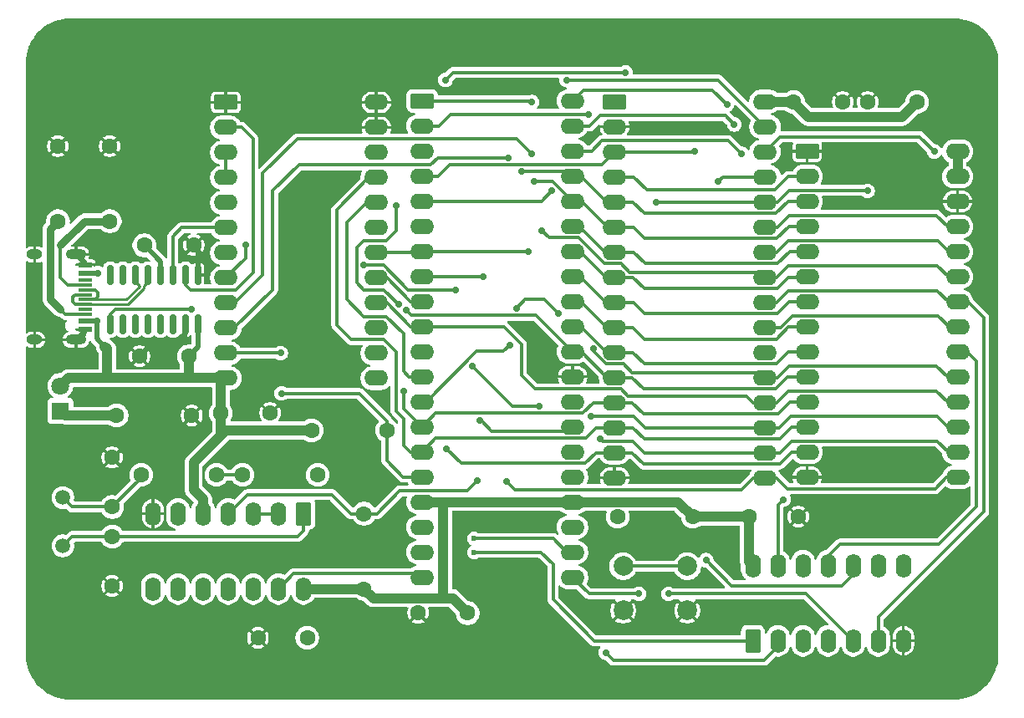
<source format=gbr>
%TF.GenerationSoftware,KiCad,Pcbnew,9.0.7*%
%TF.CreationDate,2026-02-16T17:51:40-05:00*%
%TF.ProjectId,zed-80,7a65642d-3830-42e6-9b69-6361645f7063,A*%
%TF.SameCoordinates,PX4db9760PY6b49d20*%
%TF.FileFunction,Copper,L1,Top*%
%TF.FilePolarity,Positive*%
%FSLAX46Y46*%
G04 Gerber Fmt 4.6, Leading zero omitted, Abs format (unit mm)*
G04 Created by KiCad (PCBNEW 9.0.7) date 2026-02-16 17:51:40*
%MOMM*%
%LPD*%
G01*
G04 APERTURE LIST*
G04 Aperture macros list*
%AMRoundRect*
0 Rectangle with rounded corners*
0 $1 Rounding radius*
0 $2 $3 $4 $5 $6 $7 $8 $9 X,Y pos of 4 corners*
0 Add a 4 corners polygon primitive as box body*
4,1,4,$2,$3,$4,$5,$6,$7,$8,$9,$2,$3,0*
0 Add four circle primitives for the rounded corners*
1,1,$1+$1,$2,$3*
1,1,$1+$1,$4,$5*
1,1,$1+$1,$6,$7*
1,1,$1+$1,$8,$9*
0 Add four rect primitives between the rounded corners*
20,1,$1+$1,$2,$3,$4,$5,0*
20,1,$1+$1,$4,$5,$6,$7,0*
20,1,$1+$1,$6,$7,$8,$9,0*
20,1,$1+$1,$8,$9,$2,$3,0*%
G04 Aperture macros list end*
%TA.AperFunction,ComponentPad*%
%ADD10C,0.800000*%
%TD*%
%TA.AperFunction,ComponentPad*%
%ADD11C,6.400000*%
%TD*%
%TA.AperFunction,ComponentPad*%
%ADD12RoundRect,0.250000X0.550000X-0.950000X0.550000X0.950000X-0.550000X0.950000X-0.550000X-0.950000X0*%
%TD*%
%TA.AperFunction,ComponentPad*%
%ADD13O,1.600000X2.400000*%
%TD*%
%TA.AperFunction,ComponentPad*%
%ADD14R,1.800000X1.800000*%
%TD*%
%TA.AperFunction,ComponentPad*%
%ADD15C,1.800000*%
%TD*%
%TA.AperFunction,ComponentPad*%
%ADD16C,1.600000*%
%TD*%
%TA.AperFunction,SMDPad,CuDef*%
%ADD17R,1.450000X0.600000*%
%TD*%
%TA.AperFunction,SMDPad,CuDef*%
%ADD18R,1.450000X0.300000*%
%TD*%
%TA.AperFunction,HeatsinkPad*%
%ADD19O,2.100000X1.000000*%
%TD*%
%TA.AperFunction,HeatsinkPad*%
%ADD20O,1.600000X1.000000*%
%TD*%
%TA.AperFunction,ComponentPad*%
%ADD21RoundRect,0.250000X-0.950000X-0.550000X0.950000X-0.550000X0.950000X0.550000X-0.950000X0.550000X0*%
%TD*%
%TA.AperFunction,ComponentPad*%
%ADD22O,2.400000X1.600000*%
%TD*%
%TA.AperFunction,ComponentPad*%
%ADD23RoundRect,0.250000X-0.550000X0.950000X-0.550000X-0.950000X0.550000X-0.950000X0.550000X0.950000X0*%
%TD*%
%TA.AperFunction,SMDPad,CuDef*%
%ADD24RoundRect,0.150000X-0.150000X0.825000X-0.150000X-0.825000X0.150000X-0.825000X0.150000X0.825000X0*%
%TD*%
%TA.AperFunction,ComponentPad*%
%ADD25C,2.000000*%
%TD*%
%TA.AperFunction,ComponentPad*%
%ADD26C,1.500000*%
%TD*%
%TA.AperFunction,ViaPad*%
%ADD27C,0.700000*%
%TD*%
%TA.AperFunction,ViaPad*%
%ADD28C,0.600000*%
%TD*%
%TA.AperFunction,Conductor*%
%ADD29C,0.300000*%
%TD*%
%TA.AperFunction,Conductor*%
%ADD30C,0.750000*%
%TD*%
%TA.AperFunction,Conductor*%
%ADD31C,0.500000*%
%TD*%
%TA.AperFunction,Conductor*%
%ADD32C,1.000000*%
%TD*%
%TA.AperFunction,Conductor*%
%ADD33C,0.250000*%
%TD*%
G04 APERTURE END LIST*
D10*
%TO.P,MH102,1,1*%
%TO.N,GND*%
X92100000Y65000000D03*
X92802944Y66697056D03*
X92802944Y63302944D03*
X94500000Y67400000D03*
D11*
X94500000Y65000000D03*
D10*
X94500000Y62600000D03*
X96197056Y66697056D03*
X96197056Y63302944D03*
X96900000Y65000000D03*
%TD*%
D12*
%TO.P,U301,1*%
%TO.N,/CPU/~{MREQ}*%
X74135000Y6440000D03*
D13*
%TO.P,U301,2*%
%TO.N,/CPU/~{WR}*%
X76675000Y6440000D03*
%TO.P,U301,3*%
%TO.N,/Memory/~{MEMWR}*%
X79215000Y6440000D03*
%TO.P,U301,4*%
%TO.N,/CPU/~{MREQ}*%
X81755000Y6440000D03*
%TO.P,U301,5*%
%TO.N,/CPU/~{RD}*%
X84295000Y6440000D03*
%TO.P,U301,6*%
%TO.N,/Memory/~{MEMRD}*%
X86835000Y6440000D03*
%TO.P,U301,7,GND*%
%TO.N,GND*%
X89375000Y6440000D03*
%TO.P,U301,8*%
%TO.N,Net-(U301-Pad12)*%
X89375000Y14060000D03*
%TO.P,U301,9*%
%TO.N,/CPU/A13*%
X86835000Y14060000D03*
%TO.P,U301,10*%
%TO.N,/CPU/A14*%
X84295000Y14060000D03*
%TO.P,U301,11*%
%TO.N,/Memory/~{ROM}*%
X81755000Y14060000D03*
%TO.P,U301,12*%
%TO.N,Net-(U301-Pad12)*%
X79215000Y14060000D03*
%TO.P,U301,13*%
%TO.N,/CPU/A15*%
X76675000Y14060000D03*
%TO.P,U301,14,VCC*%
%TO.N,VBUS*%
X74135000Y14060000D03*
%TD*%
D14*
%TO.P,D401,1,K*%
%TO.N,Net-(D401-K)*%
X4000000Y29725000D03*
D15*
%TO.P,D401,2,A*%
%TO.N,VBUS*%
X4000000Y32265000D03*
%TD*%
D16*
%TO.P,R202,1*%
%TO.N,Net-(R201-Pad2)*%
X19810000Y23250000D03*
%TO.P,R202,2*%
%TO.N,Net-(C202-Pad1)*%
X12190000Y23250000D03*
%TD*%
D17*
%TO.P,J401,A1,GND*%
%TO.N,GND*%
X6485000Y44500000D03*
%TO.P,J401,A4,VBUS*%
%TO.N,VBUS*%
X6485000Y43700000D03*
D18*
%TO.P,J401,A5,CC1*%
%TO.N,Net-(J401-CC1)*%
X6485000Y42500000D03*
%TO.P,J401,A6,D+*%
%TO.N,/USB-to-UART/D+*%
X6485000Y41500000D03*
%TO.P,J401,A7,D-*%
%TO.N,/USB-to-UART/D-*%
X6485000Y41000000D03*
%TO.P,J401,A8,SBU1*%
%TO.N,unconnected-(J401-SBU1-PadA8)*%
X6485000Y40000000D03*
D17*
%TO.P,J401,A9,VBUS*%
%TO.N,VBUS*%
X6485000Y38800000D03*
%TO.P,J401,A12,GND*%
%TO.N,GND*%
X6485000Y38000000D03*
%TO.P,J401,B1,GND*%
X6485000Y38000000D03*
%TO.P,J401,B4,VBUS*%
%TO.N,VBUS*%
X6485000Y38800000D03*
D18*
%TO.P,J401,B5,CC2*%
%TO.N,Net-(J401-CC2)*%
X6485000Y39500000D03*
%TO.P,J401,B6,D+*%
%TO.N,/USB-to-UART/D+*%
X6485000Y40500000D03*
%TO.P,J401,B7,D-*%
%TO.N,/USB-to-UART/D-*%
X6485000Y42000000D03*
%TO.P,J401,B8,SBU2*%
%TO.N,unconnected-(J401-SBU2-PadB8)*%
X6485000Y43000000D03*
D17*
%TO.P,J401,B9,VBUS*%
%TO.N,VBUS*%
X6485000Y43700000D03*
%TO.P,J401,B12,GND*%
%TO.N,GND*%
X6485000Y44500000D03*
D19*
%TO.P,J401,S1,SHIELD*%
X5570000Y45570000D03*
D20*
X1390000Y45570000D03*
D19*
X5570000Y36930000D03*
D20*
X1390000Y36930000D03*
%TD*%
D16*
%TO.P,C302,1*%
%TO.N,GND*%
X85750000Y61000000D03*
%TO.P,C302,2*%
%TO.N,VBUS*%
X90750000Y61000000D03*
%TD*%
%TO.P,R205,1*%
%TO.N,VBUS*%
X34750000Y11690000D03*
%TO.P,R205,2*%
%TO.N,/CPU/CLK*%
X34750000Y19310000D03*
%TD*%
%TO.P,R402,1*%
%TO.N,Net-(J401-CC2)*%
X3750000Y48940000D03*
%TO.P,R402,2*%
%TO.N,GND*%
X3750000Y56560000D03*
%TD*%
D10*
%TO.P,MH103,1,1*%
%TO.N,GND*%
X2600000Y5000000D03*
X3302944Y6697056D03*
X3302944Y3302944D03*
X5000000Y7400000D03*
D11*
X5000000Y5000000D03*
D10*
X5000000Y2600000D03*
X6697056Y6697056D03*
X6697056Y3302944D03*
X7400000Y5000000D03*
%TD*%
D16*
%TO.P,R204,1*%
%TO.N,VBUS*%
X29440000Y27750000D03*
%TO.P,R204,2*%
%TO.N,/CPU/~{INT}*%
X37060000Y27750000D03*
%TD*%
D21*
%TO.P,U202,1,A_{11}*%
%TO.N,/CPU/A11*%
X40630000Y61125000D03*
D22*
%TO.P,U202,2,A_{12}*%
%TO.N,/CPU/A12*%
X40630000Y58585000D03*
%TO.P,U202,3,A_{13}*%
%TO.N,/CPU/A13*%
X40630000Y56045000D03*
%TO.P,U202,4,A_{14}*%
%TO.N,/CPU/A14*%
X40630000Y53505000D03*
%TO.P,U202,5,A_{15}*%
%TO.N,/CPU/A15*%
X40630000Y50965000D03*
%TO.P,U202,6,CLK*%
%TO.N,/CPU/CLK*%
X40630000Y48425000D03*
%TO.P,U202,7,D_{4}*%
%TO.N,/CPU/D4*%
X40630000Y45885000D03*
%TO.P,U202,8,D_{3}*%
%TO.N,/CPU/D3*%
X40630000Y43345000D03*
%TO.P,U202,9,D_{5}*%
%TO.N,/CPU/D5*%
X40630000Y40805000D03*
%TO.P,U202,10,D_{6}*%
%TO.N,/CPU/D6*%
X40630000Y38265000D03*
%TO.P,U202,11,V_{CC}*%
%TO.N,VBUS*%
X40630000Y35725000D03*
%TO.P,U202,12,D_{2}*%
%TO.N,/CPU/D2*%
X40630000Y33185000D03*
%TO.P,U202,13,D_{7}*%
%TO.N,/CPU/D7*%
X40630000Y30645000D03*
%TO.P,U202,14,D_{0}*%
%TO.N,/CPU/D0*%
X40630000Y28105000D03*
%TO.P,U202,15,D_{1}*%
%TO.N,/CPU/D1*%
X40630000Y25565000D03*
%TO.P,U202,16,~{INT}*%
%TO.N,/CPU/~{INT}*%
X40630000Y23025000D03*
%TO.P,U202,17,~{NMI}*%
%TO.N,VBUS*%
X40630000Y20485000D03*
%TO.P,U202,18,~{HALT}*%
%TO.N,unconnected-(U202-~{HALT}-Pad18)*%
X40630000Y17945000D03*
%TO.P,U202,19,~{MREQ}*%
%TO.N,/CPU/~{MREQ}*%
X40630000Y15405000D03*
%TO.P,U202,20,~{IORQ}*%
%TO.N,/CPU/~{IORQ}*%
X40630000Y12865000D03*
%TO.P,U202,21,~{RD}*%
%TO.N,/CPU/~{RD}*%
X55870000Y12865000D03*
%TO.P,U202,22,~{WR}*%
%TO.N,/CPU/~{WR}*%
X55870000Y15405000D03*
%TO.P,U202,23,~{BUSACK}*%
%TO.N,unconnected-(U202-~{BUSACK}-Pad23)*%
X55870000Y17945000D03*
%TO.P,U202,24,~{WAIT}*%
%TO.N,VBUS*%
X55870000Y20485000D03*
%TO.P,U202,25,~{BUSREQ}*%
X55870000Y23025000D03*
%TO.P,U202,26,~{RESET}*%
%TO.N,/CPU/~{RST}*%
X55870000Y25565000D03*
%TO.P,U202,27,~{M1}*%
%TO.N,/CPU/~{M1}*%
X55870000Y28105000D03*
%TO.P,U202,28,~{RFSH}*%
%TO.N,unconnected-(U202-~{RFSH}-Pad28)*%
X55870000Y30645000D03*
%TO.P,U202,29,GND*%
%TO.N,GND*%
X55870000Y33185000D03*
%TO.P,U202,30,A_{0}*%
%TO.N,/CPU/A0*%
X55870000Y35725000D03*
%TO.P,U202,31,A_{1}*%
%TO.N,/CPU/A1*%
X55870000Y38265000D03*
%TO.P,U202,32,A_{2}*%
%TO.N,/CPU/A2*%
X55870000Y40805000D03*
%TO.P,U202,33,A_{3}*%
%TO.N,/CPU/A3*%
X55870000Y43345000D03*
%TO.P,U202,34,A_{4}*%
%TO.N,/CPU/A4*%
X55870000Y45885000D03*
%TO.P,U202,35,A_{5}*%
%TO.N,/CPU/A5*%
X55870000Y48425000D03*
%TO.P,U202,36,A_{6}*%
%TO.N,/CPU/A6*%
X55870000Y50965000D03*
%TO.P,U202,37,A_{7}*%
%TO.N,/CPU/A7*%
X55870000Y53505000D03*
%TO.P,U202,38,A_{8}*%
%TO.N,/CPU/A8*%
X55870000Y56045000D03*
%TO.P,U202,39,A_{9}*%
%TO.N,/CPU/A9*%
X55870000Y58585000D03*
%TO.P,U202,40,A_{10}*%
%TO.N,/CPU/A10*%
X55870000Y61125000D03*
%TD*%
D10*
%TO.P,MH101,1,1*%
%TO.N,GND*%
X2600000Y65000000D03*
X3302944Y66697056D03*
X3302944Y63302944D03*
X5000000Y67400000D03*
D11*
X5000000Y65000000D03*
D10*
X5000000Y62600000D03*
X6697056Y66697056D03*
X6697056Y63302944D03*
X7400000Y65000000D03*
%TD*%
D16*
%TO.P,R201,1*%
%TO.N,Net-(C201-Pad1)*%
X30060000Y23250000D03*
%TO.P,R201,2*%
%TO.N,Net-(R201-Pad2)*%
X22440000Y23250000D03*
%TD*%
%TO.P,R401,1*%
%TO.N,Net-(J401-CC1)*%
X9000000Y48940000D03*
%TO.P,R401,2*%
%TO.N,GND*%
X9000000Y56560000D03*
%TD*%
D21*
%TO.P,U402,1,VSS*%
%TO.N,GND*%
X20750000Y60975000D03*
D22*
%TO.P,U402,2,Rx_Data*%
%TO.N,/USB-to-UART/RX*%
X20750000Y58435000D03*
%TO.P,U402,3,Rx_CLK*%
%TO.N,/CPU/CLK*%
X20750000Y55895000D03*
%TO.P,U402,4,Tx_CLK*%
X20750000Y53355000D03*
%TO.P,U402,5,~{RTS}*%
%TO.N,/USB-to-UART/~{RTS}*%
X20750000Y50815000D03*
%TO.P,U402,6,Tx_Data*%
%TO.N,/USB-to-UART/TX*%
X20750000Y48275000D03*
%TO.P,U402,7,~{IRQ}*%
%TO.N,/CPU/~{INT}*%
X20750000Y45735000D03*
%TO.P,U402,8,CS0*%
%TO.N,/CPU/~{M1}*%
X20750000Y43195000D03*
%TO.P,U402,9,CS2*%
%TO.N,/CPU/A6*%
X20750000Y40655000D03*
%TO.P,U402,10,CS1*%
%TO.N,/CPU/A7*%
X20750000Y38115000D03*
%TO.P,U402,11,RS*%
%TO.N,/CPU/A0*%
X20750000Y35575000D03*
%TO.P,U402,12,VCC*%
%TO.N,VBUS*%
X20750000Y33035000D03*
%TO.P,U402,13,R/~{W}*%
%TO.N,/CPU/~{WR}*%
X35990000Y33035000D03*
%TO.P,U402,14,E*%
%TO.N,Net-(U402-E)*%
X35990000Y35575000D03*
%TO.P,U402,15,D7*%
%TO.N,/CPU/D7*%
X35990000Y38115000D03*
%TO.P,U402,16,D6*%
%TO.N,/CPU/D6*%
X35990000Y40655000D03*
%TO.P,U402,17,D5*%
%TO.N,/CPU/D5*%
X35990000Y43195000D03*
%TO.P,U402,18,D4*%
%TO.N,/CPU/D4*%
X35990000Y45735000D03*
%TO.P,U402,19,D3*%
%TO.N,/CPU/D3*%
X35990000Y48275000D03*
%TO.P,U402,20,D2*%
%TO.N,/CPU/D2*%
X35990000Y50815000D03*
%TO.P,U402,21,D1*%
%TO.N,/CPU/D1*%
X35990000Y53355000D03*
%TO.P,U402,22,D0*%
%TO.N,/CPU/D0*%
X35990000Y55895000D03*
%TO.P,U402,23,~{DCD}*%
%TO.N,GND*%
X35990000Y58435000D03*
%TO.P,U402,24,~{CTS}*%
X35990000Y60975000D03*
%TD*%
D16*
%TO.P,R403,1*%
%TO.N,Net-(D401-K)*%
X9690000Y29250000D03*
%TO.P,R403,2*%
%TO.N,GND*%
X17310000Y29250000D03*
%TD*%
D23*
%TO.P,U201,1*%
%TO.N,Net-(C201-Pad1)*%
X28615000Y19310000D03*
D13*
%TO.P,U201,2*%
%TO.N,Net-(R201-Pad2)*%
X26075000Y19310000D03*
%TO.P,U201,3*%
X23535000Y19310000D03*
%TO.P,U201,4*%
%TO.N,/CPU/CLK*%
X20995000Y19310000D03*
%TO.P,U201,5*%
%TO.N,VBUS*%
X18455000Y19310000D03*
%TO.P,U201,6*%
%TO.N,unconnected-(U201-Pad6)*%
X15915000Y19310000D03*
%TO.P,U201,7,GND*%
%TO.N,GND*%
X13375000Y19310000D03*
%TO.P,U201,8*%
%TO.N,unconnected-(U201-Pad8)*%
X13375000Y11690000D03*
%TO.P,U201,9*%
%TO.N,VBUS*%
X15915000Y11690000D03*
%TO.P,U201,10*%
%TO.N,unconnected-(U201-Pad10)*%
X18455000Y11690000D03*
%TO.P,U201,11*%
%TO.N,VBUS*%
X20995000Y11690000D03*
%TO.P,U201,12*%
%TO.N,Net-(U402-E)*%
X23535000Y11690000D03*
%TO.P,U201,13*%
%TO.N,/CPU/~{IORQ}*%
X26075000Y11690000D03*
%TO.P,U201,14,VCC*%
%TO.N,VBUS*%
X28615000Y11690000D03*
%TD*%
D24*
%TO.P,U401,1,GND*%
%TO.N,GND*%
X17945000Y43475000D03*
%TO.P,U401,2,TXD*%
%TO.N,/USB-to-UART/RX*%
X16675000Y43475000D03*
%TO.P,U401,3,RXD*%
%TO.N,/USB-to-UART/TX*%
X15405000Y43475000D03*
%TO.P,U401,4,V3*%
%TO.N,Net-(U401-V3)*%
X14135000Y43475000D03*
%TO.P,U401,5,UD+*%
%TO.N,/USB-to-UART/D+*%
X12865000Y43475000D03*
%TO.P,U401,6,UD-*%
%TO.N,/USB-to-UART/D-*%
X11595000Y43475000D03*
%TO.P,U401,7,NC*%
%TO.N,unconnected-(U401-NC-Pad7)*%
X10325000Y43475000D03*
%TO.P,U401,8,NC*%
%TO.N,unconnected-(U401-NC-Pad8)*%
X9055000Y43475000D03*
%TO.P,U401,9,~{CTS}*%
%TO.N,/USB-to-UART/~{RTS}*%
X9055000Y38525000D03*
%TO.P,U401,10,~{DSR}*%
%TO.N,unconnected-(U401-~{DSR}-Pad10)*%
X10325000Y38525000D03*
%TO.P,U401,11,~{RI}*%
%TO.N,unconnected-(U401-~{RI}-Pad11)*%
X11595000Y38525000D03*
%TO.P,U401,12,~{DCD}*%
%TO.N,unconnected-(U401-~{DCD}-Pad12)*%
X12865000Y38525000D03*
%TO.P,U401,13,~{DTR}*%
%TO.N,unconnected-(U401-~{DTR}-Pad13)*%
X14135000Y38525000D03*
%TO.P,U401,14,~{RTS}*%
%TO.N,unconnected-(U401-~{RTS}-Pad14)*%
X15405000Y38525000D03*
%TO.P,U401,15,R232*%
%TO.N,GND*%
X16675000Y38525000D03*
%TO.P,U401,16,VCC*%
%TO.N,VBUS*%
X17945000Y38525000D03*
%TD*%
D21*
%TO.P,U303,1,NC*%
%TO.N,unconnected-(U303-NC-Pad1)*%
X60130000Y61050000D03*
D22*
%TO.P,U303,2,A16*%
%TO.N,GND*%
X60130000Y58510000D03*
%TO.P,U303,3,A14*%
%TO.N,/CPU/A14*%
X60130000Y55970000D03*
%TO.P,U303,4,A12*%
%TO.N,/CPU/A12*%
X60130000Y53430000D03*
%TO.P,U303,5,A7*%
%TO.N,/CPU/A7*%
X60130000Y50890000D03*
%TO.P,U303,6,A6*%
%TO.N,/CPU/A6*%
X60130000Y48350000D03*
%TO.P,U303,7,A5*%
%TO.N,/CPU/A5*%
X60130000Y45810000D03*
%TO.P,U303,8,A4*%
%TO.N,/CPU/A4*%
X60130000Y43270000D03*
%TO.P,U303,9,A3*%
%TO.N,/CPU/A3*%
X60130000Y40730000D03*
%TO.P,U303,10,A2*%
%TO.N,/CPU/A2*%
X60130000Y38190000D03*
%TO.P,U303,11,A1*%
%TO.N,/CPU/A1*%
X60130000Y35650000D03*
%TO.P,U303,12,A0*%
%TO.N,/CPU/A0*%
X60130000Y33110000D03*
%TO.P,U303,13,I/O0*%
%TO.N,/CPU/D0*%
X60130000Y30570000D03*
%TO.P,U303,14,I/O1*%
%TO.N,/CPU/D1*%
X60130000Y28030000D03*
%TO.P,U303,15,I/O2*%
%TO.N,/CPU/D2*%
X60130000Y25490000D03*
%TO.P,U303,16,GND*%
%TO.N,GND*%
X60130000Y22950000D03*
%TO.P,U303,17,I/O3*%
%TO.N,/CPU/D3*%
X75370000Y22950000D03*
%TO.P,U303,18,I/O4*%
%TO.N,/CPU/D4*%
X75370000Y25490000D03*
%TO.P,U303,19,I/O5*%
%TO.N,/CPU/D5*%
X75370000Y28030000D03*
%TO.P,U303,20,I/O6*%
%TO.N,/CPU/D6*%
X75370000Y30570000D03*
%TO.P,U303,21,I/O7*%
%TO.N,/CPU/D7*%
X75370000Y33110000D03*
%TO.P,U303,22,~{CS1}/~{CE1}*%
%TO.N,GND*%
X75370000Y35650000D03*
%TO.P,U303,23,A10*%
%TO.N,/CPU/A10*%
X75370000Y38190000D03*
%TO.P,U303,24,~{OE}*%
%TO.N,/Memory/~{MEMRD}*%
X75370000Y40730000D03*
%TO.P,U303,25,A11*%
%TO.N,/CPU/A11*%
X75370000Y43270000D03*
%TO.P,U303,26,A9*%
%TO.N,/CPU/A9*%
X75370000Y45810000D03*
%TO.P,U303,27,A8*%
%TO.N,/CPU/A8*%
X75370000Y48350000D03*
%TO.P,U303,28,A13*%
%TO.N,/CPU/A13*%
X75370000Y50890000D03*
%TO.P,U303,29,~{WE}*%
%TO.N,/Memory/~{MEMWR}*%
X75370000Y53430000D03*
%TO.P,U303,30,CS2/CE2*%
%TO.N,/Memory/~{ROM}*%
X75370000Y55970000D03*
%TO.P,U303,31,A15*%
%TO.N,/CPU/A15*%
X75370000Y58510000D03*
%TO.P,U303,32,VCC*%
%TO.N,VBUS*%
X75370000Y61050000D03*
%TD*%
D16*
%TO.P,C301,1*%
%TO.N,GND*%
X78750000Y19000000D03*
%TO.P,C301,2*%
%TO.N,VBUS*%
X73750000Y19000000D03*
%TD*%
%TO.P,C202,1*%
%TO.N,Net-(C202-Pad1)*%
X9250000Y20000000D03*
%TO.P,C202,2*%
%TO.N,GND*%
X9250000Y25000000D03*
%TD*%
D10*
%TO.P,MH104,1,1*%
%TO.N,GND*%
X92100000Y5000000D03*
X92802944Y6697056D03*
X92802944Y3302944D03*
X94500000Y7400000D03*
D11*
X94500000Y5000000D03*
D10*
X94500000Y2600000D03*
X96197056Y6697056D03*
X96197056Y3302944D03*
X96900000Y5000000D03*
%TD*%
D21*
%TO.P,U302,1,A14*%
%TO.N,GND*%
X79630000Y56010000D03*
D22*
%TO.P,U302,2,A12*%
%TO.N,/CPU/A12*%
X79630000Y53470000D03*
%TO.P,U302,3,A7*%
%TO.N,/CPU/A7*%
X79630000Y50930000D03*
%TO.P,U302,4,A6*%
%TO.N,/CPU/A6*%
X79630000Y48390000D03*
%TO.P,U302,5,A5*%
%TO.N,/CPU/A5*%
X79630000Y45850000D03*
%TO.P,U302,6,A4*%
%TO.N,/CPU/A4*%
X79630000Y43310000D03*
%TO.P,U302,7,A3*%
%TO.N,/CPU/A3*%
X79630000Y40770000D03*
%TO.P,U302,8,A2*%
%TO.N,/CPU/A2*%
X79630000Y38230000D03*
%TO.P,U302,9,A1*%
%TO.N,/CPU/A1*%
X79630000Y35690000D03*
%TO.P,U302,10,A0*%
%TO.N,/CPU/A0*%
X79630000Y33150000D03*
%TO.P,U302,11,D0*%
%TO.N,/CPU/D0*%
X79630000Y30610000D03*
%TO.P,U302,12,D1*%
%TO.N,/CPU/D1*%
X79630000Y28070000D03*
%TO.P,U302,13,D2*%
%TO.N,/CPU/D2*%
X79630000Y25530000D03*
%TO.P,U302,14,GND*%
%TO.N,GND*%
X79630000Y22990000D03*
%TO.P,U302,15,D3*%
%TO.N,/CPU/D3*%
X94870000Y22990000D03*
%TO.P,U302,16,D4*%
%TO.N,/CPU/D4*%
X94870000Y25530000D03*
%TO.P,U302,17,D5*%
%TO.N,/CPU/D5*%
X94870000Y28070000D03*
%TO.P,U302,18,D6*%
%TO.N,/CPU/D6*%
X94870000Y30610000D03*
%TO.P,U302,19,D7*%
%TO.N,/CPU/D7*%
X94870000Y33150000D03*
%TO.P,U302,20,~{CS}*%
%TO.N,/Memory/~{ROM}*%
X94870000Y35690000D03*
%TO.P,U302,21,A10*%
%TO.N,/CPU/A10*%
X94870000Y38230000D03*
%TO.P,U302,22,~{OE}*%
%TO.N,/Memory/~{MEMRD}*%
X94870000Y40770000D03*
%TO.P,U302,23,A11*%
%TO.N,/CPU/A11*%
X94870000Y43310000D03*
%TO.P,U302,24,A9*%
%TO.N,/CPU/A9*%
X94870000Y45850000D03*
%TO.P,U302,25,A8*%
%TO.N,/CPU/A8*%
X94870000Y48390000D03*
%TO.P,U302,26,A13*%
%TO.N,GND*%
X94870000Y50930000D03*
%TO.P,U302,27,~{WE}*%
%TO.N,VBUS*%
X94870000Y53470000D03*
%TO.P,U302,28,VCC*%
X94870000Y56010000D03*
%TD*%
D16*
%TO.P,C204,1*%
%TO.N,GND*%
X24000000Y6750000D03*
%TO.P,C204,2*%
%TO.N,VBUS*%
X29000000Y6750000D03*
%TD*%
%TO.P,R203,1*%
%TO.N,VBUS*%
X68060000Y19000000D03*
%TO.P,R203,2*%
%TO.N,/CPU/~{RST}*%
X60440000Y19000000D03*
%TD*%
%TO.P,C203,1*%
%TO.N,GND*%
X40240000Y9250000D03*
%TO.P,C203,2*%
%TO.N,VBUS*%
X45240000Y9250000D03*
%TD*%
%TO.P,C401,1*%
%TO.N,GND*%
X12000000Y35250000D03*
%TO.P,C401,2*%
%TO.N,VBUS*%
X17000000Y35250000D03*
%TD*%
%TO.P,C403,1*%
%TO.N,GND*%
X25250000Y29500000D03*
%TO.P,C403,2*%
%TO.N,VBUS*%
X20250000Y29500000D03*
%TD*%
D25*
%TO.P,SW201,1,1*%
%TO.N,/CPU/~{RST}*%
X61000000Y14000000D03*
X67500000Y14000000D03*
%TO.P,SW201,2,2*%
%TO.N,GND*%
X61000000Y9500000D03*
X67500000Y9500000D03*
%TD*%
D16*
%TO.P,C201,1*%
%TO.N,Net-(C201-Pad1)*%
X9250000Y17000000D03*
%TO.P,C201,2*%
%TO.N,GND*%
X9250000Y12000000D03*
%TD*%
%TO.P,C402,1*%
%TO.N,Net-(U401-V3)*%
X12500000Y46500000D03*
%TO.P,C402,2*%
%TO.N,GND*%
X17500000Y46500000D03*
%TD*%
D26*
%TO.P,Y201,1,1*%
%TO.N,Net-(C201-Pad1)*%
X4250000Y16060000D03*
%TO.P,Y201,2,2*%
%TO.N,Net-(C202-Pad1)*%
X4250000Y20940000D03*
%TD*%
D16*
%TO.P,C303,1*%
%TO.N,GND*%
X83250000Y61000000D03*
%TO.P,C303,2*%
%TO.N,VBUS*%
X78250000Y61000000D03*
%TD*%
D27*
%TO.N,VBUS*%
X7750000Y43700000D03*
X7700000Y38800000D03*
%TO.N,/CPU/CLK*%
X46250000Y22650000D03*
%TO.N,/CPU/A12*%
X57500000Y59750000D03*
%TO.N,/CPU/A8*%
X73000000Y55750000D03*
%TO.N,/CPU/D2*%
X43125000Y25875000D03*
%TO.N,/CPU/A10*%
X71500000Y60750000D03*
D28*
%TO.N,/CPU/~{MREQ}*%
X45900000Y15405000D03*
D27*
%TO.N,/CPU/D0*%
X38769975Y31719975D03*
X38250000Y40500000D03*
X38000000Y50500000D03*
%TO.N,/CPU/D4*%
X58700000Y26900000D03*
X51365000Y45885000D03*
%TO.N,/CPU/A7*%
X50750000Y53956000D03*
X49350000Y55356000D03*
%TO.N,/CPU/A13*%
X61250000Y64000000D03*
X43000000Y63250000D03*
X85750000Y52000000D03*
X64360000Y50890000D03*
%TO.N,/CPU/D7*%
X49500000Y36400000D03*
X54450000Y39600000D03*
X58000000Y36000000D03*
X50200000Y40116000D03*
%TO.N,/CPU/D5*%
X52500000Y30194000D03*
X57700000Y29181000D03*
X45750000Y34250000D03*
%TO.N,/CPU/A6*%
X51750000Y55750000D03*
X51952000Y53000000D03*
%TO.N,/CPU/D3*%
X46800000Y43345000D03*
X49175000Y22575000D03*
%TO.N,/CPU/A14*%
X69400000Y14600000D03*
X68250000Y56000000D03*
%TO.N,/CPU/~{RD}*%
X62600000Y11200000D03*
X65600000Y11200000D03*
%TO.N,/CPU/A9*%
X72250000Y58750000D03*
D28*
%TO.N,/CPU/~{WR}*%
X45900000Y16794000D03*
D27*
X59250000Y5250000D03*
%TO.N,/CPU/A15*%
X53750000Y52000000D03*
X77250000Y20750000D03*
X55250000Y63250000D03*
%TO.N,/CPU/A11*%
X51750000Y61000000D03*
X52750000Y48000000D03*
%TO.N,/CPU/~{M1}*%
X22750000Y46500000D03*
X34750000Y44500000D03*
X44000000Y42000000D03*
X46501000Y28794000D03*
%TO.N,/CPU/A0*%
X39001000Y39949000D03*
X26300000Y35575000D03*
%TO.N,/CPU/~{INT}*%
X26400000Y31500000D03*
%TO.N,/Memory/~{MEMWR}*%
X70650000Y52950000D03*
%TO.N,/Memory/~{ROM}*%
X92500000Y56000000D03*
%TO.N,/USB-to-UART/~{RTS}*%
X17250000Y40000000D03*
%TD*%
D29*
%TO.N,/CPU/A12*%
X60130000Y53430000D02*
X62070000Y53430000D01*
X62070000Y53430000D02*
X63400000Y52100000D01*
X63400000Y52100000D02*
X76350000Y52100000D01*
X76350000Y52100000D02*
X77720000Y53470000D01*
X77720000Y53470000D02*
X79630000Y53470000D01*
%TO.N,/CPU/A7*%
X60130000Y50890000D02*
X61985000Y50890000D01*
X61985000Y50890000D02*
X63136000Y49739000D01*
X63136000Y49739000D02*
X76489000Y49739000D01*
X76489000Y49739000D02*
X77680000Y50930000D01*
X77680000Y50930000D02*
X79630000Y50930000D01*
%TO.N,/CPU/A5*%
X60130000Y45810000D02*
X62065000Y45810000D01*
X62065000Y45810000D02*
X63216000Y44659000D01*
X63216000Y44659000D02*
X76659000Y44659000D01*
X76659000Y44659000D02*
X77850000Y45850000D01*
X77850000Y45850000D02*
X79630000Y45850000D01*
%TO.N,/CPU/A6*%
X60130000Y48350000D02*
X62025000Y48350000D01*
X62025000Y48350000D02*
X63176000Y47199000D01*
X63176000Y47199000D02*
X76574000Y47199000D01*
X76574000Y47199000D02*
X77765000Y48390000D01*
X77765000Y48390000D02*
X79630000Y48390000D01*
%TO.N,/CPU/A4*%
X60130000Y43270000D02*
X61980000Y43270000D01*
X61980000Y43270000D02*
X63131000Y42119000D01*
X63131000Y42119000D02*
X76619000Y42119000D01*
X76619000Y42119000D02*
X77750000Y43250000D01*
X77750000Y43250000D02*
X79570000Y43250000D01*
%TO.N,/CPU/A3*%
X60130000Y40730000D02*
X62020000Y40730000D01*
X62020000Y40730000D02*
X63171000Y39579000D01*
X63171000Y39579000D02*
X76579000Y39579000D01*
X77770000Y40770000D02*
X79630000Y40770000D01*
X76579000Y39579000D02*
X77770000Y40770000D01*
%TO.N,/CPU/A2*%
X60130000Y38190000D02*
X61935000Y38190000D01*
X61935000Y38190000D02*
X63125000Y37000000D01*
X63125000Y37000000D02*
X76500000Y37000000D01*
X76500000Y37000000D02*
X77730000Y38230000D01*
X77730000Y38230000D02*
X79630000Y38230000D01*
%TO.N,/CPU/A1*%
X60130000Y35650000D02*
X61975000Y35650000D01*
X61975000Y35650000D02*
X63126000Y34499000D01*
X63126000Y34499000D02*
X76499000Y34499000D01*
X76499000Y34499000D02*
X77690000Y35690000D01*
X77690000Y35690000D02*
X79630000Y35690000D01*
%TO.N,/CPU/A0*%
X60130000Y33110000D02*
X61890000Y33110000D01*
X61890000Y33110000D02*
X63041000Y31959000D01*
X63041000Y31959000D02*
X76459000Y31959000D01*
X76459000Y31959000D02*
X77650000Y33150000D01*
X77650000Y33150000D02*
X79630000Y33150000D01*
%TO.N,/CPU/D2*%
X79630000Y25530000D02*
X78030000Y25530000D01*
X78030000Y25530000D02*
X76839000Y24339000D01*
X76839000Y24339000D02*
X63036000Y24339000D01*
X63036000Y24339000D02*
X61885000Y25490000D01*
X61885000Y25490000D02*
X60130000Y25490000D01*
%TO.N,/CPU/D0*%
X60130000Y30570000D02*
X61930000Y30570000D01*
X61930000Y30570000D02*
X63081000Y29419000D01*
X63081000Y29419000D02*
X76669000Y29419000D01*
X76669000Y29419000D02*
X77860000Y30610000D01*
X77860000Y30610000D02*
X79630000Y30610000D01*
%TO.N,/CPU/D5*%
X57700000Y29181000D02*
X62069000Y29181000D01*
X62069000Y29181000D02*
X63220000Y28030000D01*
X63220000Y28030000D02*
X75370000Y28030000D01*
%TO.N,/CPU/D4*%
X58700000Y26900000D02*
X58959000Y26641000D01*
X58959000Y26641000D02*
X61984000Y26641000D01*
X61984000Y26641000D02*
X63135000Y25490000D01*
X63135000Y25490000D02*
X75370000Y25490000D01*
%TO.N,Net-(J401-CC1)*%
X4000000Y43250000D02*
X4000000Y46500000D01*
D30*
X6440000Y48940000D02*
X4000000Y46500000D01*
X9000000Y48940000D02*
X6440000Y48940000D01*
%TO.N,Net-(J401-CC2)*%
X3750000Y48940000D02*
X2950001Y48140001D01*
X2950001Y48140001D02*
X2950001Y41049999D01*
X2950001Y41049999D02*
X4000000Y40000000D01*
D29*
%TO.N,Net-(J401-CC1)*%
X6485000Y42500000D02*
X4750000Y42500000D01*
X4750000Y42500000D02*
X4000000Y43250000D01*
%TO.N,Net-(C201-Pad1)*%
X9250000Y17000000D02*
X28000000Y17000000D01*
X28000000Y17000000D02*
X28615000Y17615000D01*
X28615000Y17615000D02*
X28615000Y19310000D01*
X5190000Y17000000D02*
X9250000Y17000000D01*
X4250000Y16060000D02*
X5190000Y17000000D01*
D31*
%TO.N,GND*%
X16675000Y38525000D02*
X16675000Y37550001D01*
X12750000Y36000000D02*
X12000000Y35250000D01*
X6485000Y44655000D02*
X5570000Y45570000D01*
X6485000Y38000000D02*
X6485000Y37845000D01*
X17945000Y43475000D02*
X17945000Y46055000D01*
X15124999Y36000000D02*
X12750000Y36000000D01*
X16675000Y37550001D02*
X15124999Y36000000D01*
X17945000Y46055000D02*
X17500000Y46500000D01*
X6485000Y44500000D02*
X6485000Y44655000D01*
X6485000Y37845000D02*
X5570000Y36930000D01*
D29*
%TO.N,Net-(C202-Pad1)*%
X4250000Y20940000D02*
X5190000Y20000000D01*
X5190000Y20000000D02*
X9250000Y20000000D01*
X9250000Y20000000D02*
X12190000Y22940000D01*
D32*
%TO.N,VBUS*%
X29440000Y27750000D02*
X20750000Y27750000D01*
D31*
X7750000Y43700000D02*
X6485000Y43700000D01*
D32*
X20250000Y29500000D02*
X20250000Y32535000D01*
X89249000Y59499000D02*
X90750000Y61000000D01*
X17500000Y21750000D02*
X17500000Y24500000D01*
X43740000Y10750000D02*
X42750000Y10750000D01*
X17000000Y33035000D02*
X20750000Y33035000D01*
X17500000Y24500000D02*
X20250000Y27250000D01*
X73750000Y14445000D02*
X74135000Y14060000D01*
X8750000Y33035000D02*
X17000000Y33035000D01*
X18455000Y20795000D02*
X17500000Y21750000D01*
X73750000Y19000000D02*
X73750000Y14445000D01*
X78250000Y61000000D02*
X79751000Y59499000D01*
X43740000Y10750000D02*
X45240000Y9250000D01*
X20250000Y27250000D02*
X20250000Y29500000D01*
X35690000Y10750000D02*
X34750000Y11690000D01*
X20250000Y32535000D02*
X20750000Y33035000D01*
X55886000Y20501000D02*
X66559000Y20501000D01*
X66559000Y20501000D02*
X68060000Y19000000D01*
D31*
X17945000Y38525000D02*
X17945000Y36195000D01*
X7700000Y38800000D02*
X6485000Y38800000D01*
X17945000Y36195000D02*
X17000000Y35250000D01*
D32*
X8750000Y36000000D02*
X8500000Y36250000D01*
X75370000Y61050000D02*
X78200000Y61050000D01*
X42750000Y10750000D02*
X35690000Y10750000D01*
X17000000Y33035000D02*
X17000000Y35250000D01*
D31*
X7700000Y38800000D02*
X7700000Y37050000D01*
D32*
X68060000Y19000000D02*
X73750000Y19000000D01*
X4785000Y33035000D02*
X8750000Y33035000D01*
X34750000Y11690000D02*
X28615000Y11690000D01*
X94870000Y56010000D02*
X94870000Y53470000D01*
X79751000Y59499000D02*
X89249000Y59499000D01*
X4015000Y32265000D02*
X4785000Y33035000D01*
X42750000Y20485000D02*
X40630000Y20485000D01*
D31*
X7700000Y37050000D02*
X8500000Y36250000D01*
D32*
X42750000Y10750000D02*
X42750000Y20485000D01*
X20750000Y27750000D02*
X20250000Y27250000D01*
X55870000Y20485000D02*
X42750000Y20485000D01*
X18455000Y19310000D02*
X18455000Y20795000D01*
X8750000Y33035000D02*
X8750000Y36000000D01*
D31*
%TO.N,Net-(U401-V3)*%
X12500000Y46500000D02*
X14135000Y44865000D01*
X14135000Y44865000D02*
X14135000Y43475000D01*
D32*
%TO.N,Net-(D401-K)*%
X4475000Y29250000D02*
X4000000Y29725000D01*
X9690000Y29250000D02*
X4475000Y29250000D01*
D29*
%TO.N,/USB-to-UART/D+*%
X5500000Y40500000D02*
X5250000Y40750000D01*
X5250000Y41250000D02*
X5250000Y40750000D01*
D33*
X12865000Y42800000D02*
X12480000Y42415000D01*
X10853554Y40500000D02*
X6485000Y40500000D01*
X12480000Y42126446D02*
X10853554Y40500000D01*
D29*
X6485000Y41500000D02*
X5500000Y41500000D01*
X5500000Y41500000D02*
X5250000Y41250000D01*
X6485000Y40500000D02*
X5500000Y40500000D01*
D33*
X12480000Y42415000D02*
X12480000Y42126446D01*
D29*
%TO.N,/USB-to-UART/D-*%
X7750000Y41250000D02*
X7500000Y41000000D01*
X6485000Y42000000D02*
X7500000Y42000000D01*
D33*
X11980000Y42415000D02*
X11980000Y42333554D01*
X10646446Y41000000D02*
X6485000Y41000000D01*
D29*
X7500000Y42000000D02*
X7750000Y41750000D01*
X7750000Y41750000D02*
X7750000Y41250000D01*
D33*
X11980000Y42333554D02*
X10646446Y41000000D01*
D29*
X7500000Y41000000D02*
X6485000Y41000000D01*
D33*
X11595000Y42800000D02*
X11980000Y42415000D01*
D29*
%TO.N,Net-(J401-CC2)*%
X6485000Y39500000D02*
X4500000Y39500000D01*
X4500000Y39500000D02*
X4000000Y40000000D01*
%TO.N,Net-(R201-Pad2)*%
X23535000Y19310000D02*
X26075000Y19310000D01*
X19810000Y23250000D02*
X22440000Y23250000D01*
%TO.N,/CPU/~{RST}*%
X67500000Y14000000D02*
X61000000Y14000000D01*
%TO.N,/CPU/CLK*%
X33440000Y19310000D02*
X34750000Y19310000D01*
X46250000Y22650000D02*
X45236000Y21636000D01*
X45236000Y21636000D02*
X38386000Y21636000D01*
X31500000Y21250000D02*
X33440000Y19310000D01*
X20750000Y55895000D02*
X20750000Y53355000D01*
X36060000Y19310000D02*
X34750000Y19310000D01*
X38386000Y21636000D02*
X36060000Y19310000D01*
X20995000Y19310000D02*
X22935000Y21250000D01*
X22935000Y21250000D02*
X31500000Y21250000D01*
%TO.N,/CPU/~{IORQ}*%
X40254000Y13241000D02*
X27626000Y13241000D01*
X27626000Y13241000D02*
X26075000Y11690000D01*
%TO.N,/CPU/A3*%
X56655000Y43345000D02*
X59270000Y40730000D01*
%TO.N,/CPU/A12*%
X57500000Y59750000D02*
X43500000Y59750000D01*
X43500000Y59750000D02*
X42335000Y58585000D01*
X42335000Y58585000D02*
X40630000Y58585000D01*
%TO.N,/CPU/D1*%
X33436000Y36964000D02*
X36736000Y36964000D01*
X38000000Y35700000D02*
X38000000Y29700000D01*
X57204000Y26954000D02*
X42019000Y26954000D01*
X35255000Y53355000D02*
X32000000Y50100000D01*
X63121000Y26879000D02*
X76879000Y26879000D01*
X58280000Y28030000D02*
X57204000Y26954000D01*
X78070000Y28070000D02*
X79630000Y28070000D01*
X32000000Y50100000D02*
X32000000Y38400000D01*
X76879000Y26879000D02*
X78070000Y28070000D01*
X36736000Y36964000D02*
X38000000Y35700000D01*
X61970000Y28030000D02*
X63121000Y26879000D01*
X60130000Y28030000D02*
X58280000Y28030000D01*
X42019000Y26954000D02*
X40630000Y25565000D01*
X38750000Y28950000D02*
X38750000Y26250000D01*
X38000000Y29700000D02*
X38750000Y28950000D01*
X39435000Y25565000D02*
X40630000Y25565000D01*
X60130000Y28030000D02*
X61970000Y28030000D01*
X32000000Y38400000D02*
X33436000Y36964000D01*
X38750000Y26250000D02*
X39435000Y25565000D01*
%TO.N,/CPU/A8*%
X71629000Y57121000D02*
X58871000Y57121000D01*
X92709000Y49541000D02*
X93860000Y48390000D01*
X57795000Y56045000D02*
X55870000Y56045000D01*
X76600000Y48350000D02*
X77791000Y49541000D01*
X75370000Y48350000D02*
X76600000Y48350000D01*
X77791000Y49541000D02*
X92709000Y49541000D01*
X58871000Y57121000D02*
X57795000Y56045000D01*
X73000000Y55750000D02*
X71629000Y57121000D01*
%TO.N,/CPU/D2*%
X57164000Y24414000D02*
X58240000Y25490000D01*
X44586000Y24414000D02*
X57164000Y24414000D01*
X58240000Y25490000D02*
X60130000Y25490000D01*
X38750000Y33750000D02*
X39315000Y33185000D01*
X39315000Y33185000D02*
X40630000Y33185000D01*
X43125000Y25875000D02*
X44586000Y24414000D01*
X37034000Y39266000D02*
X38750000Y37550000D01*
X33000000Y41000000D02*
X34734000Y39266000D01*
X38750000Y37550000D02*
X38750000Y33750000D01*
X35015000Y50815000D02*
X33000000Y48800000D01*
X33000000Y48800000D02*
X33000000Y41000000D01*
X34734000Y39266000D02*
X37034000Y39266000D01*
%TO.N,/CPU/A1*%
X56735000Y38265000D02*
X59350000Y35650000D01*
%TO.N,/CPU/D6*%
X37095000Y40655000D02*
X35990000Y40655000D01*
X52041000Y31959000D02*
X60768760Y31959000D01*
X48935000Y38265000D02*
X40630000Y38265000D01*
X40630000Y38265000D02*
X39485000Y38265000D01*
X76566120Y30570000D02*
X77757120Y31761000D01*
X50700000Y33300000D02*
X50700000Y36500000D01*
X61477760Y31250000D02*
X73500000Y31250000D01*
X77757120Y31761000D02*
X92739000Y31761000D01*
X92739000Y31761000D02*
X93890000Y30610000D01*
X52041000Y31959000D02*
X50700000Y33300000D01*
X74180000Y30570000D02*
X75370000Y30570000D01*
X39485000Y38265000D02*
X37095000Y40655000D01*
X73500000Y31250000D02*
X74180000Y30570000D01*
X50700000Y36500000D02*
X48935000Y38265000D01*
X75370000Y30570000D02*
X76566120Y30570000D01*
X60768760Y31959000D02*
X61477760Y31250000D01*
%TO.N,/CPU/A10*%
X56946000Y62201000D02*
X70049000Y62201000D01*
X78172479Y39381000D02*
X92869000Y39381000D01*
X55870000Y61125000D02*
X56946000Y62201000D01*
X75370000Y38190000D02*
X76981480Y38190000D01*
X92869000Y39381000D02*
X94020000Y38230000D01*
X70049000Y62201000D02*
X71500000Y60750000D01*
X76981480Y38190000D02*
X78172479Y39381000D01*
%TO.N,/CPU/~{MREQ}*%
X58060000Y6440000D02*
X74135000Y6440000D01*
X53900000Y14200000D02*
X53900000Y10600000D01*
X50305000Y15400000D02*
X52700000Y15400000D01*
X50300000Y15405000D02*
X50305000Y15400000D01*
X52700000Y15400000D02*
X53900000Y14200000D01*
X53900000Y10600000D02*
X58060000Y6440000D01*
X45900000Y15405000D02*
X50300000Y15405000D01*
%TO.N,/CPU/D0*%
X42019000Y29494000D02*
X40630000Y28105000D01*
X34000000Y46250000D02*
X34750000Y47000000D01*
X37000000Y47000000D02*
X38000000Y48000000D01*
X56894000Y29494000D02*
X42019000Y29494000D01*
X38769975Y31719975D02*
X38750000Y31700000D01*
X38750000Y31700000D02*
X38750000Y29958520D01*
X38750000Y29958520D02*
X40603520Y28105000D01*
X57970000Y30570000D02*
X56894000Y29494000D01*
X36750000Y42000000D02*
X34750000Y42000000D01*
X38250000Y40500000D02*
X36750000Y42000000D01*
X34750000Y42000000D02*
X34000000Y42750000D01*
X60130000Y30570000D02*
X57970000Y30570000D01*
X38000000Y48000000D02*
X38000000Y50500000D01*
X34000000Y42750000D02*
X34000000Y46250000D01*
X34750000Y47000000D02*
X37000000Y47000000D01*
%TO.N,/CPU/D4*%
X76870000Y25490000D02*
X78061000Y26681000D01*
X78061000Y26681000D02*
X92819000Y26681000D01*
X75370000Y25490000D02*
X76870000Y25490000D01*
X35990000Y45735000D02*
X40480000Y45735000D01*
X92819000Y26681000D02*
X93970000Y25530000D01*
X51365000Y45885000D02*
X40630000Y45885000D01*
%TO.N,/CPU/A7*%
X28156000Y54656000D02*
X25500000Y52000000D01*
X25500000Y42000000D02*
X21615000Y38115000D01*
X49350000Y55356000D02*
X42206760Y55356000D01*
X56745000Y53505000D02*
X59360000Y50890000D01*
X42206760Y55356000D02*
X41506760Y54656000D01*
X50750000Y53956000D02*
X55419000Y53956000D01*
X25500000Y52000000D02*
X25500000Y42000000D01*
X41506760Y54656000D02*
X28156000Y54656000D01*
%TO.N,/CPU/A13*%
X64360000Y50890000D02*
X75370000Y50890000D01*
X76640000Y50890000D02*
X75370000Y50890000D01*
X77831000Y52081000D02*
X76640000Y50890000D01*
X85669000Y52081000D02*
X77831000Y52081000D01*
X43750000Y64000000D02*
X43000000Y63250000D01*
X85750000Y52000000D02*
X85669000Y52081000D01*
X61250000Y64000000D02*
X43750000Y64000000D01*
%TO.N,/CPU/D7*%
X48850000Y35750000D02*
X46142500Y35750000D01*
X61023240Y34476760D02*
X59273240Y34476760D01*
X76610000Y33110000D02*
X77801000Y34301000D01*
X77801000Y34301000D02*
X92699000Y34301000D01*
X49500000Y36400000D02*
X48850000Y35750000D01*
X59273240Y34476760D02*
X58000000Y35750000D01*
X92699000Y34301000D02*
X93850000Y33150000D01*
X51084000Y41000000D02*
X50200000Y40116000D01*
X58000000Y35750000D02*
X58000000Y36000000D01*
X54400000Y39600000D02*
X53000000Y41000000D01*
X61889000Y33611000D02*
X61023240Y34476760D01*
X74869000Y33611000D02*
X61889000Y33611000D01*
X54450000Y39600000D02*
X54400000Y39600000D01*
X53000000Y41000000D02*
X51084000Y41000000D01*
X46142500Y35750000D02*
X41037500Y30645000D01*
X75370000Y33110000D02*
X76610000Y33110000D01*
%TO.N,/CPU/D5*%
X39445000Y40805000D02*
X40630000Y40805000D01*
X45750000Y34250000D02*
X49806000Y30194000D01*
X76780000Y28030000D02*
X77971000Y29221000D01*
X49806000Y30194000D02*
X52500000Y30194000D01*
X92779000Y29221000D02*
X93930000Y28070000D01*
X75370000Y28030000D02*
X76780000Y28030000D01*
X35990000Y43195000D02*
X37055000Y43195000D01*
X37055000Y43195000D02*
X39445000Y40805000D01*
X77971000Y29221000D02*
X92779000Y29221000D01*
%TO.N,/CPU/A5*%
X56575000Y48425000D02*
X59190000Y45810000D01*
%TO.N,/CPU/A6*%
X24500000Y53800000D02*
X24500000Y43500000D01*
X51750000Y55750000D02*
X50216000Y57284000D01*
X50216000Y57284000D02*
X27984000Y57284000D01*
X56785000Y50965000D02*
X59400000Y48350000D01*
X27984000Y57284000D02*
X24500000Y53800000D01*
X51952000Y53000000D02*
X53835000Y53000000D01*
X53835000Y53000000D02*
X55870000Y50965000D01*
X24500000Y43500000D02*
X21655000Y40655000D01*
%TO.N,/CPU/D3*%
X50000000Y21750000D02*
X73000000Y21750000D01*
X92589000Y21839000D02*
X93740000Y22990000D01*
X77661000Y21839000D02*
X92589000Y21839000D01*
X93740000Y22990000D02*
X94870000Y22990000D01*
X49175000Y22575000D02*
X50000000Y21750000D01*
X76550000Y22950000D02*
X77661000Y21839000D01*
X75370000Y22950000D02*
X76550000Y22950000D01*
X73000000Y21750000D02*
X74200000Y22950000D01*
X46800000Y43345000D02*
X40630000Y43345000D01*
X74200000Y22950000D02*
X75370000Y22950000D01*
%TO.N,/CPU/A14*%
X69400000Y14600000D02*
X72000000Y12000000D01*
X42255000Y53505000D02*
X43406000Y54656000D01*
X43406000Y54656000D02*
X58816000Y54656000D01*
X68250000Y56000000D02*
X68220000Y55970000D01*
X68220000Y55970000D02*
X60130000Y55970000D01*
X58816000Y54656000D02*
X60130000Y55970000D01*
X83100000Y12000000D02*
X84295000Y13195000D01*
X72000000Y12000000D02*
X83100000Y12000000D01*
X40630000Y53505000D02*
X42255000Y53505000D01*
%TO.N,/CPU/~{RD}*%
X57535000Y11200000D02*
X55870000Y12865000D01*
X79535000Y11200000D02*
X84295000Y6440000D01*
X65600000Y11200000D02*
X79535000Y11200000D01*
X62600000Y11200000D02*
X57535000Y11200000D01*
%TO.N,/CPU/A9*%
X58661000Y59661000D02*
X57585000Y58585000D01*
X57585000Y58585000D02*
X55870000Y58585000D01*
X92859000Y47001000D02*
X94010000Y45850000D01*
X75370000Y45810000D02*
X76560000Y45810000D01*
X72250000Y58750000D02*
X71339000Y59661000D01*
X71339000Y59661000D02*
X58661000Y59661000D01*
X77751000Y47001000D02*
X92859000Y47001000D01*
X76560000Y45810000D02*
X77751000Y47001000D01*
%TO.N,/CPU/A4*%
X56615000Y45885000D02*
X59230000Y43270000D01*
%TO.N,/CPU/A2*%
X56695000Y40805000D02*
X59310000Y38190000D01*
%TO.N,/CPU/~{WR}*%
X60000000Y4500000D02*
X75300000Y4500000D01*
X45900000Y16794000D02*
X53906000Y16794000D01*
X59250000Y5250000D02*
X60000000Y4500000D01*
X53906000Y16794000D02*
X55295000Y15405000D01*
X75300000Y4500000D02*
X76675000Y5875000D01*
%TO.N,/CPU/A15*%
X55250000Y63250000D02*
X70630000Y63250000D01*
X52715000Y50965000D02*
X53750000Y52000000D01*
X76675000Y20175000D02*
X77250000Y20750000D01*
X76675000Y14060000D02*
X76675000Y20175000D01*
X70630000Y63250000D02*
X75370000Y58510000D01*
X40630000Y50965000D02*
X52715000Y50965000D01*
%TO.N,/CPU/A11*%
X56508760Y47274000D02*
X53476000Y47274000D01*
X74869000Y43771000D02*
X61656760Y43771000D01*
X60768760Y44659000D02*
X59123760Y44659000D01*
X51750000Y61000000D02*
X51625000Y61125000D01*
X61656760Y43771000D02*
X60768760Y44659000D01*
X75370000Y43270000D02*
X76520000Y43270000D01*
X77711000Y44461000D02*
X92789000Y44461000D01*
X53476000Y47274000D02*
X52750000Y48000000D01*
X51625000Y61125000D02*
X40630000Y61125000D01*
X92789000Y44461000D02*
X93940000Y43310000D01*
X76520000Y43270000D02*
X77711000Y44461000D01*
X59123760Y44659000D02*
X56508760Y47274000D01*
%TO.N,/CPU/~{M1}*%
X47700000Y27700000D02*
X55465000Y27700000D01*
X46501000Y28794000D02*
X46606000Y28794000D01*
X46606000Y28794000D02*
X47700000Y27700000D01*
X39212760Y42000000D02*
X36712760Y44500000D01*
X20750000Y43195000D02*
X22750000Y45195000D01*
X22750000Y45195000D02*
X22750000Y46500000D01*
X44000000Y42000000D02*
X39212760Y42000000D01*
X36712760Y44500000D02*
X34750000Y44500000D01*
%TO.N,/CPU/A0*%
X39534000Y39416000D02*
X52179000Y39416000D01*
X26300000Y35575000D02*
X20750000Y35575000D01*
X56770000Y35725000D02*
X59385000Y33110000D01*
X52179000Y39416000D02*
X55870000Y35725000D01*
X39001000Y39949000D02*
X39534000Y39416000D01*
%TO.N,/CPU/~{INT}*%
X37060000Y27750000D02*
X37060000Y24690000D01*
X37060000Y28690000D02*
X37060000Y27750000D01*
X34250000Y31500000D02*
X37060000Y28690000D01*
X37060000Y24690000D02*
X38725000Y23025000D01*
X26400000Y31500000D02*
X34250000Y31500000D01*
X38725000Y23025000D02*
X40630000Y23025000D01*
%TO.N,/Memory/~{MEMWR}*%
X70650000Y52950000D02*
X71130000Y53430000D01*
X71130000Y53430000D02*
X75370000Y53430000D01*
%TO.N,/Memory/~{MEMRD}*%
X76530000Y40730000D02*
X77721000Y41921000D01*
X97500000Y39200000D02*
X95930000Y40770000D01*
X86835000Y8835000D02*
X97500000Y19500000D01*
X97500000Y19500000D02*
X97500000Y39200000D01*
X75370000Y40730000D02*
X76530000Y40730000D01*
X95930000Y40770000D02*
X94870000Y40770000D01*
X92829000Y41921000D02*
X93980000Y40770000D01*
X77721000Y41921000D02*
X92829000Y41921000D01*
X86835000Y6440000D02*
X86835000Y8835000D01*
%TO.N,/Memory/~{ROM}*%
X83000000Y16250000D02*
X81755000Y15005000D01*
X91000000Y57500000D02*
X92500000Y56000000D01*
X96750000Y34750000D02*
X96750000Y20000000D01*
X96750000Y20000000D02*
X93000000Y16250000D01*
X95810000Y35690000D02*
X96750000Y34750000D01*
X75370000Y55970000D02*
X76900000Y57500000D01*
X76900000Y57500000D02*
X91000000Y57500000D01*
X93000000Y16250000D02*
X83000000Y16250000D01*
%TO.N,/USB-to-UART/~{RTS}*%
X9055000Y39499999D02*
X9055000Y38525000D01*
X9555001Y40000000D02*
X9055000Y39499999D01*
X17250000Y40000000D02*
X9555001Y40000000D01*
%TO.N,/USB-to-UART/RX*%
X17175001Y42000000D02*
X21750000Y42000000D01*
X23500000Y43750000D02*
X23500000Y57250000D01*
X21750000Y42000000D02*
X23500000Y43750000D01*
X23500000Y57250000D02*
X22315000Y58435000D01*
X16675000Y42500001D02*
X17175001Y42000000D01*
X16675000Y43475000D02*
X16675000Y42500001D01*
X22315000Y58435000D02*
X20750000Y58435000D01*
%TO.N,/USB-to-UART/TX*%
X15405000Y47405000D02*
X15405000Y43475000D01*
X16275000Y48275000D02*
X15405000Y47405000D01*
X20750000Y48275000D02*
X16275000Y48275000D01*
%TD*%
%TA.AperFunction,Conductor*%
%TO.N,GND*%
G36*
X94502152Y69499407D02*
G01*
X94887853Y69482566D01*
X94896432Y69481816D01*
X95277053Y69431705D01*
X95285544Y69430208D01*
X95660338Y69347119D01*
X95668673Y69344885D01*
X96034797Y69229447D01*
X96042913Y69226493D01*
X96397587Y69079582D01*
X96405398Y69075940D01*
X96745910Y68898680D01*
X96753390Y68894362D01*
X97077167Y68688094D01*
X97084241Y68683140D01*
X97388797Y68449446D01*
X97395398Y68443907D01*
X97678459Y68184530D01*
X97684529Y68178460D01*
X97943905Y67895401D01*
X97949445Y67888798D01*
X98183139Y67584242D01*
X98188093Y67577168D01*
X98394361Y67253391D01*
X98398679Y67245911D01*
X98575935Y66905407D01*
X98579585Y66897580D01*
X98726492Y66542914D01*
X98729446Y66534798D01*
X98844884Y66168674D01*
X98847119Y66160332D01*
X98930205Y65785555D01*
X98931705Y65777049D01*
X98981813Y65396446D01*
X98982566Y65387842D01*
X98999406Y65002153D01*
X98999500Y64997835D01*
X98999500Y5002166D01*
X98999406Y4997848D01*
X98982566Y4612159D01*
X98981813Y4603555D01*
X98931705Y4222952D01*
X98930205Y4214446D01*
X98847119Y3839669D01*
X98844884Y3831327D01*
X98729446Y3465203D01*
X98726492Y3457087D01*
X98579585Y3102421D01*
X98575935Y3094594D01*
X98398679Y2754090D01*
X98394361Y2746610D01*
X98188093Y2422833D01*
X98183139Y2415759D01*
X97949445Y2111203D01*
X97943895Y2104589D01*
X97684540Y1821553D01*
X97678447Y1815460D01*
X97662727Y1801054D01*
X97395413Y1556106D01*
X97388797Y1550555D01*
X97084241Y1316861D01*
X97077167Y1311907D01*
X96753390Y1105639D01*
X96745910Y1101321D01*
X96405406Y924065D01*
X96397579Y920415D01*
X96042913Y773508D01*
X96034797Y770554D01*
X95668673Y655116D01*
X95660331Y652881D01*
X95285554Y569795D01*
X95277048Y568295D01*
X94896445Y518187D01*
X94887841Y517434D01*
X94502153Y500594D01*
X94497835Y500500D01*
X5002165Y500500D01*
X4997847Y500594D01*
X4612158Y517434D01*
X4603554Y518187D01*
X4222951Y568295D01*
X4214445Y569795D01*
X3839668Y652881D01*
X3831326Y655116D01*
X3465202Y770554D01*
X3457086Y773508D01*
X3102420Y920415D01*
X3094593Y924065D01*
X2754089Y1101321D01*
X2746609Y1105639D01*
X2422832Y1311907D01*
X2415758Y1316861D01*
X2111202Y1550555D01*
X2104599Y1556095D01*
X1821540Y1815471D01*
X1815470Y1821541D01*
X1556093Y2104602D01*
X1550554Y2111203D01*
X1316860Y2415759D01*
X1311906Y2422833D01*
X1105638Y2746610D01*
X1101320Y2754090D01*
X924064Y3094594D01*
X920414Y3102421D01*
X773507Y3457087D01*
X770553Y3465203D01*
X655115Y3831327D01*
X652880Y3839669D01*
X604147Y4059490D01*
X569792Y4214456D01*
X568294Y4222952D01*
X535703Y4470504D01*
X518184Y4603568D01*
X517434Y4612147D01*
X500594Y4997848D01*
X500500Y5002166D01*
X500500Y6836576D01*
X22900000Y6836576D01*
X22900000Y6663425D01*
X22927084Y6492421D01*
X22980588Y6327752D01*
X23059195Y6173476D01*
X23059197Y6173472D01*
X23123219Y6085354D01*
X23629532Y6591668D01*
X23679920Y6504394D01*
X23754394Y6429920D01*
X23841665Y6379535D01*
X23335352Y5873222D01*
X23423477Y5809195D01*
X23577751Y5730589D01*
X23742420Y5677085D01*
X23913425Y5650000D01*
X24086575Y5650000D01*
X24257579Y5677085D01*
X24422248Y5730589D01*
X24576524Y5809196D01*
X24576530Y5809200D01*
X24664646Y5873221D01*
X24664646Y5873222D01*
X24158333Y6379534D01*
X24245606Y6429920D01*
X24320080Y6504394D01*
X24370466Y6591667D01*
X24876778Y6085354D01*
X24876779Y6085354D01*
X24940800Y6173470D01*
X24940804Y6173476D01*
X25019411Y6327752D01*
X25072915Y6492421D01*
X25100000Y6663425D01*
X25100000Y6836577D01*
X25099999Y6836579D01*
X25098747Y6844485D01*
X27799500Y6844485D01*
X27799500Y6655516D01*
X27829058Y6468887D01*
X27887453Y6289168D01*
X27935742Y6194394D01*
X27973240Y6120801D01*
X28084310Y5967927D01*
X28217927Y5834310D01*
X28370801Y5723240D01*
X28539168Y5637453D01*
X28718882Y5579060D01*
X28718883Y5579060D01*
X28718886Y5579059D01*
X28905516Y5549500D01*
X28905519Y5549500D01*
X29094484Y5549500D01*
X29281113Y5579059D01*
X29281114Y5579060D01*
X29281118Y5579060D01*
X29460832Y5637453D01*
X29629199Y5723240D01*
X29782073Y5834310D01*
X29915690Y5967927D01*
X30026760Y6120801D01*
X30112547Y6289168D01*
X30170940Y6468882D01*
X30174706Y6492661D01*
X30200500Y6655516D01*
X30200500Y6844485D01*
X30170941Y7031114D01*
X30167949Y7040323D01*
X30112547Y7210832D01*
X30026760Y7379199D01*
X29915690Y7532073D01*
X29782073Y7665690D01*
X29629199Y7776760D01*
X29629198Y7776761D01*
X29629196Y7776762D01*
X29460832Y7862547D01*
X29281113Y7920942D01*
X29094484Y7950500D01*
X29094481Y7950500D01*
X28905519Y7950500D01*
X28905516Y7950500D01*
X28718886Y7920942D01*
X28539167Y7862547D01*
X28370803Y7776762D01*
X28217928Y7665691D01*
X28084309Y7532072D01*
X27973238Y7379197D01*
X27887453Y7210833D01*
X27829058Y7031114D01*
X27799500Y6844485D01*
X25098747Y6844485D01*
X25072915Y7007580D01*
X25019411Y7172249D01*
X24940805Y7326523D01*
X24876778Y7414648D01*
X24370465Y6908335D01*
X24320080Y6995606D01*
X24245606Y7070080D01*
X24158332Y7120468D01*
X24664646Y7626781D01*
X24576528Y7690803D01*
X24576524Y7690805D01*
X24422248Y7769412D01*
X24257579Y7822916D01*
X24086575Y7850000D01*
X23913425Y7850000D01*
X23742420Y7822916D01*
X23577751Y7769412D01*
X23423476Y7690805D01*
X23335352Y7626781D01*
X23841666Y7120467D01*
X23754394Y7070080D01*
X23679920Y6995606D01*
X23629533Y6908334D01*
X23123219Y7414648D01*
X23059195Y7326524D01*
X22980588Y7172249D01*
X22927084Y7007580D01*
X22900000Y6836576D01*
X500500Y6836576D01*
X500500Y12086576D01*
X8150000Y12086576D01*
X8150000Y11913425D01*
X8177084Y11742421D01*
X8230588Y11577752D01*
X8309195Y11423476D01*
X8309197Y11423472D01*
X8373219Y11335354D01*
X8879532Y11841668D01*
X8929920Y11754394D01*
X9004394Y11679920D01*
X9091665Y11629535D01*
X8585352Y11123222D01*
X8673477Y11059195D01*
X8827751Y10980589D01*
X8992420Y10927085D01*
X9163425Y10900000D01*
X9336575Y10900000D01*
X9507579Y10927085D01*
X9672248Y10980589D01*
X9826524Y11059196D01*
X9826530Y11059200D01*
X9914646Y11123221D01*
X9914646Y11123222D01*
X9408333Y11629534D01*
X9495606Y11679920D01*
X9570080Y11754394D01*
X9620466Y11841667D01*
X10126778Y11335354D01*
X10126779Y11335354D01*
X10190800Y11423470D01*
X10190804Y11423476D01*
X10269411Y11577752D01*
X10322915Y11742421D01*
X10350000Y11913425D01*
X10350000Y12086576D01*
X10322915Y12257580D01*
X10269411Y12422249D01*
X10190805Y12576523D01*
X10126778Y12664648D01*
X9620465Y12158335D01*
X9570080Y12245606D01*
X9495606Y12320080D01*
X9408332Y12370468D01*
X9914646Y12876781D01*
X9826528Y12940803D01*
X9826524Y12940805D01*
X9672248Y13019412D01*
X9507579Y13072916D01*
X9336575Y13100000D01*
X9163425Y13100000D01*
X8992420Y13072916D01*
X8827751Y13019412D01*
X8673476Y12940805D01*
X8585352Y12876781D01*
X9091666Y12370467D01*
X9004394Y12320080D01*
X8929920Y12245606D01*
X8879533Y12158334D01*
X8373219Y12664648D01*
X8309195Y12576524D01*
X8230588Y12422249D01*
X8177084Y12257580D01*
X8150000Y12086576D01*
X500500Y12086576D01*
X500500Y21030550D01*
X3099500Y21030550D01*
X3099500Y20849451D01*
X3127828Y20670594D01*
X3183788Y20498363D01*
X3264887Y20339197D01*
X3266004Y20337006D01*
X3372447Y20190499D01*
X3500499Y20062447D01*
X3647006Y19956004D01*
X3808361Y19873789D01*
X3980591Y19817829D01*
X4052136Y19806498D01*
X4159451Y19789500D01*
X4159454Y19789500D01*
X4340549Y19789500D01*
X4519405Y19817828D01*
X4523182Y19818735D01*
X4523529Y19817287D01*
X4578923Y19817289D01*
X4618337Y19793137D01*
X4746827Y19664648D01*
X4851985Y19559490D01*
X4937205Y19510289D01*
X4977515Y19487016D01*
X5117525Y19449500D01*
X5117526Y19449500D01*
X5262474Y19449500D01*
X8122473Y19449500D01*
X8180664Y19430593D01*
X8210682Y19395446D01*
X8223236Y19370807D01*
X8223237Y19370805D01*
X8223238Y19370804D01*
X8223240Y19370801D01*
X8334310Y19217927D01*
X8467927Y19084310D01*
X8620801Y18973240D01*
X8789168Y18887453D01*
X8968882Y18829060D01*
X8968883Y18829060D01*
X8968886Y18829059D01*
X9155516Y18799500D01*
X9155519Y18799500D01*
X9344484Y18799500D01*
X9531113Y18829059D01*
X9531114Y18829060D01*
X9531118Y18829060D01*
X9710832Y18887453D01*
X9879199Y18973240D01*
X10032073Y19084310D01*
X10165690Y19217927D01*
X10276760Y19370801D01*
X10362547Y19539168D01*
X10420940Y19718882D01*
X10430948Y19782072D01*
X10433245Y19796576D01*
X12275000Y19796576D01*
X12275000Y19460001D01*
X12275001Y19460000D01*
X13001082Y19460000D01*
X12975000Y19362661D01*
X12975000Y19257339D01*
X13001082Y19160000D01*
X12275001Y19160000D01*
X12275000Y19159999D01*
X12275000Y18823425D01*
X12302084Y18652421D01*
X12355588Y18487752D01*
X12434195Y18333476D01*
X12434197Y18333472D01*
X12535962Y18193404D01*
X12658403Y18070963D01*
X12798471Y17969198D01*
X12798475Y17969196D01*
X12952751Y17890589D01*
X13117419Y17837086D01*
X13224999Y17820047D01*
X13225000Y17820048D01*
X13225000Y18936082D01*
X13322339Y18910000D01*
X13427661Y18910000D01*
X13525000Y18936082D01*
X13525000Y17820047D01*
X13632580Y17837086D01*
X13797248Y17890589D01*
X13951524Y17969196D01*
X13951528Y17969198D01*
X14091596Y18070963D01*
X14214037Y18193404D01*
X14315802Y18333472D01*
X14315804Y18333476D01*
X14394411Y18487752D01*
X14447915Y18652421D01*
X14475000Y18823425D01*
X14475000Y19159999D01*
X14474999Y19160000D01*
X13748918Y19160000D01*
X13775000Y19257339D01*
X13775000Y19362661D01*
X13748918Y19460000D01*
X14474999Y19460000D01*
X14475000Y19460001D01*
X14475000Y19796576D01*
X14447915Y19967580D01*
X14394411Y20132249D01*
X14315804Y20286525D01*
X14315802Y20286529D01*
X14214037Y20426597D01*
X14091596Y20549038D01*
X13951528Y20650803D01*
X13951524Y20650805D01*
X13797248Y20729412D01*
X13632579Y20782916D01*
X13525000Y20799955D01*
X13525000Y19683919D01*
X13427661Y19710000D01*
X13322339Y19710000D01*
X13225000Y19683919D01*
X13225000Y20799954D01*
X13224999Y20799955D01*
X13117420Y20782916D01*
X12952751Y20729412D01*
X12798475Y20650805D01*
X12798471Y20650803D01*
X12658403Y20549038D01*
X12535962Y20426597D01*
X12434197Y20286529D01*
X12434195Y20286525D01*
X12355588Y20132249D01*
X12302084Y19967580D01*
X12275000Y19796576D01*
X10433245Y19796576D01*
X10436314Y19815949D01*
X10450500Y19905516D01*
X10450500Y20094485D01*
X10420941Y20281115D01*
X10420940Y20281117D01*
X10412393Y20307423D01*
X10412392Y20368608D01*
X10436541Y20408018D01*
X12049028Y22020504D01*
X12103545Y22048281D01*
X12119032Y22049500D01*
X12284484Y22049500D01*
X12471113Y22079059D01*
X12471114Y22079060D01*
X12471118Y22079060D01*
X12650832Y22137453D01*
X12819199Y22223240D01*
X12972073Y22334310D01*
X13105690Y22467927D01*
X13216760Y22620801D01*
X13302547Y22789168D01*
X13360940Y22968882D01*
X13366739Y23005495D01*
X13390500Y23155516D01*
X13390500Y23344485D01*
X13360941Y23531114D01*
X13340376Y23594407D01*
X13302547Y23710832D01*
X13216760Y23879199D01*
X13105690Y24032073D01*
X12972073Y24165690D01*
X12819199Y24276760D01*
X12819198Y24276761D01*
X12819196Y24276762D01*
X12650832Y24362547D01*
X12471113Y24420942D01*
X12284484Y24450500D01*
X12284481Y24450500D01*
X12095519Y24450500D01*
X12095516Y24450500D01*
X11908886Y24420942D01*
X11729167Y24362547D01*
X11560803Y24276762D01*
X11407928Y24165691D01*
X11274309Y24032072D01*
X11163238Y23879197D01*
X11077453Y23710833D01*
X11019058Y23531114D01*
X10989500Y23344485D01*
X10989500Y23155516D01*
X11019058Y22968887D01*
X11077454Y22789165D01*
X11106631Y22731900D01*
X11116202Y22671468D01*
X11088425Y22616952D01*
X9658018Y21186545D01*
X9603501Y21158768D01*
X9557423Y21162394D01*
X9531118Y21170941D01*
X9344484Y21200500D01*
X9344481Y21200500D01*
X9155519Y21200500D01*
X9155516Y21200500D01*
X8968886Y21170942D01*
X8789167Y21112547D01*
X8620803Y21026762D01*
X8467928Y20915691D01*
X8334309Y20782072D01*
X8223237Y20629196D01*
X8223236Y20629194D01*
X8210682Y20604554D01*
X8167417Y20561290D01*
X8122473Y20550500D01*
X5468921Y20550500D01*
X5410730Y20569407D01*
X5374766Y20618907D01*
X5372894Y20666539D01*
X5371563Y20666749D01*
X5400500Y20849451D01*
X5400500Y21030550D01*
X5378264Y21170941D01*
X5372171Y21209409D01*
X5316211Y21381639D01*
X5233996Y21542994D01*
X5127553Y21689501D01*
X4999501Y21817553D01*
X4852994Y21923996D01*
X4852993Y21923997D01*
X4852991Y21923998D01*
X4691637Y22006212D01*
X4519406Y22062172D01*
X4340549Y22090500D01*
X4340546Y22090500D01*
X4159454Y22090500D01*
X4159451Y22090500D01*
X3980593Y22062172D01*
X3808362Y22006212D01*
X3647008Y21923998D01*
X3627626Y21909916D01*
X3500499Y21817553D01*
X3372447Y21689501D01*
X3335695Y21638916D01*
X3266002Y21542992D01*
X3183788Y21381638D01*
X3127828Y21209407D01*
X3099500Y21030550D01*
X500500Y21030550D01*
X500500Y25086576D01*
X8150000Y25086576D01*
X8150000Y24913425D01*
X8177084Y24742421D01*
X8230588Y24577752D01*
X8309195Y24423476D01*
X8309197Y24423472D01*
X8373219Y24335354D01*
X8879532Y24841668D01*
X8929920Y24754394D01*
X9004394Y24679920D01*
X9091665Y24629535D01*
X8585352Y24123222D01*
X8673477Y24059195D01*
X8827751Y23980589D01*
X8992420Y23927085D01*
X9163425Y23900000D01*
X9336575Y23900000D01*
X9507579Y23927085D01*
X9672248Y23980589D01*
X9826524Y24059196D01*
X9826530Y24059200D01*
X9914646Y24123221D01*
X9914646Y24123222D01*
X9408333Y24629534D01*
X9495606Y24679920D01*
X9570080Y24754394D01*
X9620466Y24841667D01*
X10126778Y24335354D01*
X10126779Y24335354D01*
X10190800Y24423470D01*
X10190804Y24423476D01*
X10269411Y24577752D01*
X10322915Y24742421D01*
X10350000Y24913425D01*
X10350000Y25086576D01*
X10322915Y25257580D01*
X10269411Y25422249D01*
X10190805Y25576523D01*
X10126778Y25664648D01*
X9620465Y25158335D01*
X9570080Y25245606D01*
X9495606Y25320080D01*
X9408332Y25370468D01*
X9914646Y25876781D01*
X9826528Y25940803D01*
X9826524Y25940805D01*
X9672248Y26019412D01*
X9507579Y26072916D01*
X9336575Y26100000D01*
X9163425Y26100000D01*
X8992420Y26072916D01*
X8827751Y26019412D01*
X8673476Y25940805D01*
X8585352Y25876781D01*
X9091666Y25370467D01*
X9004394Y25320080D01*
X8929920Y25245606D01*
X8879533Y25158334D01*
X8373219Y25664648D01*
X8309195Y25576524D01*
X8230588Y25422249D01*
X8177084Y25257580D01*
X8150000Y25086576D01*
X500500Y25086576D01*
X500500Y36176524D01*
X519407Y36234715D01*
X568907Y36270679D01*
X630093Y36270679D01*
X654503Y36258839D01*
X711056Y36221050D01*
X711059Y36221049D01*
X856650Y36160743D01*
X1011204Y36130001D01*
X1011208Y36130000D01*
X1239999Y36130000D01*
X1240000Y36130001D01*
X1240000Y36630000D01*
X1540000Y36630000D01*
X1540000Y36130001D01*
X1540001Y36130000D01*
X1768792Y36130000D01*
X1768795Y36130001D01*
X1923349Y36160743D01*
X2068940Y36221049D01*
X2068949Y36221053D01*
X2199969Y36308600D01*
X2199973Y36308603D01*
X2311397Y36420027D01*
X2311400Y36420031D01*
X2398947Y36551051D01*
X2398951Y36551060D01*
X2459257Y36696652D01*
X2475836Y36780000D01*
X1949808Y36780000D01*
X1969556Y36814204D01*
X1990000Y36890504D01*
X1990000Y36969496D01*
X1969556Y37045796D01*
X1949808Y37080000D01*
X2475835Y37080000D01*
X2475835Y37080001D01*
X2459257Y37163349D01*
X2398951Y37308941D01*
X2398947Y37308950D01*
X2311400Y37439970D01*
X2311397Y37439974D01*
X2199973Y37551398D01*
X2199969Y37551401D01*
X2068949Y37638948D01*
X2068940Y37638952D01*
X1923349Y37699258D01*
X1768795Y37730000D01*
X1540001Y37730000D01*
X1540000Y37729999D01*
X1540000Y37230000D01*
X1240000Y37230000D01*
X1240000Y37729999D01*
X1239999Y37730000D01*
X1011204Y37730000D01*
X856650Y37699258D01*
X711059Y37638952D01*
X711050Y37638948D01*
X654502Y37601162D01*
X595614Y37584553D01*
X538210Y37605730D01*
X504217Y37656604D01*
X500500Y37683477D01*
X500500Y44816524D01*
X519407Y44874715D01*
X568907Y44910679D01*
X630093Y44910679D01*
X654503Y44898839D01*
X711056Y44861050D01*
X711059Y44861049D01*
X856650Y44800743D01*
X1011204Y44770001D01*
X1011208Y44770000D01*
X1239999Y44770000D01*
X1240000Y44770001D01*
X1240000Y45270000D01*
X1540000Y45270000D01*
X1540000Y44770001D01*
X1540001Y44770000D01*
X1768792Y44770000D01*
X1768795Y44770001D01*
X1923349Y44800743D01*
X2037615Y44848073D01*
X2098612Y44852874D01*
X2150781Y44820904D01*
X2174196Y44764376D01*
X2174501Y44756609D01*
X2174501Y41126379D01*
X2174501Y40973619D01*
X2204166Y40824481D01*
X2204303Y40823795D01*
X2204303Y40823793D01*
X2262760Y40682665D01*
X2262760Y40682664D01*
X2274507Y40665084D01*
X2347631Y40555647D01*
X3505648Y39397630D01*
X3632663Y39312761D01*
X3773795Y39254302D01*
X3923620Y39224500D01*
X3955967Y39224500D01*
X4014158Y39205593D01*
X4025970Y39195504D01*
X4161985Y39059490D01*
X4282784Y38989746D01*
X4282793Y38989743D01*
X4287515Y38987016D01*
X4427525Y38949500D01*
X4427526Y38949500D01*
X4570957Y38949500D01*
X4629148Y38930593D01*
X4665112Y38881093D01*
X4665112Y38819907D01*
X4640962Y38780499D01*
X4604663Y38744199D01*
X4576282Y38715818D01*
X4576281Y38715817D01*
X4499993Y38583683D01*
X4484269Y38525000D01*
X4460500Y38436293D01*
X4460500Y38283707D01*
X4474631Y38230971D01*
X4499993Y38136318D01*
X4576281Y38004184D01*
X4576283Y38004182D01*
X4576285Y38004179D01*
X4684179Y37896285D01*
X4751833Y37857225D01*
X4792773Y37811756D01*
X4799169Y37750906D01*
X4768576Y37697918D01*
X4740218Y37680025D01*
X4641059Y37638952D01*
X4641050Y37638948D01*
X4510030Y37551401D01*
X4510026Y37551398D01*
X4398602Y37439974D01*
X4398599Y37439970D01*
X4311052Y37308950D01*
X4311048Y37308941D01*
X4250742Y37163349D01*
X4234164Y37080001D01*
X4234165Y37080000D01*
X4760192Y37080000D01*
X4740444Y37045796D01*
X4720000Y36969496D01*
X4720000Y36890504D01*
X4740444Y36814204D01*
X4760192Y36780000D01*
X4234164Y36780000D01*
X4250742Y36696652D01*
X4311048Y36551060D01*
X4311052Y36551051D01*
X4398599Y36420031D01*
X4398602Y36420027D01*
X4510026Y36308603D01*
X4510030Y36308600D01*
X4641050Y36221053D01*
X4641059Y36221049D01*
X4786650Y36160743D01*
X4941204Y36130001D01*
X4941208Y36130000D01*
X5419999Y36130000D01*
X5420000Y36130001D01*
X5420000Y36630000D01*
X5720000Y36630000D01*
X5720000Y36130001D01*
X5720001Y36130000D01*
X6198792Y36130000D01*
X6198795Y36130001D01*
X6353349Y36160743D01*
X6498940Y36221049D01*
X6498949Y36221053D01*
X6629969Y36308600D01*
X6629973Y36308603D01*
X6741397Y36420027D01*
X6741400Y36420031D01*
X6828947Y36551051D01*
X6828951Y36551060D01*
X6889257Y36696652D01*
X6907669Y36789217D01*
X6937565Y36842601D01*
X6993130Y36868218D01*
X7053140Y36856282D01*
X7094673Y36811352D01*
X7096231Y36807790D01*
X7123534Y36741874D01*
X7191142Y36640690D01*
X7194723Y36635331D01*
X7570505Y36259549D01*
X7598281Y36205034D01*
X7599500Y36189547D01*
X7599500Y36161306D01*
X7634104Y35987337D01*
X7634106Y35987331D01*
X7701987Y35823454D01*
X7798946Y35678343D01*
X7800536Y35675964D01*
X7820502Y35655998D01*
X7848281Y35601483D01*
X7849500Y35585994D01*
X7849500Y34034500D01*
X7830593Y33976309D01*
X7781093Y33940345D01*
X7750500Y33935500D01*
X4696306Y33935500D01*
X4522334Y33900894D01*
X4522332Y33900894D01*
X4358455Y33833015D01*
X4358454Y33833015D01*
X4210965Y33734465D01*
X4070997Y33594496D01*
X4016480Y33566719D01*
X4000993Y33565500D01*
X3897645Y33565500D01*
X3695470Y33533479D01*
X3500780Y33470220D01*
X3318390Y33377288D01*
X3318386Y33377286D01*
X3152786Y33256971D01*
X3008029Y33112214D01*
X2887714Y32946614D01*
X2887712Y32946610D01*
X2794780Y32764220D01*
X2731521Y32569530D01*
X2699500Y32367356D01*
X2699500Y32162645D01*
X2731521Y31960471D01*
X2794780Y31765781D01*
X2887712Y31583391D01*
X2887714Y31583387D01*
X3008029Y31417787D01*
X3008031Y31417785D01*
X3008034Y31417781D01*
X3152781Y31273034D01*
X3152784Y31273032D01*
X3152786Y31273030D01*
X3164451Y31264555D01*
X3238852Y31210500D01*
X3246983Y31204593D01*
X3282947Y31155093D01*
X3282948Y31093908D01*
X3246984Y31044408D01*
X3188794Y31025500D01*
X3068479Y31025500D01*
X3068476Y31025499D01*
X2974700Y31010648D01*
X2974695Y31010646D01*
X2861659Y30953051D01*
X2771949Y30863341D01*
X2714354Y30750305D01*
X2699500Y30656522D01*
X2699500Y28793479D01*
X2699501Y28793477D01*
X2714352Y28699701D01*
X2714354Y28699696D01*
X2771950Y28586658D01*
X2861658Y28496950D01*
X2974696Y28439354D01*
X3068481Y28424500D01*
X4095119Y28424501D01*
X4133004Y28416965D01*
X4158523Y28406395D01*
X4212334Y28384106D01*
X4386309Y28349500D01*
X8854853Y28349500D01*
X8913042Y28330594D01*
X8913044Y28330593D01*
X8913044Y28330592D01*
X8997257Y28269407D01*
X9060801Y28223240D01*
X9229168Y28137453D01*
X9408882Y28079060D01*
X9408883Y28079060D01*
X9408886Y28079059D01*
X9595516Y28049500D01*
X9595519Y28049500D01*
X9784484Y28049500D01*
X9971113Y28079059D01*
X9971114Y28079060D01*
X9971118Y28079060D01*
X10150832Y28137453D01*
X10319199Y28223240D01*
X10472073Y28334310D01*
X10605690Y28467927D01*
X10716760Y28620801D01*
X10802547Y28789168D01*
X10860940Y28968882D01*
X10860941Y28968887D01*
X10890500Y29155516D01*
X10890500Y29336576D01*
X16210000Y29336576D01*
X16210000Y29163425D01*
X16237084Y28992421D01*
X16290588Y28827752D01*
X16369195Y28673476D01*
X16369197Y28673472D01*
X16433219Y28585354D01*
X16939532Y29091668D01*
X16989920Y29004394D01*
X17064394Y28929920D01*
X17151665Y28879535D01*
X16645352Y28373222D01*
X16733477Y28309195D01*
X16887751Y28230589D01*
X17052420Y28177085D01*
X17223425Y28150000D01*
X17396575Y28150000D01*
X17567579Y28177085D01*
X17732248Y28230589D01*
X17886524Y28309196D01*
X17886530Y28309200D01*
X17974646Y28373221D01*
X17974646Y28373222D01*
X17468333Y28879534D01*
X17555606Y28929920D01*
X17630080Y29004394D01*
X17680466Y29091667D01*
X18186778Y28585354D01*
X18186779Y28585354D01*
X18250800Y28673470D01*
X18250804Y28673476D01*
X18329411Y28827752D01*
X18382915Y28992421D01*
X18410000Y29163425D01*
X18410000Y29336576D01*
X18382915Y29507580D01*
X18329411Y29672249D01*
X18250805Y29826523D01*
X18186778Y29914648D01*
X17680465Y29408335D01*
X17630080Y29495606D01*
X17555606Y29570080D01*
X17468332Y29620468D01*
X17974646Y30126781D01*
X17886528Y30190803D01*
X17886524Y30190805D01*
X17732248Y30269412D01*
X17567579Y30322916D01*
X17396575Y30350000D01*
X17223425Y30350000D01*
X17052420Y30322916D01*
X16887751Y30269412D01*
X16733476Y30190805D01*
X16645352Y30126781D01*
X17151666Y29620467D01*
X17064394Y29570080D01*
X16989920Y29495606D01*
X16939533Y29408334D01*
X16433219Y29914648D01*
X16369195Y29826524D01*
X16290588Y29672249D01*
X16237084Y29507580D01*
X16210000Y29336576D01*
X10890500Y29336576D01*
X10890500Y29344485D01*
X10860941Y29531114D01*
X10848280Y29570080D01*
X10802547Y29710832D01*
X10716760Y29879199D01*
X10712925Y29884477D01*
X10606573Y30030858D01*
X10606571Y30030860D01*
X10605691Y30032071D01*
X10605690Y30032073D01*
X10472073Y30165690D01*
X10319199Y30276760D01*
X10319198Y30276761D01*
X10319196Y30276762D01*
X10150832Y30362547D01*
X9971113Y30420942D01*
X9784484Y30450500D01*
X9784481Y30450500D01*
X9595519Y30450500D01*
X9595516Y30450500D01*
X9408886Y30420942D01*
X9229167Y30362547D01*
X9060801Y30276761D01*
X9060795Y30276757D01*
X8913044Y30169408D01*
X8854853Y30150500D01*
X5399499Y30150500D01*
X5341308Y30169407D01*
X5305344Y30218907D01*
X5300499Y30249500D01*
X5300499Y30656522D01*
X5300498Y30656524D01*
X5285647Y30750300D01*
X5285646Y30750302D01*
X5285646Y30750304D01*
X5228050Y30863342D01*
X5138342Y30953050D01*
X5025304Y31010646D01*
X5025305Y31010646D01*
X4931522Y31025500D01*
X4931519Y31025500D01*
X4811208Y31025500D01*
X4753017Y31044407D01*
X4717053Y31093907D01*
X4717053Y31155093D01*
X4753017Y31204593D01*
X4753018Y31204593D01*
X4817317Y31251309D01*
X4847219Y31273034D01*
X4991966Y31417781D01*
X5075520Y31532784D01*
X5112285Y31583387D01*
X5112287Y31583390D01*
X5205220Y31765781D01*
X5268477Y31960466D01*
X5268478Y31960471D01*
X5282815Y32050987D01*
X5310593Y32105504D01*
X5365109Y32133281D01*
X5380596Y32134500D01*
X8661309Y32134500D01*
X8838691Y32134500D01*
X16911309Y32134500D01*
X17088691Y32134500D01*
X19250500Y32134500D01*
X19308691Y32115593D01*
X19344655Y32066093D01*
X19349500Y32035500D01*
X19349500Y30335148D01*
X19330593Y30276957D01*
X19223238Y30129197D01*
X19137453Y29960833D01*
X19079058Y29781114D01*
X19049500Y29594485D01*
X19049500Y29405516D01*
X19079058Y29218887D01*
X19137453Y29039168D01*
X19223239Y28870802D01*
X19223243Y28870796D01*
X19330592Y28723044D01*
X19349500Y28664853D01*
X19349500Y27664008D01*
X19330593Y27605817D01*
X19320504Y27594004D01*
X16800533Y25074033D01*
X16769787Y25028016D01*
X16769786Y25028015D01*
X16701990Y24926554D01*
X16701984Y24926542D01*
X16672603Y24855607D01*
X16672603Y24855606D01*
X16634106Y24762670D01*
X16634104Y24762664D01*
X16631173Y24747927D01*
X16606946Y24626124D01*
X16605235Y24617524D01*
X16599500Y24588696D01*
X16599500Y21661306D01*
X16623033Y21542994D01*
X16634105Y21487334D01*
X16665316Y21411985D01*
X16701987Y21323453D01*
X16747902Y21254737D01*
X16800536Y21175964D01*
X17152581Y20823919D01*
X17456425Y20520075D01*
X17484202Y20465558D01*
X17474631Y20405126D01*
X17466515Y20391882D01*
X17428240Y20339201D01*
X17428239Y20339199D01*
X17342453Y20170833D01*
X17284058Y19991114D01*
X17282781Y19983046D01*
X17255004Y19928529D01*
X17200487Y19900752D01*
X17140055Y19910323D01*
X17096790Y19953588D01*
X17087219Y19983046D01*
X17085941Y19991114D01*
X17085940Y19991118D01*
X17027547Y20170832D01*
X16941760Y20339199D01*
X16830690Y20492073D01*
X16697073Y20625690D01*
X16544199Y20736760D01*
X16544198Y20736761D01*
X16544196Y20736762D01*
X16375832Y20822547D01*
X16196113Y20880942D01*
X16009484Y20910500D01*
X16009481Y20910500D01*
X15820519Y20910500D01*
X15820516Y20910500D01*
X15633886Y20880942D01*
X15454167Y20822547D01*
X15285803Y20736762D01*
X15132928Y20625691D01*
X14999309Y20492072D01*
X14888238Y20339197D01*
X14802453Y20170833D01*
X14744058Y19991114D01*
X14714500Y19804485D01*
X14714500Y18815516D01*
X14744058Y18628887D01*
X14802453Y18449168D01*
X14886997Y18283239D01*
X14888240Y18280801D01*
X14999310Y18127927D01*
X15132927Y17994310D01*
X15285801Y17883240D01*
X15454168Y17797453D01*
X15619741Y17743655D01*
X15669241Y17707691D01*
X15688148Y17649500D01*
X15669241Y17591309D01*
X15619741Y17555345D01*
X15589148Y17550500D01*
X10377527Y17550500D01*
X10319336Y17569407D01*
X10289318Y17604554D01*
X10276763Y17629194D01*
X10276762Y17629196D01*
X10251561Y17663882D01*
X10165690Y17782073D01*
X10032073Y17915690D01*
X9879199Y18026760D01*
X9879198Y18026761D01*
X9879196Y18026762D01*
X9710832Y18112547D01*
X9531113Y18170942D01*
X9344484Y18200500D01*
X9344481Y18200500D01*
X9155519Y18200500D01*
X9155516Y18200500D01*
X8968886Y18170942D01*
X8789167Y18112547D01*
X8620803Y18026762D01*
X8467928Y17915691D01*
X8334309Y17782072D01*
X8223237Y17629196D01*
X8223236Y17629194D01*
X8210682Y17604554D01*
X8167417Y17561290D01*
X8122473Y17550500D01*
X5117525Y17550500D01*
X4977515Y17512984D01*
X4945500Y17494500D01*
X4851982Y17440508D01*
X4618337Y17206864D01*
X4563821Y17179087D01*
X4523429Y17182264D01*
X4523190Y17181264D01*
X4519412Y17182172D01*
X4340549Y17210500D01*
X4340546Y17210500D01*
X4159454Y17210500D01*
X4159451Y17210500D01*
X3980593Y17182172D01*
X3808362Y17126212D01*
X3647008Y17043998D01*
X3626792Y17029310D01*
X3500499Y16937553D01*
X3372447Y16809501D01*
X3325221Y16744500D01*
X3266002Y16662992D01*
X3183788Y16501638D01*
X3127828Y16329407D01*
X3099500Y16150550D01*
X3099500Y15969451D01*
X3127828Y15790594D01*
X3183788Y15618363D01*
X3257348Y15473993D01*
X3266004Y15457006D01*
X3372447Y15310499D01*
X3500499Y15182447D01*
X3647006Y15076004D01*
X3808361Y14993789D01*
X3980591Y14937829D01*
X4052136Y14926498D01*
X4159451Y14909500D01*
X4159454Y14909500D01*
X4340549Y14909500D01*
X4429977Y14923665D01*
X4519409Y14937829D01*
X4691639Y14993789D01*
X4852994Y15076004D01*
X4999501Y15182447D01*
X5127553Y15310499D01*
X5233996Y15457006D01*
X5316211Y15618361D01*
X5372171Y15790591D01*
X5392348Y15917985D01*
X5400500Y15969451D01*
X5400500Y16150550D01*
X5371563Y16333251D01*
X5373136Y16333501D01*
X5377457Y16388387D01*
X5417194Y16434912D01*
X5468921Y16449500D01*
X8122473Y16449500D01*
X8180664Y16430593D01*
X8210682Y16395446D01*
X8223236Y16370807D01*
X8223237Y16370805D01*
X8223240Y16370801D01*
X8334310Y16217927D01*
X8467927Y16084310D01*
X8620801Y15973240D01*
X8789168Y15887453D01*
X8968882Y15829060D01*
X8968883Y15829060D01*
X8968886Y15829059D01*
X9155516Y15799500D01*
X9155519Y15799500D01*
X9344484Y15799500D01*
X9531113Y15829059D01*
X9531114Y15829060D01*
X9531118Y15829060D01*
X9710832Y15887453D01*
X9879199Y15973240D01*
X10032073Y16084310D01*
X10165690Y16217927D01*
X10276760Y16370801D01*
X10277609Y16372469D01*
X10289318Y16395446D01*
X10332583Y16438710D01*
X10377527Y16449500D01*
X28072474Y16449500D01*
X28072475Y16449500D01*
X28212485Y16487016D01*
X28237193Y16501281D01*
X28237815Y16501640D01*
X28277370Y16524477D01*
X28338015Y16559490D01*
X29055510Y17276985D01*
X29127984Y17402515D01*
X29136611Y17434711D01*
X29165500Y17542525D01*
X29165500Y17612855D01*
X29184407Y17671046D01*
X29233907Y17707010D01*
X29256733Y17711550D01*
X29267569Y17712402D01*
X29425398Y17758256D01*
X29566865Y17841919D01*
X29683081Y17958135D01*
X29766744Y18099602D01*
X29812598Y18257431D01*
X29815500Y18294306D01*
X29815500Y20325694D01*
X29812598Y20362569D01*
X29766744Y20520398D01*
X29749174Y20550107D01*
X29735828Y20609817D01*
X29760128Y20665970D01*
X29812793Y20697116D01*
X29834389Y20699500D01*
X31230967Y20699500D01*
X31289158Y20680593D01*
X31300971Y20670504D01*
X33101985Y18869490D01*
X33172013Y18829060D01*
X33223212Y18799500D01*
X33227515Y18797016D01*
X33367525Y18759500D01*
X33622473Y18759500D01*
X33680664Y18740593D01*
X33710682Y18705446D01*
X33723236Y18680807D01*
X33723237Y18680805D01*
X33723240Y18680801D01*
X33834310Y18527927D01*
X33967927Y18394310D01*
X34120801Y18283240D01*
X34289168Y18197453D01*
X34468882Y18139060D01*
X34468883Y18139060D01*
X34468886Y18139059D01*
X34655516Y18109500D01*
X34655519Y18109500D01*
X34844484Y18109500D01*
X35031113Y18139059D01*
X35031114Y18139060D01*
X35031118Y18139060D01*
X35210832Y18197453D01*
X35379199Y18283240D01*
X35532073Y18394310D01*
X35665690Y18527927D01*
X35776760Y18680801D01*
X35782197Y18691471D01*
X35789318Y18705446D01*
X35832583Y18748710D01*
X35877527Y18759500D01*
X36132474Y18759500D01*
X36132475Y18759500D01*
X36272485Y18797016D01*
X36327987Y18829060D01*
X36398015Y18869490D01*
X38585029Y21056504D01*
X38639546Y21084281D01*
X38655033Y21085500D01*
X39027141Y21085500D01*
X39085332Y21066593D01*
X39121296Y21017093D01*
X39121296Y20955907D01*
X39118605Y20948615D01*
X39117456Y20945842D01*
X39059058Y20766114D01*
X39029500Y20579485D01*
X39029500Y20390516D01*
X39059058Y20203887D01*
X39117453Y20024168D01*
X39200845Y19860500D01*
X39203240Y19855801D01*
X39314310Y19702927D01*
X39447927Y19569310D01*
X39600801Y19458240D01*
X39769168Y19372453D01*
X39948882Y19314060D01*
X39948883Y19314060D01*
X39948886Y19314059D01*
X39956954Y19312781D01*
X40011471Y19285004D01*
X40039248Y19230487D01*
X40029677Y19170055D01*
X39986412Y19126790D01*
X39956954Y19117219D01*
X39948886Y19115942D01*
X39769167Y19057547D01*
X39600803Y18971762D01*
X39447928Y18860691D01*
X39314309Y18727072D01*
X39203238Y18574197D01*
X39117453Y18405833D01*
X39059058Y18226114D01*
X39029500Y18039485D01*
X39029500Y17850516D01*
X39059058Y17663887D01*
X39117453Y17484168D01*
X39180115Y17361185D01*
X39203240Y17315801D01*
X39314310Y17162927D01*
X39447927Y17029310D01*
X39600801Y16918240D01*
X39769168Y16832453D01*
X39948882Y16774060D01*
X39948883Y16774060D01*
X39948886Y16774059D01*
X39956954Y16772781D01*
X40011471Y16745004D01*
X40039248Y16690487D01*
X40029677Y16630055D01*
X39986412Y16586790D01*
X39956954Y16577219D01*
X39948886Y16575942D01*
X39769167Y16517547D01*
X39600803Y16431762D01*
X39447928Y16320691D01*
X39314309Y16187072D01*
X39203238Y16034197D01*
X39117453Y15865833D01*
X39059058Y15686114D01*
X39029500Y15499485D01*
X39029500Y15310516D01*
X39059058Y15123887D01*
X39117453Y14944168D01*
X39198948Y14784223D01*
X39203240Y14775801D01*
X39314310Y14622927D01*
X39447927Y14489310D01*
X39600801Y14378240D01*
X39769168Y14292453D01*
X39948882Y14234060D01*
X39948883Y14234060D01*
X39948886Y14234059D01*
X39956954Y14232781D01*
X40011471Y14205004D01*
X40039248Y14150487D01*
X40029677Y14090055D01*
X39986412Y14046790D01*
X39956954Y14037219D01*
X39948886Y14035942D01*
X39769167Y13977547D01*
X39600801Y13891761D01*
X39600795Y13891757D01*
X39488830Y13810408D01*
X39430639Y13791500D01*
X27553525Y13791500D01*
X27413515Y13753984D01*
X27309723Y13694060D01*
X27287982Y13681508D01*
X26767668Y13161196D01*
X26713152Y13133419D01*
X26652720Y13142990D01*
X26535832Y13202547D01*
X26356113Y13260942D01*
X26169484Y13290500D01*
X26169481Y13290500D01*
X25980519Y13290500D01*
X25980516Y13290500D01*
X25793886Y13260942D01*
X25614167Y13202547D01*
X25445803Y13116762D01*
X25292928Y13005691D01*
X25159309Y12872072D01*
X25048238Y12719197D01*
X24962453Y12550833D01*
X24904058Y12371114D01*
X24902781Y12363046D01*
X24875004Y12308529D01*
X24820487Y12280752D01*
X24760055Y12290323D01*
X24716790Y12333588D01*
X24707219Y12363046D01*
X24705941Y12371114D01*
X24705940Y12371118D01*
X24647547Y12550832D01*
X24561760Y12719199D01*
X24450690Y12872073D01*
X24317073Y13005690D01*
X24164199Y13116760D01*
X24164198Y13116761D01*
X24164196Y13116762D01*
X23995832Y13202547D01*
X23816113Y13260942D01*
X23629484Y13290500D01*
X23629481Y13290500D01*
X23440519Y13290500D01*
X23440516Y13290500D01*
X23253886Y13260942D01*
X23074167Y13202547D01*
X22905803Y13116762D01*
X22752928Y13005691D01*
X22619309Y12872072D01*
X22508238Y12719197D01*
X22422453Y12550833D01*
X22364058Y12371114D01*
X22362781Y12363046D01*
X22335004Y12308529D01*
X22280487Y12280752D01*
X22220055Y12290323D01*
X22176790Y12333588D01*
X22167219Y12363046D01*
X22165941Y12371114D01*
X22165940Y12371118D01*
X22107547Y12550832D01*
X22021760Y12719199D01*
X21910690Y12872073D01*
X21777073Y13005690D01*
X21624199Y13116760D01*
X21624198Y13116761D01*
X21624196Y13116762D01*
X21455832Y13202547D01*
X21276113Y13260942D01*
X21089484Y13290500D01*
X21089481Y13290500D01*
X20900519Y13290500D01*
X20900516Y13290500D01*
X20713886Y13260942D01*
X20534167Y13202547D01*
X20365803Y13116762D01*
X20212928Y13005691D01*
X20079309Y12872072D01*
X19968238Y12719197D01*
X19882453Y12550833D01*
X19824058Y12371114D01*
X19822781Y12363046D01*
X19795004Y12308529D01*
X19740487Y12280752D01*
X19680055Y12290323D01*
X19636790Y12333588D01*
X19627219Y12363046D01*
X19625941Y12371114D01*
X19625940Y12371118D01*
X19567547Y12550832D01*
X19481760Y12719199D01*
X19370690Y12872073D01*
X19237073Y13005690D01*
X19084199Y13116760D01*
X19084198Y13116761D01*
X19084196Y13116762D01*
X18915832Y13202547D01*
X18736113Y13260942D01*
X18549484Y13290500D01*
X18549481Y13290500D01*
X18360519Y13290500D01*
X18360516Y13290500D01*
X18173886Y13260942D01*
X17994167Y13202547D01*
X17825803Y13116762D01*
X17672928Y13005691D01*
X17539309Y12872072D01*
X17428238Y12719197D01*
X17342453Y12550833D01*
X17284058Y12371114D01*
X17282781Y12363046D01*
X17255004Y12308529D01*
X17200487Y12280752D01*
X17140055Y12290323D01*
X17096790Y12333588D01*
X17087219Y12363046D01*
X17085941Y12371114D01*
X17085940Y12371118D01*
X17027547Y12550832D01*
X16941760Y12719199D01*
X16830690Y12872073D01*
X16697073Y13005690D01*
X16544199Y13116760D01*
X16544198Y13116761D01*
X16544196Y13116762D01*
X16375832Y13202547D01*
X16196113Y13260942D01*
X16009484Y13290500D01*
X16009481Y13290500D01*
X15820519Y13290500D01*
X15820516Y13290500D01*
X15633886Y13260942D01*
X15454167Y13202547D01*
X15285803Y13116762D01*
X15132928Y13005691D01*
X14999309Y12872072D01*
X14888238Y12719197D01*
X14802453Y12550833D01*
X14744058Y12371114D01*
X14742781Y12363046D01*
X14715004Y12308529D01*
X14660487Y12280752D01*
X14600055Y12290323D01*
X14556790Y12333588D01*
X14547219Y12363046D01*
X14545941Y12371114D01*
X14545940Y12371118D01*
X14487547Y12550832D01*
X14401760Y12719199D01*
X14290690Y12872073D01*
X14157073Y13005690D01*
X14004199Y13116760D01*
X14004198Y13116761D01*
X14004196Y13116762D01*
X13835832Y13202547D01*
X13656113Y13260942D01*
X13469484Y13290500D01*
X13469481Y13290500D01*
X13280519Y13290500D01*
X13280516Y13290500D01*
X13093886Y13260942D01*
X12914167Y13202547D01*
X12745803Y13116762D01*
X12592928Y13005691D01*
X12459309Y12872072D01*
X12348238Y12719197D01*
X12262453Y12550833D01*
X12204058Y12371114D01*
X12174500Y12184485D01*
X12174500Y11195516D01*
X12204058Y11008887D01*
X12262453Y10829168D01*
X12334882Y10687016D01*
X12348240Y10660801D01*
X12459310Y10507927D01*
X12592927Y10374310D01*
X12745801Y10263240D01*
X12914168Y10177453D01*
X13093882Y10119060D01*
X13093883Y10119060D01*
X13093886Y10119059D01*
X13280516Y10089500D01*
X13280519Y10089500D01*
X13469484Y10089500D01*
X13656113Y10119059D01*
X13656114Y10119060D01*
X13656118Y10119060D01*
X13835832Y10177453D01*
X14004199Y10263240D01*
X14157073Y10374310D01*
X14290690Y10507927D01*
X14401760Y10660801D01*
X14487547Y10829168D01*
X14545940Y11008882D01*
X14545941Y11008887D01*
X14547219Y11016954D01*
X14574996Y11071471D01*
X14629512Y11099249D01*
X14689944Y11089678D01*
X14733209Y11046414D01*
X14742781Y11016954D01*
X14744058Y11008887D01*
X14802453Y10829168D01*
X14874882Y10687016D01*
X14888240Y10660801D01*
X14999310Y10507927D01*
X15132927Y10374310D01*
X15285801Y10263240D01*
X15454168Y10177453D01*
X15633882Y10119060D01*
X15633883Y10119060D01*
X15633886Y10119059D01*
X15820516Y10089500D01*
X15820519Y10089500D01*
X16009484Y10089500D01*
X16196113Y10119059D01*
X16196114Y10119060D01*
X16196118Y10119060D01*
X16375832Y10177453D01*
X16544199Y10263240D01*
X16697073Y10374310D01*
X16830690Y10507927D01*
X16941760Y10660801D01*
X17027547Y10829168D01*
X17085940Y11008882D01*
X17085941Y11008887D01*
X17087219Y11016954D01*
X17114996Y11071471D01*
X17169512Y11099249D01*
X17229944Y11089678D01*
X17273209Y11046414D01*
X17282781Y11016954D01*
X17284058Y11008887D01*
X17342453Y10829168D01*
X17414882Y10687016D01*
X17428240Y10660801D01*
X17539310Y10507927D01*
X17672927Y10374310D01*
X17825801Y10263240D01*
X17994168Y10177453D01*
X18173882Y10119060D01*
X18173883Y10119060D01*
X18173886Y10119059D01*
X18360516Y10089500D01*
X18360519Y10089500D01*
X18549484Y10089500D01*
X18736113Y10119059D01*
X18736114Y10119060D01*
X18736118Y10119060D01*
X18915832Y10177453D01*
X19084199Y10263240D01*
X19237073Y10374310D01*
X19370690Y10507927D01*
X19481760Y10660801D01*
X19567547Y10829168D01*
X19625940Y11008882D01*
X19625941Y11008887D01*
X19627219Y11016954D01*
X19654996Y11071471D01*
X19709512Y11099249D01*
X19769944Y11089678D01*
X19813209Y11046414D01*
X19822781Y11016954D01*
X19824058Y11008887D01*
X19882453Y10829168D01*
X19954882Y10687016D01*
X19968240Y10660801D01*
X20079310Y10507927D01*
X20212927Y10374310D01*
X20365801Y10263240D01*
X20534168Y10177453D01*
X20713882Y10119060D01*
X20713883Y10119060D01*
X20713886Y10119059D01*
X20900516Y10089500D01*
X20900519Y10089500D01*
X21089484Y10089500D01*
X21276113Y10119059D01*
X21276114Y10119060D01*
X21276118Y10119060D01*
X21455832Y10177453D01*
X21624199Y10263240D01*
X21777073Y10374310D01*
X21910690Y10507927D01*
X22021760Y10660801D01*
X22107547Y10829168D01*
X22165940Y11008882D01*
X22165941Y11008887D01*
X22167219Y11016954D01*
X22194996Y11071471D01*
X22249512Y11099249D01*
X22309944Y11089678D01*
X22353209Y11046414D01*
X22362781Y11016954D01*
X22364058Y11008887D01*
X22422453Y10829168D01*
X22494882Y10687016D01*
X22508240Y10660801D01*
X22619310Y10507927D01*
X22752927Y10374310D01*
X22905801Y10263240D01*
X23074168Y10177453D01*
X23253882Y10119060D01*
X23253883Y10119060D01*
X23253886Y10119059D01*
X23440516Y10089500D01*
X23440519Y10089500D01*
X23629484Y10089500D01*
X23816113Y10119059D01*
X23816114Y10119060D01*
X23816118Y10119060D01*
X23995832Y10177453D01*
X24164199Y10263240D01*
X24317073Y10374310D01*
X24450690Y10507927D01*
X24561760Y10660801D01*
X24647547Y10829168D01*
X24705940Y11008882D01*
X24705941Y11008887D01*
X24707219Y11016954D01*
X24734996Y11071471D01*
X24789512Y11099249D01*
X24849944Y11089678D01*
X24893209Y11046414D01*
X24902781Y11016954D01*
X24904058Y11008887D01*
X24962453Y10829168D01*
X25034882Y10687016D01*
X25048240Y10660801D01*
X25159310Y10507927D01*
X25292927Y10374310D01*
X25445801Y10263240D01*
X25614168Y10177453D01*
X25793882Y10119060D01*
X25793883Y10119060D01*
X25793886Y10119059D01*
X25980516Y10089500D01*
X25980519Y10089500D01*
X26169484Y10089500D01*
X26356113Y10119059D01*
X26356114Y10119060D01*
X26356118Y10119060D01*
X26535832Y10177453D01*
X26704199Y10263240D01*
X26857073Y10374310D01*
X26990690Y10507927D01*
X27101760Y10660801D01*
X27187547Y10829168D01*
X27245940Y11008882D01*
X27245941Y11008887D01*
X27247219Y11016954D01*
X27274996Y11071471D01*
X27329512Y11099249D01*
X27389944Y11089678D01*
X27433209Y11046414D01*
X27442781Y11016954D01*
X27444058Y11008887D01*
X27502453Y10829168D01*
X27574882Y10687016D01*
X27588240Y10660801D01*
X27699310Y10507927D01*
X27832927Y10374310D01*
X27985801Y10263240D01*
X28154168Y10177453D01*
X28333882Y10119060D01*
X28333883Y10119060D01*
X28333886Y10119059D01*
X28520516Y10089500D01*
X28520519Y10089500D01*
X28709484Y10089500D01*
X28896113Y10119059D01*
X28896114Y10119060D01*
X28896118Y10119060D01*
X29075832Y10177453D01*
X29244199Y10263240D01*
X29397073Y10374310D01*
X29530690Y10507927D01*
X29641760Y10660801D01*
X29679793Y10735445D01*
X29723058Y10778710D01*
X29768003Y10789500D01*
X33914853Y10789500D01*
X33973042Y10770594D01*
X33973044Y10770593D01*
X33973044Y10770592D01*
X34088073Y10687018D01*
X34120801Y10663240D01*
X34289168Y10577453D01*
X34468882Y10519060D01*
X34468883Y10519060D01*
X34468886Y10519059D01*
X34649272Y10490489D01*
X34703788Y10462712D01*
X34703789Y10462712D01*
X35115965Y10050536D01*
X35263453Y9951987D01*
X35311452Y9932105D01*
X35311451Y9932105D01*
X35359451Y9912224D01*
X35427334Y9884105D01*
X35601308Y9849500D01*
X35601309Y9849500D01*
X39149349Y9849500D01*
X39207540Y9830593D01*
X39243504Y9781093D01*
X39243504Y9719907D01*
X39237559Y9705555D01*
X39220588Y9672249D01*
X39167084Y9507580D01*
X39140000Y9336576D01*
X39140000Y9163425D01*
X39167084Y8992421D01*
X39220588Y8827752D01*
X39299195Y8673476D01*
X39299197Y8673472D01*
X39363219Y8585354D01*
X39869533Y9091667D01*
X39919920Y9004394D01*
X39994394Y8929920D01*
X40081665Y8879535D01*
X39575352Y8373222D01*
X39663477Y8309195D01*
X39817751Y8230589D01*
X39982420Y8177085D01*
X40153425Y8150000D01*
X40326575Y8150000D01*
X40497579Y8177085D01*
X40662248Y8230589D01*
X40816524Y8309196D01*
X40816530Y8309200D01*
X40904646Y8373221D01*
X40904646Y8373222D01*
X40398333Y8879534D01*
X40485606Y8929920D01*
X40560080Y9004394D01*
X40610466Y9091666D01*
X41116778Y8585354D01*
X41116779Y8585354D01*
X41180800Y8673470D01*
X41180804Y8673476D01*
X41259411Y8827752D01*
X41312915Y8992421D01*
X41340000Y9163425D01*
X41340000Y9336576D01*
X41312915Y9507580D01*
X41259411Y9672249D01*
X41242441Y9705555D01*
X41232870Y9765988D01*
X41260648Y9820504D01*
X41315164Y9848281D01*
X41330651Y9849500D01*
X42661309Y9849500D01*
X42838691Y9849500D01*
X43325992Y9849500D01*
X43384183Y9830593D01*
X43395996Y9820504D01*
X44012711Y9203790D01*
X44040488Y9149273D01*
X44069058Y8968887D01*
X44127453Y8789168D01*
X44211528Y8624160D01*
X44213240Y8620801D01*
X44324310Y8467927D01*
X44457927Y8334310D01*
X44610801Y8223240D01*
X44779168Y8137453D01*
X44958882Y8079060D01*
X44958883Y8079060D01*
X44958886Y8079059D01*
X45145516Y8049500D01*
X45145519Y8049500D01*
X45334484Y8049500D01*
X45521113Y8079059D01*
X45521114Y8079060D01*
X45521118Y8079060D01*
X45700832Y8137453D01*
X45869199Y8223240D01*
X46022073Y8334310D01*
X46155690Y8467927D01*
X46266760Y8620801D01*
X46352547Y8789168D01*
X46410940Y8968882D01*
X46416023Y9000973D01*
X46440500Y9155516D01*
X46440500Y9344485D01*
X46410941Y9531114D01*
X46398280Y9570080D01*
X46352547Y9710832D01*
X46266760Y9879199D01*
X46155690Y10032073D01*
X46022073Y10165690D01*
X45869199Y10276760D01*
X45869198Y10276761D01*
X45869196Y10276762D01*
X45700832Y10362547D01*
X45521113Y10420942D01*
X45340727Y10449512D01*
X45286210Y10477289D01*
X44836414Y10927085D01*
X44314036Y11449464D01*
X44254959Y11488937D01*
X44166547Y11548013D01*
X44166548Y11548013D01*
X44166546Y11548014D01*
X44002664Y11615896D01*
X43828694Y11650500D01*
X43828692Y11650500D01*
X43828691Y11650500D01*
X43749500Y11650500D01*
X43691309Y11669407D01*
X43655345Y11718907D01*
X43650500Y11749500D01*
X43650500Y19485500D01*
X43669407Y19543691D01*
X43718907Y19579655D01*
X43749500Y19584500D01*
X54634853Y19584500D01*
X54693042Y19565594D01*
X54693044Y19565593D01*
X54693044Y19565592D01*
X54838378Y19460000D01*
X54840801Y19458240D01*
X55009168Y19372453D01*
X55188882Y19314060D01*
X55188883Y19314060D01*
X55188886Y19314059D01*
X55196954Y19312781D01*
X55251471Y19285004D01*
X55279248Y19230487D01*
X55269677Y19170055D01*
X55226412Y19126790D01*
X55196954Y19117219D01*
X55188886Y19115942D01*
X55009167Y19057547D01*
X54840803Y18971762D01*
X54687928Y18860691D01*
X54554309Y18727072D01*
X54443238Y18574197D01*
X54357453Y18405833D01*
X54299058Y18226114D01*
X54269500Y18039485D01*
X54269500Y17850516D01*
X54299058Y17663887D01*
X54357453Y17484168D01*
X54443238Y17315803D01*
X54449153Y17307663D01*
X54468060Y17249472D01*
X54449153Y17191281D01*
X54399653Y17155317D01*
X54338467Y17155317D01*
X54299058Y17179467D01*
X54244015Y17234510D01*
X54118485Y17306984D01*
X54118482Y17306985D01*
X54085580Y17315802D01*
X54085580Y17315801D01*
X53978475Y17344500D01*
X53978474Y17344500D01*
X46367016Y17344500D01*
X46312014Y17361185D01*
X46231817Y17414772D01*
X46231806Y17414778D01*
X46104328Y17467580D01*
X45968995Y17494500D01*
X45968993Y17494500D01*
X45831007Y17494500D01*
X45831004Y17494500D01*
X45695672Y17467580D01*
X45695670Y17467580D01*
X45568193Y17414778D01*
X45568182Y17414772D01*
X45453458Y17338115D01*
X45355885Y17240542D01*
X45279228Y17125818D01*
X45279222Y17125807D01*
X45226420Y16998330D01*
X45226420Y16998328D01*
X45199500Y16862996D01*
X45199500Y16725005D01*
X45226420Y16589673D01*
X45226420Y16589671D01*
X45279222Y16462194D01*
X45279228Y16462183D01*
X45355885Y16347459D01*
X45453458Y16249886D01*
X45555332Y16181815D01*
X45593211Y16133765D01*
X45595613Y16072626D01*
X45561620Y16021753D01*
X45555332Y16017185D01*
X45453458Y15949115D01*
X45355885Y15851542D01*
X45279228Y15736818D01*
X45279222Y15736807D01*
X45226420Y15609330D01*
X45226420Y15609328D01*
X45199500Y15473996D01*
X45199500Y15336005D01*
X45226420Y15200673D01*
X45226420Y15200671D01*
X45279222Y15073194D01*
X45279228Y15073183D01*
X45355885Y14958459D01*
X45453458Y14860886D01*
X45568182Y14784229D01*
X45568193Y14784223D01*
X45588519Y14775804D01*
X45695672Y14731420D01*
X45831007Y14704500D01*
X45831008Y14704500D01*
X45968992Y14704500D01*
X45968993Y14704500D01*
X46104328Y14731420D01*
X46231811Y14784225D01*
X46312014Y14837816D01*
X46367016Y14854500D01*
X50200831Y14854500D01*
X50226452Y14851128D01*
X50232525Y14849500D01*
X50232526Y14849500D01*
X50377474Y14849500D01*
X52430967Y14849500D01*
X52489158Y14830593D01*
X52500971Y14820504D01*
X53320504Y14000971D01*
X53348281Y13946454D01*
X53349500Y13930967D01*
X53349500Y10527525D01*
X53351768Y10519060D01*
X53359689Y10489499D01*
X53359688Y10489499D01*
X53387014Y10387519D01*
X53387014Y10387518D01*
X53387016Y10387515D01*
X53459490Y10261985D01*
X57721985Y5999490D01*
X57815467Y5945519D01*
X57847515Y5927016D01*
X57987525Y5889500D01*
X58589930Y5889500D01*
X58648121Y5870593D01*
X58684085Y5821093D01*
X58684085Y5759907D01*
X58669248Y5732795D01*
X58669751Y5732459D01*
X58667050Y5728418D01*
X58667049Y5728416D01*
X58663591Y5723240D01*
X58584915Y5605494D01*
X58528342Y5468915D01*
X58499500Y5323919D01*
X58499500Y5176082D01*
X58528342Y5031086D01*
X58584915Y4894507D01*
X58584916Y4894505D01*
X58667049Y4771584D01*
X58771584Y4667049D01*
X58894505Y4584916D01*
X59031087Y4528342D01*
X59176082Y4499500D01*
X59180967Y4499500D01*
X59239158Y4480593D01*
X59250970Y4470504D01*
X59498523Y4222952D01*
X59661985Y4059490D01*
X59787515Y3987016D01*
X59927525Y3949500D01*
X59927526Y3949500D01*
X75372474Y3949500D01*
X75372475Y3949500D01*
X75512485Y3987016D01*
X75638015Y4059490D01*
X76404573Y4826051D01*
X76459088Y4853827D01*
X76490062Y4853827D01*
X76508657Y4850882D01*
X76580517Y4839500D01*
X76580519Y4839500D01*
X76769484Y4839500D01*
X76956113Y4869059D01*
X76956114Y4869060D01*
X76956118Y4869060D01*
X77135832Y4927453D01*
X77304199Y5013240D01*
X77457073Y5124310D01*
X77590690Y5257927D01*
X77701760Y5410801D01*
X77787547Y5579168D01*
X77845940Y5758882D01*
X77845941Y5758887D01*
X77847219Y5766954D01*
X77874996Y5821471D01*
X77929512Y5849249D01*
X77989944Y5839678D01*
X78033209Y5796414D01*
X78042781Y5766954D01*
X78044058Y5758887D01*
X78102453Y5579168D01*
X78181358Y5424306D01*
X78188240Y5410801D01*
X78299310Y5257927D01*
X78432927Y5124310D01*
X78585801Y5013240D01*
X78754168Y4927453D01*
X78933882Y4869060D01*
X78933883Y4869060D01*
X78933886Y4869059D01*
X79120516Y4839500D01*
X79120519Y4839500D01*
X79309484Y4839500D01*
X79496113Y4869059D01*
X79496114Y4869060D01*
X79496118Y4869060D01*
X79675832Y4927453D01*
X79844199Y5013240D01*
X79997073Y5124310D01*
X80130690Y5257927D01*
X80241760Y5410801D01*
X80327547Y5579168D01*
X80385940Y5758882D01*
X80385941Y5758887D01*
X80387219Y5766954D01*
X80414996Y5821471D01*
X80469512Y5849249D01*
X80529944Y5839678D01*
X80573209Y5796414D01*
X80582781Y5766954D01*
X80584058Y5758887D01*
X80642453Y5579168D01*
X80721358Y5424306D01*
X80728240Y5410801D01*
X80839310Y5257927D01*
X80972927Y5124310D01*
X81125801Y5013240D01*
X81294168Y4927453D01*
X81473882Y4869060D01*
X81473883Y4869060D01*
X81473886Y4869059D01*
X81660516Y4839500D01*
X81660519Y4839500D01*
X81849484Y4839500D01*
X82036113Y4869059D01*
X82036114Y4869060D01*
X82036118Y4869060D01*
X82215832Y4927453D01*
X82384199Y5013240D01*
X82537073Y5124310D01*
X82670690Y5257927D01*
X82781760Y5410801D01*
X82867547Y5579168D01*
X82925940Y5758882D01*
X82925941Y5758887D01*
X82927219Y5766954D01*
X82954996Y5821471D01*
X83009512Y5849249D01*
X83069944Y5839678D01*
X83113209Y5796414D01*
X83122781Y5766954D01*
X83124058Y5758887D01*
X83182453Y5579168D01*
X83261358Y5424306D01*
X83268240Y5410801D01*
X83379310Y5257927D01*
X83512927Y5124310D01*
X83665801Y5013240D01*
X83834168Y4927453D01*
X84013882Y4869060D01*
X84013883Y4869060D01*
X84013886Y4869059D01*
X84200516Y4839500D01*
X84200519Y4839500D01*
X84389484Y4839500D01*
X84576113Y4869059D01*
X84576114Y4869060D01*
X84576118Y4869060D01*
X84755832Y4927453D01*
X84924199Y5013240D01*
X85077073Y5124310D01*
X85210690Y5257927D01*
X85321760Y5410801D01*
X85407547Y5579168D01*
X85465940Y5758882D01*
X85465941Y5758887D01*
X85467219Y5766954D01*
X85494996Y5821471D01*
X85549512Y5849249D01*
X85609944Y5839678D01*
X85653209Y5796414D01*
X85662781Y5766954D01*
X85664058Y5758887D01*
X85722453Y5579168D01*
X85801358Y5424306D01*
X85808240Y5410801D01*
X85919310Y5257927D01*
X86052927Y5124310D01*
X86205801Y5013240D01*
X86374168Y4927453D01*
X86553882Y4869060D01*
X86553883Y4869060D01*
X86553886Y4869059D01*
X86740516Y4839500D01*
X86740519Y4839500D01*
X86929484Y4839500D01*
X87116113Y4869059D01*
X87116114Y4869060D01*
X87116118Y4869060D01*
X87295832Y4927453D01*
X87464199Y5013240D01*
X87617073Y5124310D01*
X87750690Y5257927D01*
X87861760Y5410801D01*
X87947547Y5579168D01*
X88005940Y5758882D01*
X88006103Y5759907D01*
X88035500Y5945519D01*
X88035500Y6926576D01*
X88275000Y6926576D01*
X88275000Y6590001D01*
X88275001Y6590000D01*
X89001082Y6590000D01*
X88975000Y6492661D01*
X88975000Y6387339D01*
X89001082Y6290000D01*
X88275001Y6290000D01*
X88275000Y6289999D01*
X88275000Y5953425D01*
X88302084Y5782421D01*
X88355588Y5617752D01*
X88434195Y5463476D01*
X88434197Y5463472D01*
X88535962Y5323404D01*
X88658403Y5200963D01*
X88798471Y5099198D01*
X88798475Y5099196D01*
X88952751Y5020589D01*
X89117419Y4967086D01*
X89224999Y4950047D01*
X89225000Y4950048D01*
X89225000Y6066082D01*
X89322339Y6040000D01*
X89427661Y6040000D01*
X89525000Y6066082D01*
X89525000Y4950047D01*
X89632580Y4967086D01*
X89797248Y5020589D01*
X89951524Y5099196D01*
X89951528Y5099198D01*
X90091596Y5200963D01*
X90214037Y5323404D01*
X90315802Y5463472D01*
X90315804Y5463476D01*
X90394411Y5617752D01*
X90447915Y5782421D01*
X90475000Y5953425D01*
X90475000Y6289999D01*
X90474999Y6290000D01*
X89748918Y6290000D01*
X89775000Y6387339D01*
X89775000Y6492661D01*
X89748918Y6590000D01*
X90474999Y6590000D01*
X90475000Y6590001D01*
X90475000Y6926576D01*
X90447915Y7097580D01*
X90394411Y7262249D01*
X90315804Y7416525D01*
X90315802Y7416529D01*
X90214037Y7556597D01*
X90091596Y7679038D01*
X89951528Y7780803D01*
X89951524Y7780805D01*
X89797248Y7859412D01*
X89632579Y7912916D01*
X89525000Y7929955D01*
X89525000Y6813919D01*
X89427661Y6840000D01*
X89322339Y6840000D01*
X89225000Y6813919D01*
X89225000Y7929954D01*
X89224999Y7929955D01*
X89117420Y7912916D01*
X88952751Y7859412D01*
X88798475Y7780805D01*
X88798471Y7780803D01*
X88658403Y7679038D01*
X88535962Y7556597D01*
X88434197Y7416529D01*
X88434195Y7416525D01*
X88355588Y7262249D01*
X88302084Y7097580D01*
X88275000Y6926576D01*
X88035500Y6926576D01*
X88035500Y6934485D01*
X88005941Y7121114D01*
X88005940Y7121118D01*
X87947547Y7300832D01*
X87861760Y7469199D01*
X87750690Y7622073D01*
X87617073Y7755690D01*
X87464199Y7866760D01*
X87451218Y7873375D01*
X87439552Y7879319D01*
X87396289Y7922585D01*
X87385500Y7967527D01*
X87385500Y8565969D01*
X87404407Y8624160D01*
X87414490Y8635967D01*
X97940510Y19161986D01*
X98012984Y19287515D01*
X98037286Y19378211D01*
X98050500Y19427525D01*
X98050500Y39272475D01*
X98012984Y39412485D01*
X97999442Y39435940D01*
X97940510Y39538015D01*
X96464259Y41014266D01*
X96440109Y41053676D01*
X96382547Y41230832D01*
X96296760Y41399199D01*
X96185690Y41552073D01*
X96052073Y41685690D01*
X95899199Y41796760D01*
X95899198Y41796761D01*
X95899196Y41796762D01*
X95730832Y41882547D01*
X95551113Y41940942D01*
X95543046Y41942219D01*
X95488529Y41969996D01*
X95460751Y42024512D01*
X95470322Y42084944D01*
X95513586Y42128209D01*
X95543046Y42137781D01*
X95551113Y42139059D01*
X95551114Y42139060D01*
X95551118Y42139060D01*
X95730832Y42197453D01*
X95899199Y42283240D01*
X96052073Y42394310D01*
X96185690Y42527927D01*
X96296760Y42680801D01*
X96382547Y42849168D01*
X96440940Y43028882D01*
X96440941Y43028887D01*
X96470500Y43215516D01*
X96470500Y43404485D01*
X96440941Y43591114D01*
X96440564Y43592275D01*
X96382547Y43770832D01*
X96296760Y43939199D01*
X96185690Y44092073D01*
X96052073Y44225690D01*
X95899199Y44336760D01*
X95899198Y44336761D01*
X95899196Y44336762D01*
X95730832Y44422547D01*
X95551113Y44480942D01*
X95543046Y44482219D01*
X95488529Y44509996D01*
X95460751Y44564512D01*
X95470322Y44624944D01*
X95513586Y44668209D01*
X95543046Y44677781D01*
X95551113Y44679059D01*
X95551114Y44679060D01*
X95551118Y44679060D01*
X95730832Y44737453D01*
X95899199Y44823240D01*
X96052073Y44934310D01*
X96185690Y45067927D01*
X96296760Y45220801D01*
X96382547Y45389168D01*
X96440940Y45568882D01*
X96444112Y45588907D01*
X96470500Y45755516D01*
X96470500Y45944485D01*
X96440941Y46131114D01*
X96429569Y46166114D01*
X96382547Y46310832D01*
X96296760Y46479199D01*
X96185690Y46632073D01*
X96052073Y46765690D01*
X95899199Y46876760D01*
X95899198Y46876761D01*
X95899196Y46876762D01*
X95730832Y46962547D01*
X95551113Y47020942D01*
X95543046Y47022219D01*
X95488529Y47049996D01*
X95460751Y47104512D01*
X95470322Y47164944D01*
X95513586Y47208209D01*
X95543046Y47217781D01*
X95551113Y47219059D01*
X95551114Y47219060D01*
X95551118Y47219060D01*
X95730832Y47277453D01*
X95899199Y47363240D01*
X96052073Y47474310D01*
X96185690Y47607927D01*
X96296760Y47760801D01*
X96382547Y47929168D01*
X96440940Y48108882D01*
X96440941Y48108887D01*
X96470500Y48295516D01*
X96470500Y48484485D01*
X96440941Y48671114D01*
X96429569Y48706114D01*
X96382547Y48850832D01*
X96296760Y49019199D01*
X96185690Y49172073D01*
X96052073Y49305690D01*
X95899199Y49416760D01*
X95899198Y49416761D01*
X95899196Y49416762D01*
X95730832Y49502547D01*
X95551113Y49560942D01*
X95364484Y49590500D01*
X95364481Y49590500D01*
X94375519Y49590500D01*
X94375516Y49590500D01*
X94188886Y49560942D01*
X94009167Y49502547D01*
X93840801Y49416761D01*
X93840797Y49416758D01*
X93776550Y49370080D01*
X93718359Y49351173D01*
X93660169Y49370081D01*
X93648356Y49380169D01*
X93349013Y49679512D01*
X93047015Y49981510D01*
X92921485Y50053984D01*
X92921484Y50053985D01*
X92921481Y50053986D01*
X92835533Y50077016D01*
X92835533Y50077015D01*
X92781475Y50091500D01*
X92781474Y50091500D01*
X81098992Y50091500D01*
X81040801Y50110407D01*
X81004837Y50159907D01*
X81004837Y50221093D01*
X81018900Y50248691D01*
X81056756Y50300796D01*
X81056760Y50300801D01*
X81142547Y50469168D01*
X81200940Y50648882D01*
X81204668Y50672421D01*
X81228846Y50825073D01*
X81228846Y50825075D01*
X81230500Y50835520D01*
X81230500Y51024481D01*
X81228846Y51034925D01*
X81228846Y51034928D01*
X81221707Y51080001D01*
X93380045Y51080001D01*
X93380046Y51080000D01*
X94496082Y51080000D01*
X94470000Y50982661D01*
X94470000Y50877339D01*
X94496082Y50780000D01*
X93380045Y50780000D01*
X93397084Y50672421D01*
X93450588Y50507752D01*
X93529195Y50353476D01*
X93529197Y50353472D01*
X93630962Y50213404D01*
X93753403Y50090963D01*
X93893471Y49989198D01*
X93893475Y49989196D01*
X94047751Y49910589D01*
X94212420Y49857085D01*
X94383425Y49830000D01*
X94719999Y49830000D01*
X94720000Y49830001D01*
X94720000Y50556082D01*
X94817339Y50530000D01*
X94922661Y50530000D01*
X95020000Y50556082D01*
X95020000Y49830001D01*
X95020001Y49830000D01*
X95356575Y49830000D01*
X95527579Y49857085D01*
X95692248Y49910589D01*
X95846524Y49989196D01*
X95846528Y49989198D01*
X95986596Y50090963D01*
X96109037Y50213404D01*
X96210802Y50353472D01*
X96210804Y50353476D01*
X96289411Y50507752D01*
X96342915Y50672421D01*
X96359954Y50780000D01*
X95243918Y50780000D01*
X95270000Y50877339D01*
X95270000Y50982661D01*
X95243918Y51080000D01*
X96359954Y51080000D01*
X96359954Y51080001D01*
X96342915Y51187580D01*
X96289411Y51352249D01*
X96210804Y51506525D01*
X96210802Y51506529D01*
X96109037Y51646597D01*
X95986596Y51769038D01*
X95846528Y51870803D01*
X95846524Y51870805D01*
X95692248Y51949412D01*
X95527579Y52002916D01*
X95356575Y52030000D01*
X95020001Y52030000D01*
X95020000Y52029999D01*
X95020000Y51303919D01*
X94922661Y51330000D01*
X94817339Y51330000D01*
X94720000Y51303919D01*
X94720000Y52029999D01*
X94719999Y52030000D01*
X94383425Y52030000D01*
X94212420Y52002916D01*
X94047751Y51949412D01*
X93893475Y51870805D01*
X93893471Y51870803D01*
X93753403Y51769038D01*
X93630962Y51646597D01*
X93529197Y51506529D01*
X93529195Y51506525D01*
X93450588Y51352249D01*
X93397084Y51187580D01*
X93380045Y51080001D01*
X81221707Y51080001D01*
X81200941Y51211114D01*
X81189569Y51246114D01*
X81142547Y51390832D01*
X81142544Y51390837D01*
X81142543Y51390842D01*
X81141395Y51393615D01*
X81136594Y51454611D01*
X81168564Y51506780D01*
X81225092Y51530195D01*
X81232859Y51530500D01*
X85117126Y51530500D01*
X85175317Y51511593D01*
X85187123Y51501510D01*
X85271584Y51417049D01*
X85394505Y51334916D01*
X85531087Y51278342D01*
X85676082Y51249500D01*
X85676083Y51249500D01*
X85823917Y51249500D01*
X85823918Y51249500D01*
X85968913Y51278342D01*
X86105495Y51334916D01*
X86228416Y51417049D01*
X86332951Y51521584D01*
X86415084Y51644505D01*
X86471658Y51781087D01*
X86500500Y51926082D01*
X86500500Y52073918D01*
X86471658Y52218913D01*
X86415084Y52355495D01*
X86332951Y52478416D01*
X86228416Y52582951D01*
X86105495Y52665084D01*
X86105488Y52665087D01*
X85968914Y52721658D01*
X85823918Y52750500D01*
X85676082Y52750500D01*
X85676081Y52750500D01*
X85531085Y52721658D01*
X85394509Y52665087D01*
X85394496Y52665080D01*
X85369215Y52648186D01*
X85314212Y52631500D01*
X81098992Y52631500D01*
X81040801Y52650407D01*
X81004837Y52699907D01*
X81004837Y52761093D01*
X81018900Y52788691D01*
X81056756Y52840796D01*
X81056760Y52840801D01*
X81142547Y53009168D01*
X81200940Y53188882D01*
X81200941Y53188887D01*
X81230500Y53375516D01*
X81230500Y53564485D01*
X81200941Y53751114D01*
X81189569Y53786114D01*
X81142547Y53930832D01*
X81056760Y54099199D01*
X80945690Y54252073D01*
X80812073Y54385690D01*
X80659199Y54496760D01*
X80659198Y54496761D01*
X80659196Y54496762D01*
X80490832Y54582547D01*
X80311113Y54640942D01*
X80124484Y54670500D01*
X80124481Y54670500D01*
X79135519Y54670500D01*
X79135516Y54670500D01*
X78948886Y54640942D01*
X78769167Y54582547D01*
X78600803Y54496762D01*
X78447928Y54385691D01*
X78314309Y54252072D01*
X78203237Y54099196D01*
X78203236Y54099194D01*
X78190682Y54074554D01*
X78147417Y54031290D01*
X78102473Y54020500D01*
X77647525Y54020500D01*
X77512049Y53984199D01*
X77508725Y53983309D01*
X77507510Y53982983D01*
X77381986Y53910511D01*
X77111370Y53639896D01*
X77056854Y53612119D01*
X76996422Y53621691D01*
X76953157Y53664955D01*
X76943586Y53694414D01*
X76940941Y53711114D01*
X76940940Y53711118D01*
X76882547Y53890832D01*
X76796760Y54059199D01*
X76685690Y54212073D01*
X76552073Y54345690D01*
X76399199Y54456760D01*
X76399198Y54456761D01*
X76399196Y54456762D01*
X76230832Y54542547D01*
X76051113Y54600942D01*
X76043046Y54602219D01*
X75988529Y54629996D01*
X75960751Y54684512D01*
X75970322Y54744944D01*
X76013586Y54788209D01*
X76043046Y54797781D01*
X76051113Y54799059D01*
X76051114Y54799060D01*
X76051118Y54799060D01*
X76230832Y54857453D01*
X76399199Y54943240D01*
X76552073Y55054310D01*
X76685690Y55187927D01*
X76796760Y55340801D01*
X76882547Y55509168D01*
X76940940Y55688882D01*
X76940941Y55688887D01*
X76970500Y55875516D01*
X76970500Y56064485D01*
X76940941Y56251114D01*
X76940940Y56251118D01*
X76882547Y56430832D01*
X76822987Y56547724D01*
X76813417Y56608155D01*
X76841191Y56662668D01*
X77099029Y56920504D01*
X77153545Y56948281D01*
X77169032Y56949500D01*
X78096918Y56949500D01*
X78155109Y56930593D01*
X78191073Y56881093D01*
X78191073Y56819907D01*
X78189015Y56814181D01*
X78140614Y56691447D01*
X78130000Y56603065D01*
X78130000Y56160001D01*
X78130001Y56160000D01*
X79256082Y56160000D01*
X79230000Y56062661D01*
X79230000Y55957339D01*
X79256082Y55860000D01*
X78130001Y55860000D01*
X78130000Y55859999D01*
X78130000Y55416936D01*
X78140613Y55328557D01*
X78196080Y55187905D01*
X78287435Y55067436D01*
X78407904Y54976081D01*
X78548556Y54920614D01*
X78636935Y54910001D01*
X78636942Y54910000D01*
X79479999Y54910000D01*
X79480000Y54910001D01*
X79480000Y55636082D01*
X79577339Y55610000D01*
X79682661Y55610000D01*
X79780000Y55636082D01*
X79780000Y54910001D01*
X79780001Y54910000D01*
X80623058Y54910000D01*
X80623064Y54910001D01*
X80711443Y54920614D01*
X80852095Y54976081D01*
X80972564Y55067436D01*
X81063919Y55187905D01*
X81119386Y55328557D01*
X81129999Y55416936D01*
X81130000Y55416942D01*
X81130000Y55859999D01*
X81129999Y55860000D01*
X80003918Y55860000D01*
X80030000Y55957339D01*
X80030000Y56062661D01*
X80003918Y56160000D01*
X81129999Y56160000D01*
X81130000Y56160001D01*
X81130000Y56603059D01*
X81129999Y56603065D01*
X81119385Y56691447D01*
X81070985Y56814181D01*
X81067226Y56875251D01*
X81100081Y56926867D01*
X81157000Y56949313D01*
X81163082Y56949500D01*
X90730967Y56949500D01*
X90789158Y56930593D01*
X90800971Y56920504D01*
X91720504Y56000971D01*
X91748281Y55946454D01*
X91749500Y55930967D01*
X91749500Y55926082D01*
X91778342Y55781086D01*
X91834915Y55644507D01*
X91834916Y55644505D01*
X91917049Y55521584D01*
X92021584Y55417049D01*
X92144505Y55334916D01*
X92281087Y55278342D01*
X92426082Y55249500D01*
X92426083Y55249500D01*
X92573917Y55249500D01*
X92573918Y55249500D01*
X92718913Y55278342D01*
X92855495Y55334916D01*
X92978416Y55417049D01*
X93082951Y55521584D01*
X93160276Y55637310D01*
X93208324Y55675188D01*
X93269462Y55677590D01*
X93320336Y55643597D01*
X93336744Y55612900D01*
X93357449Y55549175D01*
X93357451Y55549172D01*
X93441548Y55384120D01*
X93443240Y55380801D01*
X93554310Y55227927D01*
X93687927Y55094310D01*
X93840801Y54983240D01*
X93915444Y54945208D01*
X93958709Y54901944D01*
X93969500Y54856998D01*
X93969500Y54623003D01*
X93950593Y54564812D01*
X93915446Y54534794D01*
X93895550Y54524657D01*
X93840803Y54496762D01*
X93687928Y54385691D01*
X93554309Y54252072D01*
X93443238Y54099197D01*
X93357453Y53930833D01*
X93299058Y53751114D01*
X93269500Y53564485D01*
X93269500Y53375516D01*
X93299058Y53188887D01*
X93357453Y53009168D01*
X93443236Y52840807D01*
X93443240Y52840801D01*
X93554310Y52687927D01*
X93687927Y52554310D01*
X93840801Y52443240D01*
X94009168Y52357453D01*
X94188882Y52299060D01*
X94188883Y52299060D01*
X94188886Y52299059D01*
X94375516Y52269500D01*
X94375519Y52269500D01*
X95364484Y52269500D01*
X95551113Y52299059D01*
X95551114Y52299060D01*
X95551118Y52299060D01*
X95730832Y52357453D01*
X95899199Y52443240D01*
X96052073Y52554310D01*
X96185690Y52687927D01*
X96296760Y52840801D01*
X96382547Y53009168D01*
X96440940Y53188882D01*
X96440941Y53188887D01*
X96470500Y53375516D01*
X96470500Y53564485D01*
X96440941Y53751114D01*
X96429569Y53786114D01*
X96382547Y53930832D01*
X96296760Y54099199D01*
X96185690Y54252073D01*
X96052073Y54385690D01*
X95899199Y54496760D01*
X95899198Y54496761D01*
X95899196Y54496762D01*
X95856693Y54518418D01*
X95824554Y54534794D01*
X95781290Y54578058D01*
X95770500Y54623003D01*
X95770500Y54856998D01*
X95789407Y54915189D01*
X95824555Y54945208D01*
X95899199Y54983240D01*
X96052073Y55094310D01*
X96185690Y55227927D01*
X96296760Y55380801D01*
X96382547Y55549168D01*
X96440940Y55728882D01*
X96444439Y55750972D01*
X96470500Y55915516D01*
X96470500Y56104485D01*
X96440941Y56291114D01*
X96433377Y56314394D01*
X96382547Y56470832D01*
X96296760Y56639199D01*
X96185690Y56792073D01*
X96052073Y56925690D01*
X95899199Y57036760D01*
X95899198Y57036761D01*
X95899196Y57036762D01*
X95730832Y57122547D01*
X95551113Y57180942D01*
X95364484Y57210500D01*
X95364481Y57210500D01*
X94375519Y57210500D01*
X94375516Y57210500D01*
X94188886Y57180942D01*
X94009167Y57122547D01*
X93840803Y57036762D01*
X93687928Y56925691D01*
X93554309Y56792072D01*
X93443238Y56639197D01*
X93357451Y56470829D01*
X93357449Y56470826D01*
X93332372Y56393645D01*
X93296408Y56344145D01*
X93238217Y56325238D01*
X93180027Y56344146D01*
X93155903Y56369236D01*
X93124323Y56416498D01*
X93082951Y56478416D01*
X92978416Y56582951D01*
X92855495Y56665084D01*
X92855493Y56665085D01*
X92718914Y56721658D01*
X92573918Y56750500D01*
X92569033Y56750500D01*
X92510842Y56769407D01*
X92499029Y56779496D01*
X91918581Y57359944D01*
X91338015Y57940510D01*
X91212485Y58012984D01*
X91072475Y58050500D01*
X91072474Y58050500D01*
X77019242Y58050500D01*
X76961051Y58069407D01*
X76925087Y58118907D01*
X76925087Y58180093D01*
X76925088Y58180093D01*
X76940940Y58228881D01*
X76970500Y58415516D01*
X76970500Y58604485D01*
X76940941Y58791115D01*
X76930283Y58823917D01*
X76882547Y58970832D01*
X76796760Y59139199D01*
X76685690Y59292073D01*
X76552073Y59425690D01*
X76399199Y59536760D01*
X76399198Y59536761D01*
X76399196Y59536762D01*
X76230832Y59622547D01*
X76051113Y59680942D01*
X76043046Y59682219D01*
X75988529Y59709996D01*
X75960751Y59764512D01*
X75970322Y59824944D01*
X76013586Y59868209D01*
X76043046Y59877781D01*
X76051113Y59879059D01*
X76051114Y59879060D01*
X76051118Y59879060D01*
X76230832Y59937453D01*
X76399199Y60023240D01*
X76546956Y60130592D01*
X76605147Y60149500D01*
X77361729Y60149500D01*
X77419920Y60130593D01*
X77431732Y60120504D01*
X77450727Y60101510D01*
X77467927Y60084310D01*
X77620801Y59973240D01*
X77789168Y59887453D01*
X77968882Y59829060D01*
X77968885Y59829060D01*
X77968887Y59829059D01*
X78086691Y59810402D01*
X78149269Y59800490D01*
X78203786Y59772713D01*
X78203787Y59772713D01*
X79051536Y58924965D01*
X79176965Y58799536D01*
X79324453Y58700987D01*
X79372452Y58681105D01*
X79372451Y58681105D01*
X79384600Y58676073D01*
X79488334Y58633105D01*
X79662309Y58598500D01*
X79662310Y58598500D01*
X89337691Y58598500D01*
X89337692Y58598500D01*
X89511666Y58633105D01*
X89615420Y58676082D01*
X89675547Y58700987D01*
X89810437Y58791118D01*
X89810437Y58791119D01*
X89810439Y58791119D01*
X89816651Y58795271D01*
X89823036Y58799536D01*
X90796212Y59772714D01*
X90850727Y59800489D01*
X91031113Y59829059D01*
X91031114Y59829060D01*
X91031118Y59829060D01*
X91210832Y59887453D01*
X91379199Y59973240D01*
X91532073Y60084310D01*
X91665690Y60217927D01*
X91776760Y60370801D01*
X91862547Y60539168D01*
X91920940Y60718882D01*
X91920941Y60718887D01*
X91950500Y60905516D01*
X91950500Y61094485D01*
X91920941Y61281114D01*
X91904694Y61331118D01*
X91862547Y61460832D01*
X91776760Y61629199D01*
X91665690Y61782073D01*
X91532073Y61915690D01*
X91379199Y62026760D01*
X91379198Y62026761D01*
X91379196Y62026762D01*
X91210832Y62112547D01*
X91031113Y62170942D01*
X90844484Y62200500D01*
X90844481Y62200500D01*
X90655519Y62200500D01*
X90655516Y62200500D01*
X90468886Y62170942D01*
X90289167Y62112547D01*
X90120803Y62026762D01*
X89967928Y61915691D01*
X89834309Y61782072D01*
X89723238Y61629197D01*
X89637453Y61460833D01*
X89579058Y61281114D01*
X89550489Y61100730D01*
X89522712Y61046213D01*
X88904996Y60428496D01*
X88850479Y60400719D01*
X88834992Y60399500D01*
X86840141Y60399500D01*
X86781950Y60418407D01*
X86745986Y60467907D01*
X86745986Y60529093D01*
X86751932Y60543446D01*
X86769410Y60577750D01*
X86822915Y60742421D01*
X86850000Y60913425D01*
X86850000Y61086576D01*
X86822915Y61257580D01*
X86769411Y61422249D01*
X86690805Y61576523D01*
X86626778Y61664648D01*
X86120465Y61158335D01*
X86070080Y61245606D01*
X85995606Y61320080D01*
X85908332Y61370468D01*
X86414646Y61876781D01*
X86326528Y61940803D01*
X86326524Y61940805D01*
X86172248Y62019412D01*
X86007579Y62072916D01*
X85836575Y62100000D01*
X85663425Y62100000D01*
X85492420Y62072916D01*
X85327751Y62019412D01*
X85173476Y61940805D01*
X85085352Y61876781D01*
X85591666Y61370467D01*
X85504394Y61320080D01*
X85429920Y61245606D01*
X85379533Y61158334D01*
X84873219Y61664648D01*
X84809195Y61576524D01*
X84730588Y61422249D01*
X84677084Y61257580D01*
X84650000Y61086576D01*
X84650000Y60913425D01*
X84677084Y60742421D01*
X84730589Y60577750D01*
X84748068Y60543446D01*
X84757640Y60483013D01*
X84729863Y60428497D01*
X84675347Y60400719D01*
X84659859Y60399500D01*
X84340141Y60399500D01*
X84281950Y60418407D01*
X84245986Y60467907D01*
X84245986Y60529093D01*
X84251932Y60543446D01*
X84269410Y60577750D01*
X84322915Y60742421D01*
X84350000Y60913425D01*
X84350000Y61086576D01*
X84322915Y61257580D01*
X84269411Y61422249D01*
X84190805Y61576523D01*
X84126778Y61664648D01*
X83620465Y61158335D01*
X83570080Y61245606D01*
X83495606Y61320080D01*
X83408332Y61370468D01*
X83914646Y61876781D01*
X83826528Y61940803D01*
X83826524Y61940805D01*
X83672248Y62019412D01*
X83507579Y62072916D01*
X83336575Y62100000D01*
X83163425Y62100000D01*
X82992420Y62072916D01*
X82827751Y62019412D01*
X82673476Y61940805D01*
X82585352Y61876781D01*
X83091666Y61370467D01*
X83004394Y61320080D01*
X82929920Y61245606D01*
X82879533Y61158334D01*
X82373219Y61664648D01*
X82309195Y61576524D01*
X82230588Y61422249D01*
X82177084Y61257580D01*
X82150000Y61086576D01*
X82150000Y60913425D01*
X82177084Y60742421D01*
X82230589Y60577750D01*
X82248068Y60543446D01*
X82257640Y60483013D01*
X82229863Y60428497D01*
X82175347Y60400719D01*
X82159859Y60399500D01*
X80165007Y60399500D01*
X80106816Y60418407D01*
X80095003Y60428496D01*
X79477287Y61046213D01*
X79449510Y61100730D01*
X79449510Y61100731D01*
X79420941Y61281113D01*
X79420940Y61281115D01*
X79420940Y61281118D01*
X79362547Y61460832D01*
X79276760Y61629199D01*
X79276753Y61629210D01*
X79166573Y61780858D01*
X79166571Y61780860D01*
X79165691Y61782071D01*
X79165690Y61782073D01*
X79032073Y61915690D01*
X78879199Y62026760D01*
X78879198Y62026761D01*
X78879196Y62026762D01*
X78710832Y62112547D01*
X78531113Y62170942D01*
X78344484Y62200500D01*
X78344481Y62200500D01*
X78155519Y62200500D01*
X78155516Y62200500D01*
X77968886Y62170942D01*
X77789167Y62112547D01*
X77620801Y62026761D01*
X77620795Y62026757D01*
X77541863Y61969408D01*
X77483673Y61950500D01*
X76605147Y61950500D01*
X76546957Y61969407D01*
X76512541Y61994412D01*
X76399204Y62076757D01*
X76399198Y62076761D01*
X76230832Y62162547D01*
X76051113Y62220942D01*
X75864484Y62250500D01*
X75864481Y62250500D01*
X74875519Y62250500D01*
X74875516Y62250500D01*
X74688886Y62220942D01*
X74509167Y62162547D01*
X74340803Y62076762D01*
X74187928Y61965691D01*
X74054309Y61832072D01*
X73943238Y61679197D01*
X73857453Y61510833D01*
X73799058Y61331114D01*
X73769500Y61144485D01*
X73769500Y61128033D01*
X73750593Y61069842D01*
X73701093Y61033878D01*
X73639907Y61033878D01*
X73600496Y61058029D01*
X72288618Y62369907D01*
X70968015Y63690510D01*
X70842485Y63762984D01*
X70842484Y63762985D01*
X70842481Y63762986D01*
X70774925Y63781088D01*
X70774925Y63781087D01*
X70738699Y63790794D01*
X70702475Y63800500D01*
X70702474Y63800500D01*
X62096152Y63800500D01*
X62037961Y63819407D01*
X62001997Y63868907D01*
X61999055Y63918818D01*
X62000499Y63926079D01*
X62000500Y63926084D01*
X62000500Y64073917D01*
X62000500Y64073918D01*
X61971658Y64218913D01*
X61915084Y64355495D01*
X61832951Y64478416D01*
X61728416Y64582951D01*
X61605495Y64665084D01*
X61605493Y64665085D01*
X61468914Y64721658D01*
X61323918Y64750500D01*
X61176082Y64750500D01*
X61176081Y64750500D01*
X61031085Y64721658D01*
X60894506Y64665085D01*
X60894505Y64665084D01*
X60771584Y64582951D01*
X60768127Y64579495D01*
X60713613Y64551719D01*
X60698126Y64550500D01*
X43677525Y64550500D01*
X43537515Y64512984D01*
X43411982Y64440508D01*
X43000970Y64029496D01*
X42946454Y64001719D01*
X42930967Y64000500D01*
X42926081Y64000500D01*
X42781085Y63971658D01*
X42644506Y63915085D01*
X42521585Y63832952D01*
X42417048Y63728415D01*
X42334915Y63605494D01*
X42278342Y63468915D01*
X42260873Y63381093D01*
X42249500Y63323918D01*
X42249500Y63176082D01*
X42278342Y63031087D01*
X42334916Y62894505D01*
X42417049Y62771584D01*
X42521584Y62667049D01*
X42644505Y62584916D01*
X42781087Y62528342D01*
X42926082Y62499500D01*
X42926083Y62499500D01*
X43073917Y62499500D01*
X43073918Y62499500D01*
X43218913Y62528342D01*
X43355495Y62584916D01*
X43478416Y62667049D01*
X43582951Y62771584D01*
X43665084Y62894505D01*
X43721658Y63031087D01*
X43750500Y63176082D01*
X43750500Y63180967D01*
X43769407Y63239158D01*
X43779496Y63250971D01*
X43949029Y63420504D01*
X44003546Y63448281D01*
X44019033Y63449500D01*
X54403848Y63449500D01*
X54462039Y63430593D01*
X54498003Y63381093D01*
X54500945Y63331182D01*
X54499500Y63323922D01*
X54499500Y63323919D01*
X54499500Y63323918D01*
X54499500Y63176082D01*
X54528342Y63031087D01*
X54584916Y62894505D01*
X54667049Y62771584D01*
X54771584Y62667049D01*
X54894505Y62584916D01*
X55031087Y62528342D01*
X55176082Y62499500D01*
X55176083Y62499500D01*
X55216193Y62499500D01*
X55274384Y62480593D01*
X55310348Y62431093D01*
X55310348Y62369907D01*
X55274384Y62320407D01*
X55231680Y62302719D01*
X55188886Y62295942D01*
X55009167Y62237547D01*
X54840803Y62151762D01*
X54687928Y62040691D01*
X54554309Y61907072D01*
X54443238Y61754197D01*
X54357453Y61585833D01*
X54299058Y61406114D01*
X54269500Y61219485D01*
X54269500Y61030516D01*
X54299058Y60843887D01*
X54357453Y60664168D01*
X54440845Y60500500D01*
X54443240Y60495801D01*
X54463506Y60467907D01*
X54470929Y60457691D01*
X54489836Y60399500D01*
X54470929Y60341309D01*
X54421429Y60305345D01*
X54390836Y60300500D01*
X52350874Y60300500D01*
X52292683Y60319407D01*
X52256719Y60368907D01*
X52256719Y60430093D01*
X52280868Y60469502D01*
X52332951Y60521584D01*
X52415084Y60644505D01*
X52471658Y60781087D01*
X52500500Y60926082D01*
X52500500Y61073918D01*
X52471658Y61218913D01*
X52415084Y61355495D01*
X52332951Y61478416D01*
X52228416Y61582951D01*
X52105495Y61665084D01*
X52105493Y61665085D01*
X51968914Y61721658D01*
X51823918Y61750500D01*
X51676082Y61750500D01*
X51676081Y61750500D01*
X51531087Y61721658D01*
X51437844Y61683036D01*
X51399960Y61675500D01*
X42327146Y61675500D01*
X42268955Y61694407D01*
X42232991Y61743907D01*
X42228451Y61766731D01*
X42227598Y61777567D01*
X42227598Y61777569D01*
X42181744Y61935398D01*
X42098081Y62076865D01*
X41981865Y62193081D01*
X41840398Y62276744D01*
X41682569Y62322598D01*
X41682568Y62322599D01*
X41682565Y62322599D01*
X41659140Y62324442D01*
X41645694Y62325500D01*
X39614306Y62325500D01*
X39601773Y62324514D01*
X39577434Y62322599D01*
X39577427Y62322597D01*
X39419602Y62276744D01*
X39278136Y62193082D01*
X39161918Y62076864D01*
X39078256Y61935398D01*
X39032403Y61777573D01*
X39032401Y61777566D01*
X39029500Y61740689D01*
X39029500Y60509312D01*
X39032401Y60472435D01*
X39032401Y60472432D01*
X39032402Y60472431D01*
X39078256Y60314602D01*
X39161919Y60173135D01*
X39278135Y60056919D01*
X39419602Y59973256D01*
X39577431Y59927402D01*
X39614306Y59924500D01*
X39614311Y59924500D01*
X39842594Y59924500D01*
X39900785Y59905593D01*
X39936749Y59856093D01*
X39936749Y59794907D01*
X39900785Y59745407D01*
X39873187Y59731345D01*
X39769167Y59697547D01*
X39600803Y59611762D01*
X39447928Y59500691D01*
X39314309Y59367072D01*
X39203238Y59214197D01*
X39117453Y59045833D01*
X39059058Y58866114D01*
X39029500Y58679485D01*
X39029500Y58490516D01*
X39059058Y58303887D01*
X39117453Y58124168D01*
X39191702Y57978445D01*
X39201273Y57918013D01*
X39173495Y57863496D01*
X39118979Y57835719D01*
X39103492Y57834500D01*
X37480141Y57834500D01*
X37421950Y57853407D01*
X37385986Y57902907D01*
X37385986Y57964093D01*
X37391932Y57978446D01*
X37409410Y58012750D01*
X37462915Y58177421D01*
X37479954Y58285000D01*
X36363918Y58285000D01*
X36390000Y58382339D01*
X36390000Y58487661D01*
X36363918Y58585000D01*
X37479954Y58585000D01*
X37479954Y58585001D01*
X37462915Y58692580D01*
X37409411Y58857249D01*
X37330804Y59011525D01*
X37330802Y59011529D01*
X37229037Y59151597D01*
X37106596Y59274038D01*
X36966528Y59375803D01*
X36966524Y59375805D01*
X36812248Y59454412D01*
X36647579Y59507916D01*
X36476575Y59535000D01*
X36140001Y59535000D01*
X36140000Y59534999D01*
X36140000Y58808919D01*
X36042661Y58835000D01*
X35937339Y58835000D01*
X35840000Y58808919D01*
X35840000Y59534999D01*
X35839999Y59535000D01*
X35503425Y59535000D01*
X35332420Y59507916D01*
X35167751Y59454412D01*
X35013475Y59375805D01*
X35013471Y59375803D01*
X34873403Y59274038D01*
X34750962Y59151597D01*
X34649197Y59011529D01*
X34649195Y59011525D01*
X34570588Y58857249D01*
X34517084Y58692580D01*
X34500045Y58585001D01*
X34500046Y58585000D01*
X35616082Y58585000D01*
X35590000Y58487661D01*
X35590000Y58382339D01*
X35616082Y58285000D01*
X34500045Y58285000D01*
X34517084Y58177421D01*
X34570589Y58012750D01*
X34588068Y57978446D01*
X34597640Y57918013D01*
X34569863Y57863497D01*
X34515347Y57835719D01*
X34499859Y57834500D01*
X27911525Y57834500D01*
X27804420Y57805801D01*
X27804419Y57805802D01*
X27771517Y57796985D01*
X27771515Y57796985D01*
X27771515Y57796984D01*
X27645985Y57724510D01*
X24219501Y54298027D01*
X24164987Y54270251D01*
X24104555Y54279822D01*
X24061290Y54323087D01*
X24050500Y54368032D01*
X24050500Y57322475D01*
X24025960Y57414059D01*
X24012984Y57462485D01*
X24007228Y57472454D01*
X23957700Y57558240D01*
X23957700Y57558241D01*
X23957698Y57558243D01*
X23955811Y57561511D01*
X23940510Y57588015D01*
X22653015Y58875510D01*
X22527485Y58947984D01*
X22527484Y58947985D01*
X22527481Y58947986D01*
X22467045Y58964180D01*
X22467045Y58964179D01*
X22387475Y58985500D01*
X22387474Y58985500D01*
X22277527Y58985500D01*
X22219336Y59004407D01*
X22189318Y59039554D01*
X22176763Y59064194D01*
X22176762Y59064196D01*
X22146757Y59105494D01*
X22065690Y59217073D01*
X21932073Y59350690D01*
X21779199Y59461760D01*
X21779198Y59461761D01*
X21779196Y59461762D01*
X21610832Y59547547D01*
X21431113Y59605942D01*
X21244484Y59635500D01*
X21244481Y59635500D01*
X20255519Y59635500D01*
X20255516Y59635500D01*
X20068886Y59605942D01*
X19889167Y59547547D01*
X19720803Y59461762D01*
X19567928Y59350691D01*
X19434309Y59217072D01*
X19323238Y59064197D01*
X19237453Y58895833D01*
X19179058Y58716114D01*
X19149500Y58529485D01*
X19149500Y58340516D01*
X19179058Y58153887D01*
X19237453Y57974168D01*
X19311993Y57827873D01*
X19323240Y57805801D01*
X19434310Y57652927D01*
X19567927Y57519310D01*
X19720801Y57408240D01*
X19889168Y57322453D01*
X20068882Y57264060D01*
X20068883Y57264060D01*
X20068886Y57264059D01*
X20076954Y57262781D01*
X20131471Y57235004D01*
X20159248Y57180487D01*
X20149677Y57120055D01*
X20106412Y57076790D01*
X20076954Y57067219D01*
X20068886Y57065942D01*
X19889167Y57007547D01*
X19720803Y56921762D01*
X19567928Y56810691D01*
X19434309Y56677072D01*
X19323238Y56524197D01*
X19237453Y56355833D01*
X19179058Y56176114D01*
X19149500Y55989485D01*
X19149500Y55800516D01*
X19179058Y55613887D01*
X19237453Y55434168D01*
X19317364Y55277332D01*
X19323240Y55265801D01*
X19434310Y55112927D01*
X19567927Y54979310D01*
X19720801Y54868240D01*
X19889168Y54782453D01*
X20068882Y54724060D01*
X20076947Y54722783D01*
X20131466Y54695010D01*
X20159248Y54640496D01*
X20149681Y54580063D01*
X20106420Y54536795D01*
X20076962Y54527221D01*
X20068885Y54525942D01*
X19889167Y54467547D01*
X19720803Y54381762D01*
X19567928Y54270691D01*
X19434309Y54137072D01*
X19323238Y53984197D01*
X19237453Y53815833D01*
X19179058Y53636114D01*
X19149500Y53449485D01*
X19149500Y53260516D01*
X19179058Y53073887D01*
X19237453Y52894168D01*
X19320546Y52731087D01*
X19323240Y52725801D01*
X19434310Y52572927D01*
X19567927Y52439310D01*
X19720801Y52328240D01*
X19889168Y52242453D01*
X20068882Y52184060D01*
X20068883Y52184060D01*
X20068886Y52184059D01*
X20076954Y52182781D01*
X20131471Y52155004D01*
X20159248Y52100487D01*
X20149677Y52040055D01*
X20106412Y51996790D01*
X20076954Y51987219D01*
X20068886Y51985942D01*
X19889167Y51927547D01*
X19720803Y51841762D01*
X19568308Y51730967D01*
X19567927Y51730690D01*
X19434310Y51597073D01*
X19372205Y51511593D01*
X19323238Y51444197D01*
X19237453Y51275833D01*
X19179058Y51096114D01*
X19149500Y50909485D01*
X19149500Y50720516D01*
X19179058Y50533887D01*
X19237453Y50354168D01*
X19309175Y50213404D01*
X19323240Y50185801D01*
X19434310Y50032927D01*
X19567927Y49899310D01*
X19720801Y49788240D01*
X19889168Y49702453D01*
X20068882Y49644060D01*
X20068883Y49644060D01*
X20068886Y49644059D01*
X20076954Y49642781D01*
X20131471Y49615004D01*
X20159248Y49560487D01*
X20149677Y49500055D01*
X20106412Y49456790D01*
X20076954Y49447219D01*
X20068886Y49445942D01*
X19889167Y49387547D01*
X19720803Y49301762D01*
X19567928Y49190691D01*
X19434309Y49057072D01*
X19323237Y48904196D01*
X19323236Y48904194D01*
X19310682Y48879554D01*
X19267417Y48836290D01*
X19222473Y48825500D01*
X16202525Y48825500D01*
X16122955Y48804179D01*
X16122954Y48804180D01*
X16062518Y48787986D01*
X16062517Y48787986D01*
X15972184Y48735832D01*
X15936985Y48715510D01*
X14964490Y47743015D01*
X14896066Y47624500D01*
X14896065Y47624500D01*
X14892016Y47617487D01*
X14854500Y47477475D01*
X14854500Y45285420D01*
X14835593Y45227229D01*
X14786093Y45191265D01*
X14724907Y45191265D01*
X14675407Y45227229D01*
X14673185Y45230417D01*
X14667787Y45238496D01*
X14640276Y45279669D01*
X14549669Y45370276D01*
X13710726Y46209219D01*
X13682949Y46263736D01*
X13682949Y46294711D01*
X13685503Y46310832D01*
X13700500Y46405519D01*
X13700500Y46594481D01*
X13700500Y46594485D01*
X13670941Y46781114D01*
X13664600Y46800629D01*
X13612547Y46960832D01*
X13526760Y47129199D01*
X13415690Y47282073D01*
X13282073Y47415690D01*
X13129199Y47526760D01*
X13129198Y47526761D01*
X13129196Y47526762D01*
X12960832Y47612547D01*
X12781113Y47670942D01*
X12594484Y47700500D01*
X12594481Y47700500D01*
X12405519Y47700500D01*
X12405516Y47700500D01*
X12218886Y47670942D01*
X12039167Y47612547D01*
X11870803Y47526762D01*
X11717928Y47415691D01*
X11584309Y47282072D01*
X11473238Y47129197D01*
X11387453Y46960833D01*
X11329058Y46781114D01*
X11299500Y46594485D01*
X11299500Y46405516D01*
X11329058Y46218887D01*
X11387453Y46039168D01*
X11399199Y46016114D01*
X11473240Y45870801D01*
X11584310Y45717927D01*
X11717927Y45584310D01*
X11870801Y45473240D01*
X12039168Y45387453D01*
X12218882Y45329060D01*
X12218883Y45329060D01*
X12218886Y45329059D01*
X12405516Y45299500D01*
X12405519Y45299500D01*
X12594483Y45299500D01*
X12644864Y45307480D01*
X12705290Y45317051D01*
X12765721Y45307480D01*
X12790781Y45289274D01*
X13060551Y45019504D01*
X13088328Y44964987D01*
X13078757Y44904555D01*
X13035492Y44861290D01*
X12990547Y44850500D01*
X12671893Y44850500D01*
X12583434Y44839877D01*
X12442660Y44784363D01*
X12442656Y44784360D01*
X12322081Y44692925D01*
X12322075Y44692919D01*
X12308884Y44675523D01*
X12258657Y44640580D01*
X12197485Y44641834D01*
X12151116Y44675523D01*
X12145500Y44682929D01*
X12137922Y44692922D01*
X12017342Y44784361D01*
X12017341Y44784362D01*
X12017339Y44784363D01*
X11876565Y44839877D01*
X11788106Y44850500D01*
X11788102Y44850500D01*
X11401898Y44850500D01*
X11401893Y44850500D01*
X11313434Y44839877D01*
X11172660Y44784363D01*
X11172656Y44784360D01*
X11052081Y44692925D01*
X11052075Y44692919D01*
X11038884Y44675523D01*
X10988657Y44640580D01*
X10927485Y44641834D01*
X10881116Y44675523D01*
X10875500Y44682929D01*
X10867922Y44692922D01*
X10747342Y44784361D01*
X10747341Y44784362D01*
X10747339Y44784363D01*
X10606565Y44839877D01*
X10518106Y44850500D01*
X10518102Y44850500D01*
X10131898Y44850500D01*
X10131893Y44850500D01*
X10043434Y44839877D01*
X9902660Y44784363D01*
X9902656Y44784360D01*
X9782081Y44692925D01*
X9782075Y44692919D01*
X9768884Y44675523D01*
X9718657Y44640580D01*
X9657485Y44641834D01*
X9611116Y44675523D01*
X9605500Y44682929D01*
X9597922Y44692922D01*
X9477342Y44784361D01*
X9477341Y44784362D01*
X9477339Y44784363D01*
X9336565Y44839877D01*
X9248106Y44850500D01*
X9248102Y44850500D01*
X8861898Y44850500D01*
X8861893Y44850500D01*
X8773434Y44839877D01*
X8632660Y44784363D01*
X8632656Y44784360D01*
X8512081Y44692925D01*
X8512075Y44692919D01*
X8420640Y44572344D01*
X8420637Y44572340D01*
X8365123Y44431567D01*
X8357672Y44369524D01*
X8331960Y44314003D01*
X8278525Y44284198D01*
X8217776Y44291494D01*
X8204377Y44299014D01*
X8105497Y44365083D01*
X8105495Y44365085D01*
X7968914Y44421658D01*
X7823918Y44450500D01*
X7676082Y44450500D01*
X7676081Y44450500D01*
X7531085Y44421658D01*
X7426274Y44378244D01*
X7365277Y44373444D01*
X7343445Y44381498D01*
X7337351Y44384603D01*
X7335303Y44385647D01*
X7241521Y44400500D01*
X5728478Y44400500D01*
X5728476Y44400499D01*
X5640170Y44386514D01*
X5612398Y44390913D01*
X5584429Y44393849D01*
X5582415Y44395662D01*
X5579738Y44396086D01*
X5538955Y44434785D01*
X5538950Y44434793D01*
X5538948Y44434795D01*
X5538260Y44435987D01*
X5503715Y44495821D01*
X5503693Y44495843D01*
X5500432Y44501490D01*
X5495321Y44525518D01*
X5487189Y44548697D01*
X5489061Y44554951D01*
X5487703Y44561336D01*
X5497691Y44583777D01*
X5504737Y44607312D01*
X5509928Y44611272D01*
X5512583Y44617235D01*
X5533853Y44629520D01*
X5553387Y44644417D01*
X5562270Y44645931D01*
X5565567Y44647834D01*
X5570442Y44647323D01*
X5586162Y44650000D01*
X7509998Y44650000D01*
X7509999Y44650001D01*
X7509999Y44844790D01*
X7509998Y44844792D01*
X7507090Y44869875D01*
X7461786Y44972478D01*
X7382477Y45051787D01*
X7279872Y45097091D01*
X7254797Y45100000D01*
X6939398Y45100000D01*
X6881207Y45118907D01*
X6845243Y45168407D01*
X6845243Y45229593D01*
X6847934Y45236885D01*
X6889256Y45336648D01*
X6889257Y45336651D01*
X6905836Y45420000D01*
X6379808Y45420000D01*
X6399556Y45454204D01*
X6420000Y45530504D01*
X6420000Y45609496D01*
X6399556Y45685796D01*
X6379808Y45720000D01*
X6905835Y45720000D01*
X6905835Y45720001D01*
X6889257Y45803349D01*
X6828951Y45948941D01*
X6828947Y45948950D01*
X6741400Y46079970D01*
X6741397Y46079974D01*
X6629973Y46191398D01*
X6629969Y46191401D01*
X6498949Y46278948D01*
X6498940Y46278952D01*
X6353349Y46339258D01*
X6198795Y46370000D01*
X5720001Y46370000D01*
X5720000Y46369999D01*
X5720000Y45870000D01*
X5420000Y45870000D01*
X5420000Y46369999D01*
X5419999Y46370000D01*
X5205730Y46370000D01*
X5147539Y46388907D01*
X5111575Y46438407D01*
X5111575Y46499593D01*
X5135726Y46539004D01*
X5661235Y47064512D01*
X6732227Y48135504D01*
X6786744Y48163281D01*
X6802231Y48164500D01*
X8036730Y48164500D01*
X8094921Y48145593D01*
X8106727Y48135510D01*
X8217927Y48024310D01*
X8370801Y47913240D01*
X8539168Y47827453D01*
X8718882Y47769060D01*
X8718883Y47769060D01*
X8718886Y47769059D01*
X8905516Y47739500D01*
X8905519Y47739500D01*
X9094484Y47739500D01*
X9281113Y47769059D01*
X9281114Y47769060D01*
X9281118Y47769060D01*
X9460832Y47827453D01*
X9629199Y47913240D01*
X9782073Y48024310D01*
X9915690Y48157927D01*
X10026760Y48310801D01*
X10112547Y48479168D01*
X10170940Y48658882D01*
X10170941Y48658887D01*
X10200500Y48845516D01*
X10200500Y49034485D01*
X10170941Y49221114D01*
X10169823Y49224555D01*
X10112547Y49400832D01*
X10026760Y49569199D01*
X9915690Y49722073D01*
X9782073Y49855690D01*
X9629199Y49966760D01*
X9629198Y49966761D01*
X9629196Y49966762D01*
X9460832Y50052547D01*
X9281113Y50110942D01*
X9094484Y50140500D01*
X9094481Y50140500D01*
X8905519Y50140500D01*
X8905516Y50140500D01*
X8718886Y50110942D01*
X8539167Y50052547D01*
X8370803Y49966762D01*
X8228317Y49863239D01*
X8217927Y49855690D01*
X8106731Y49744495D01*
X8052217Y49716719D01*
X8036730Y49715500D01*
X6363617Y49715500D01*
X6213795Y49685698D01*
X6213793Y49685698D01*
X6072665Y49627241D01*
X5945647Y49542371D01*
X5109812Y48706537D01*
X5055296Y48678760D01*
X4994864Y48688331D01*
X4951599Y48731596D01*
X4942028Y48792028D01*
X4942028Y48792029D01*
X4950500Y48845518D01*
X4950500Y49034485D01*
X4920941Y49221114D01*
X4919823Y49224555D01*
X4862547Y49400832D01*
X4776760Y49569199D01*
X4665690Y49722073D01*
X4532073Y49855690D01*
X4379199Y49966760D01*
X4379198Y49966761D01*
X4379196Y49966762D01*
X4210832Y50052547D01*
X4031113Y50110942D01*
X3844484Y50140500D01*
X3844481Y50140500D01*
X3655519Y50140500D01*
X3655516Y50140500D01*
X3468886Y50110942D01*
X3289167Y50052547D01*
X3120803Y49966762D01*
X2967928Y49855691D01*
X2834309Y49722072D01*
X2723238Y49569197D01*
X2637453Y49400833D01*
X2579058Y49221114D01*
X2549500Y49034485D01*
X2549500Y48877230D01*
X2530593Y48819039D01*
X2520507Y48807231D01*
X2501264Y48787986D01*
X2347634Y48634357D01*
X2347631Y48634353D01*
X2262760Y48507337D01*
X2262760Y48507336D01*
X2204303Y48366208D01*
X2204303Y48366206D01*
X2174501Y48216384D01*
X2174501Y46383392D01*
X2155594Y46325201D01*
X2106094Y46289237D01*
X2044908Y46289237D01*
X2037616Y46291928D01*
X1923351Y46339257D01*
X1768795Y46370000D01*
X1540001Y46370000D01*
X1540000Y46369999D01*
X1540000Y45870000D01*
X1240000Y45870000D01*
X1240000Y46369999D01*
X1239999Y46370000D01*
X1011204Y46370000D01*
X856650Y46339258D01*
X711059Y46278952D01*
X711050Y46278948D01*
X654502Y46241162D01*
X595614Y46224553D01*
X538210Y46245730D01*
X504217Y46296604D01*
X500500Y46323477D01*
X500500Y56646576D01*
X2650000Y56646576D01*
X2650000Y56473425D01*
X2677084Y56302421D01*
X2730588Y56137752D01*
X2809195Y55983476D01*
X2809197Y55983472D01*
X2873219Y55895354D01*
X3379532Y56401668D01*
X3429920Y56314394D01*
X3504394Y56239920D01*
X3591665Y56189535D01*
X3085352Y55683222D01*
X3173477Y55619195D01*
X3327751Y55540589D01*
X3492420Y55487085D01*
X3663425Y55460000D01*
X3836575Y55460000D01*
X4007579Y55487085D01*
X4172248Y55540589D01*
X4326524Y55619196D01*
X4326530Y55619200D01*
X4414646Y55683221D01*
X4414646Y55683222D01*
X3908333Y56189534D01*
X3995606Y56239920D01*
X4070080Y56314394D01*
X4120466Y56401667D01*
X4626778Y55895354D01*
X4626779Y55895354D01*
X4690800Y55983470D01*
X4690804Y55983476D01*
X4769411Y56137752D01*
X4822915Y56302421D01*
X4850000Y56473425D01*
X4850000Y56646576D01*
X7900000Y56646576D01*
X7900000Y56473425D01*
X7927084Y56302421D01*
X7980588Y56137752D01*
X8059195Y55983476D01*
X8059197Y55983472D01*
X8123219Y55895354D01*
X8629532Y56401668D01*
X8679920Y56314394D01*
X8754394Y56239920D01*
X8841665Y56189535D01*
X8335352Y55683222D01*
X8423477Y55619195D01*
X8577751Y55540589D01*
X8742420Y55487085D01*
X8913425Y55460000D01*
X9086575Y55460000D01*
X9257579Y55487085D01*
X9422248Y55540589D01*
X9576524Y55619196D01*
X9576530Y55619200D01*
X9664646Y55683221D01*
X9664646Y55683222D01*
X9158333Y56189534D01*
X9245606Y56239920D01*
X9320080Y56314394D01*
X9370466Y56401667D01*
X9876778Y55895354D01*
X9876779Y55895354D01*
X9940800Y55983470D01*
X9940804Y55983476D01*
X10019411Y56137752D01*
X10072915Y56302421D01*
X10100000Y56473425D01*
X10100000Y56646576D01*
X10072915Y56817580D01*
X10019411Y56982249D01*
X9940805Y57136523D01*
X9876778Y57224648D01*
X9370465Y56718335D01*
X9320080Y56805606D01*
X9245606Y56880080D01*
X9158332Y56930468D01*
X9664646Y57436781D01*
X9576528Y57500803D01*
X9576524Y57500805D01*
X9422248Y57579412D01*
X9257579Y57632916D01*
X9086575Y57660000D01*
X8913425Y57660000D01*
X8742420Y57632916D01*
X8577751Y57579412D01*
X8423476Y57500805D01*
X8335352Y57436781D01*
X8841666Y56930467D01*
X8754394Y56880080D01*
X8679920Y56805606D01*
X8629533Y56718334D01*
X8123219Y57224648D01*
X8059195Y57136524D01*
X7980588Y56982249D01*
X7927084Y56817580D01*
X7900000Y56646576D01*
X4850000Y56646576D01*
X4822915Y56817580D01*
X4769411Y56982249D01*
X4690805Y57136523D01*
X4626778Y57224648D01*
X4120465Y56718335D01*
X4070080Y56805606D01*
X3995606Y56880080D01*
X3908332Y56930468D01*
X4414646Y57436781D01*
X4326528Y57500803D01*
X4326524Y57500805D01*
X4172248Y57579412D01*
X4007579Y57632916D01*
X3836575Y57660000D01*
X3663425Y57660000D01*
X3492420Y57632916D01*
X3327751Y57579412D01*
X3173476Y57500805D01*
X3085352Y57436781D01*
X3591666Y56930467D01*
X3504394Y56880080D01*
X3429920Y56805606D01*
X3379533Y56718334D01*
X2873219Y57224648D01*
X2809195Y57136524D01*
X2730588Y56982249D01*
X2677084Y56817580D01*
X2650000Y56646576D01*
X500500Y56646576D01*
X500500Y61568065D01*
X19250000Y61568065D01*
X19250000Y61125001D01*
X19250001Y61125000D01*
X20376082Y61125000D01*
X20350000Y61027661D01*
X20350000Y60922339D01*
X20376082Y60825000D01*
X19250001Y60825000D01*
X19250000Y60824999D01*
X19250000Y60381936D01*
X19260613Y60293557D01*
X19316080Y60152905D01*
X19407435Y60032436D01*
X19527904Y59941081D01*
X19668556Y59885614D01*
X19756935Y59875001D01*
X19756942Y59875000D01*
X20599999Y59875000D01*
X20600000Y59875001D01*
X20600000Y60601082D01*
X20697339Y60575000D01*
X20802661Y60575000D01*
X20900000Y60601082D01*
X20900000Y59875001D01*
X20900001Y59875000D01*
X21743058Y59875000D01*
X21743064Y59875001D01*
X21831443Y59885614D01*
X21972095Y59941081D01*
X22092564Y60032436D01*
X22183919Y60152905D01*
X22239386Y60293557D01*
X22249999Y60381936D01*
X22250000Y60381942D01*
X22250000Y60824999D01*
X22249999Y60825000D01*
X21123918Y60825000D01*
X21150000Y60922339D01*
X21150000Y61027661D01*
X21123918Y61125000D01*
X22249999Y61125000D01*
X22250000Y61125001D01*
X34500045Y61125001D01*
X34500046Y61125000D01*
X35616082Y61125000D01*
X35590000Y61027661D01*
X35590000Y60922339D01*
X35616082Y60825000D01*
X34500045Y60825000D01*
X34517084Y60717421D01*
X34570588Y60552752D01*
X34649195Y60398476D01*
X34649197Y60398472D01*
X34750962Y60258404D01*
X34873403Y60135963D01*
X35013471Y60034198D01*
X35013475Y60034196D01*
X35167751Y59955589D01*
X35332420Y59902085D01*
X35503425Y59875000D01*
X35839999Y59875000D01*
X35840000Y59875001D01*
X35840000Y60601082D01*
X35937339Y60575000D01*
X36042661Y60575000D01*
X36140000Y60601082D01*
X36140000Y59875001D01*
X36140001Y59875000D01*
X36476575Y59875000D01*
X36647579Y59902085D01*
X36812248Y59955589D01*
X36966524Y60034196D01*
X36966528Y60034198D01*
X37106596Y60135963D01*
X37229037Y60258404D01*
X37330802Y60398472D01*
X37330804Y60398476D01*
X37409411Y60552752D01*
X37462915Y60717421D01*
X37479954Y60825000D01*
X36363918Y60825000D01*
X36390000Y60922339D01*
X36390000Y61027661D01*
X36363918Y61125000D01*
X37479954Y61125000D01*
X37479954Y61125001D01*
X37462915Y61232580D01*
X37409411Y61397249D01*
X37330804Y61551525D01*
X37330802Y61551529D01*
X37229037Y61691597D01*
X37106596Y61814038D01*
X36966528Y61915803D01*
X36966524Y61915805D01*
X36812248Y61994412D01*
X36647579Y62047916D01*
X36476575Y62075000D01*
X36140001Y62075000D01*
X36140000Y62074999D01*
X36140000Y61348919D01*
X36042661Y61375000D01*
X35937339Y61375000D01*
X35840000Y61348919D01*
X35840000Y62074999D01*
X35839999Y62075000D01*
X35503425Y62075000D01*
X35332420Y62047916D01*
X35167751Y61994412D01*
X35013475Y61915805D01*
X35013471Y61915803D01*
X34873403Y61814038D01*
X34750962Y61691597D01*
X34649197Y61551529D01*
X34649195Y61551525D01*
X34570588Y61397249D01*
X34517084Y61232580D01*
X34500045Y61125001D01*
X22250000Y61125001D01*
X22250000Y61568059D01*
X22249999Y61568065D01*
X22239386Y61656444D01*
X22183919Y61797096D01*
X22092564Y61917565D01*
X21972095Y62008920D01*
X21831443Y62064387D01*
X21743064Y62075000D01*
X20900001Y62075000D01*
X20900000Y62074999D01*
X20900000Y61348919D01*
X20802661Y61375000D01*
X20697339Y61375000D01*
X20600000Y61348919D01*
X20600000Y62074999D01*
X20599999Y62075000D01*
X19756935Y62075000D01*
X19668556Y62064387D01*
X19527904Y62008920D01*
X19407435Y61917565D01*
X19316080Y61797096D01*
X19260613Y61656444D01*
X19250000Y61568065D01*
X500500Y61568065D01*
X500500Y64997835D01*
X500594Y65002153D01*
X510433Y65227502D01*
X517434Y65387856D01*
X518184Y65396432D01*
X568295Y65777058D01*
X569791Y65785541D01*
X652883Y66160345D01*
X655115Y66168674D01*
X770553Y66534798D01*
X773507Y66542914D01*
X785072Y66570834D01*
X920421Y66897597D01*
X924056Y66905391D01*
X1101325Y67245921D01*
X1105632Y67253382D01*
X1311913Y67577180D01*
X1316851Y67584231D01*
X1550564Y67888811D01*
X1556083Y67895388D01*
X1815481Y68178472D01*
X1821528Y68184519D01*
X2104612Y68443917D01*
X2111189Y68449436D01*
X2415769Y68683149D01*
X2422820Y68688087D01*
X2746618Y68894368D01*
X2754079Y68898675D01*
X3094609Y69075944D01*
X3102403Y69079579D01*
X3457093Y69226496D01*
X3465194Y69229445D01*
X3831334Y69344888D01*
X3839655Y69347117D01*
X4214459Y69430209D01*
X4222942Y69431705D01*
X4603568Y69481816D01*
X4612144Y69482566D01*
X4997847Y69499407D01*
X5002165Y69499500D01*
X5065892Y69499500D01*
X94434108Y69499500D01*
X94497835Y69499500D01*
X94502152Y69499407D01*
G37*
%TD.AperFunction*%
%TA.AperFunction,Conductor*%
G36*
X59295332Y19581593D02*
G01*
X59331296Y19532093D01*
X59331296Y19470907D01*
X59328605Y19463615D01*
X59327456Y19460842D01*
X59269058Y19281114D01*
X59239500Y19094485D01*
X59239500Y18905516D01*
X59269058Y18718887D01*
X59327453Y18539168D01*
X59401261Y18394310D01*
X59413240Y18370801D01*
X59524310Y18217927D01*
X59657927Y18084310D01*
X59810801Y17973240D01*
X59979168Y17887453D01*
X60158882Y17829060D01*
X60158883Y17829060D01*
X60158886Y17829059D01*
X60345516Y17799500D01*
X60345519Y17799500D01*
X60534484Y17799500D01*
X60721113Y17829059D01*
X60721114Y17829060D01*
X60721118Y17829060D01*
X60900832Y17887453D01*
X61069199Y17973240D01*
X61222073Y18084310D01*
X61355690Y18217927D01*
X61466760Y18370801D01*
X61552547Y18539168D01*
X61610940Y18718882D01*
X61612237Y18727072D01*
X61640500Y18905516D01*
X61640500Y19094485D01*
X61610941Y19281114D01*
X61600652Y19312781D01*
X61552547Y19460832D01*
X61552544Y19460837D01*
X61552543Y19460842D01*
X61551395Y19463615D01*
X61546594Y19524611D01*
X61578564Y19576780D01*
X61635092Y19600195D01*
X61642859Y19600500D01*
X66144992Y19600500D01*
X66203183Y19581593D01*
X66214996Y19571504D01*
X66832711Y18953790D01*
X66860488Y18899273D01*
X66889058Y18718887D01*
X66947453Y18539168D01*
X67021261Y18394310D01*
X67033240Y18370801D01*
X67144310Y18217927D01*
X67277927Y18084310D01*
X67430801Y17973240D01*
X67599168Y17887453D01*
X67778882Y17829060D01*
X67778883Y17829060D01*
X67778886Y17829059D01*
X67965516Y17799500D01*
X67965519Y17799500D01*
X68154484Y17799500D01*
X68341113Y17829059D01*
X68341114Y17829060D01*
X68341118Y17829060D01*
X68520832Y17887453D01*
X68689199Y17973240D01*
X68775180Y18035710D01*
X68836956Y18080592D01*
X68895147Y18099500D01*
X72750500Y18099500D01*
X72808691Y18080593D01*
X72844655Y18031093D01*
X72849500Y18000500D01*
X72849500Y14356306D01*
X72884104Y14182337D01*
X72884106Y14182331D01*
X72906806Y14127529D01*
X72906808Y14127526D01*
X72926964Y14078864D01*
X72934500Y14040980D01*
X72934500Y13565516D01*
X72964058Y13378887D01*
X73022453Y13199168D01*
X73103950Y13039219D01*
X73108240Y13030801D01*
X73219310Y12877927D01*
X73352927Y12744310D01*
X73373184Y12729592D01*
X73409148Y12680093D01*
X73409148Y12618907D01*
X73373184Y12569407D01*
X73314993Y12550500D01*
X72269033Y12550500D01*
X72210842Y12569407D01*
X72199029Y12579496D01*
X70179496Y14599029D01*
X70151719Y14653546D01*
X70150500Y14669033D01*
X70150500Y14673917D01*
X70150500Y14673918D01*
X70121658Y14818913D01*
X70065084Y14955495D01*
X69982951Y15078416D01*
X69878416Y15182951D01*
X69755495Y15265084D01*
X69755493Y15265085D01*
X69618914Y15321658D01*
X69473918Y15350500D01*
X69326082Y15350500D01*
X69326081Y15350500D01*
X69181085Y15321658D01*
X69044506Y15265085D01*
X68921585Y15182952D01*
X68817048Y15078415D01*
X68734916Y14955496D01*
X68730164Y14944024D01*
X68690425Y14897500D01*
X68630930Y14883218D01*
X68574403Y14906635D01*
X68568697Y14911909D01*
X68568244Y14912362D01*
X68568242Y14912365D01*
X68412365Y15068242D01*
X68234022Y15197815D01*
X68234021Y15197816D01*
X68234019Y15197817D01*
X68143386Y15243997D01*
X68037606Y15297895D01*
X68037602Y15297896D01*
X68037599Y15297898D01*
X67827948Y15366016D01*
X67610225Y15400500D01*
X67610222Y15400500D01*
X67389778Y15400500D01*
X67389775Y15400500D01*
X67172051Y15366016D01*
X66962400Y15297898D01*
X66765980Y15197817D01*
X66733188Y15173992D01*
X66587635Y15068242D01*
X66431758Y14912365D01*
X66427595Y14906635D01*
X66302183Y14734020D01*
X66236218Y14604555D01*
X66192953Y14561290D01*
X66148008Y14550500D01*
X62351992Y14550500D01*
X62293801Y14569407D01*
X62263782Y14604555D01*
X62251823Y14628025D01*
X62197815Y14734022D01*
X62068242Y14912365D01*
X61912365Y15068242D01*
X61734022Y15197815D01*
X61734021Y15197816D01*
X61734019Y15197817D01*
X61643386Y15243997D01*
X61537606Y15297895D01*
X61537602Y15297896D01*
X61537599Y15297898D01*
X61327948Y15366016D01*
X61110225Y15400500D01*
X61110222Y15400500D01*
X60889778Y15400500D01*
X60889775Y15400500D01*
X60672051Y15366016D01*
X60462400Y15297898D01*
X60265980Y15197817D01*
X60233188Y15173992D01*
X60087635Y15068242D01*
X59931758Y14912365D01*
X59927595Y14906635D01*
X59802183Y14734020D01*
X59702102Y14537600D01*
X59633984Y14327949D01*
X59599500Y14110226D01*
X59599500Y13889775D01*
X59633984Y13672052D01*
X59702102Y13462401D01*
X59702104Y13462398D01*
X59702105Y13462394D01*
X59744657Y13378882D01*
X59785729Y13298273D01*
X59802185Y13265978D01*
X59931758Y13087635D01*
X60087635Y12931758D01*
X60265978Y12802185D01*
X60462394Y12702105D01*
X60672049Y12633985D01*
X60747132Y12622093D01*
X60889775Y12599500D01*
X60889778Y12599500D01*
X61110225Y12599500D01*
X61219086Y12616743D01*
X61327951Y12633985D01*
X61537606Y12702105D01*
X61734022Y12802185D01*
X61912365Y12931758D01*
X62068242Y13087635D01*
X62197815Y13265978D01*
X62263782Y13395446D01*
X62307047Y13438710D01*
X62351992Y13449500D01*
X66148008Y13449500D01*
X66206199Y13430593D01*
X66236217Y13395447D01*
X66244657Y13378882D01*
X66285729Y13298273D01*
X66302185Y13265978D01*
X66431758Y13087635D01*
X66587635Y12931758D01*
X66765978Y12802185D01*
X66962394Y12702105D01*
X67172049Y12633985D01*
X67247132Y12622093D01*
X67389775Y12599500D01*
X67389778Y12599500D01*
X67610225Y12599500D01*
X67719086Y12616743D01*
X67827951Y12633985D01*
X68037606Y12702105D01*
X68234022Y12802185D01*
X68412365Y12931758D01*
X68568242Y13087635D01*
X68697815Y13265978D01*
X68797895Y13462394D01*
X68866015Y13672049D01*
X68896569Y13864957D01*
X68924346Y13919474D01*
X68978863Y13947251D01*
X69039295Y13937680D01*
X69041024Y13936777D01*
X69044509Y13934914D01*
X69081785Y13919474D01*
X69181087Y13878342D01*
X69326082Y13849500D01*
X69330967Y13849500D01*
X69389158Y13830593D01*
X69400971Y13820504D01*
X71301971Y11919504D01*
X71329748Y11864987D01*
X71320177Y11804555D01*
X71276912Y11761290D01*
X71231967Y11750500D01*
X66151874Y11750500D01*
X66093683Y11769407D01*
X66081876Y11779491D01*
X66078416Y11782951D01*
X65955495Y11865084D01*
X65955493Y11865085D01*
X65818914Y11921658D01*
X65673918Y11950500D01*
X65526082Y11950500D01*
X65526081Y11950500D01*
X65381085Y11921658D01*
X65244506Y11865085D01*
X65121585Y11782952D01*
X65017048Y11678415D01*
X64934915Y11555494D01*
X64878342Y11418915D01*
X64861653Y11335013D01*
X64849500Y11273918D01*
X64849500Y11126082D01*
X64878342Y10981087D01*
X64934916Y10844505D01*
X65017049Y10721584D01*
X65121584Y10617049D01*
X65244505Y10534916D01*
X65381087Y10478342D01*
X65526082Y10449500D01*
X65526083Y10449500D01*
X65673917Y10449500D01*
X65673918Y10449500D01*
X65818913Y10478342D01*
X65955495Y10534916D01*
X66078416Y10617049D01*
X66081872Y10620506D01*
X66136387Y10648281D01*
X66151874Y10649500D01*
X66595264Y10649500D01*
X66653455Y10630593D01*
X66689419Y10581093D01*
X66693959Y10542732D01*
X66692167Y10519966D01*
X67231859Y9980274D01*
X67162292Y9940110D01*
X67059890Y9837708D01*
X67019726Y9768141D01*
X66480034Y10307833D01*
X66388141Y10181353D01*
X66388139Y10181349D01*
X66295243Y9999028D01*
X66232008Y9804413D01*
X66200000Y9602316D01*
X66200000Y9397685D01*
X66232008Y9195588D01*
X66295243Y9000973D01*
X66388139Y8818652D01*
X66388141Y8818648D01*
X66480034Y8692169D01*
X67019725Y9231861D01*
X67059890Y9162292D01*
X67162292Y9059890D01*
X67231857Y9019727D01*
X66692167Y8480037D01*
X66818653Y8388139D01*
X67000972Y8295244D01*
X67195587Y8232009D01*
X67397685Y8200000D01*
X67602315Y8200000D01*
X67804412Y8232009D01*
X67999027Y8295244D01*
X68181348Y8388140D01*
X68181354Y8388144D01*
X68307831Y8480036D01*
X68307831Y8480037D01*
X67768141Y9019727D01*
X67837708Y9059890D01*
X67940110Y9162292D01*
X67980273Y9231859D01*
X68519963Y8692169D01*
X68519964Y8692169D01*
X68611856Y8818646D01*
X68611860Y8818652D01*
X68704756Y9000973D01*
X68767991Y9195588D01*
X68800000Y9397685D01*
X68800000Y9602316D01*
X68767991Y9804413D01*
X68704756Y9999028D01*
X68611861Y10181347D01*
X68519963Y10307833D01*
X67980273Y9768143D01*
X67940110Y9837708D01*
X67837708Y9940110D01*
X67768139Y9980275D01*
X68307831Y10519966D01*
X68306040Y10542732D01*
X68320323Y10602227D01*
X68366849Y10641964D01*
X68404735Y10649500D01*
X79265967Y10649500D01*
X79324158Y10630593D01*
X79335971Y10620504D01*
X80611994Y9344481D01*
X81746972Y8209504D01*
X81774749Y8154987D01*
X81765178Y8094555D01*
X81721913Y8051290D01*
X81676968Y8040500D01*
X81660516Y8040500D01*
X81473886Y8010942D01*
X81294167Y7952547D01*
X81125803Y7866762D01*
X80972928Y7755691D01*
X80839309Y7622072D01*
X80728238Y7469197D01*
X80642453Y7300833D01*
X80584058Y7121114D01*
X80582781Y7113046D01*
X80555004Y7058529D01*
X80500487Y7030752D01*
X80440055Y7040323D01*
X80396790Y7083588D01*
X80387219Y7113046D01*
X80385941Y7121114D01*
X80385940Y7121118D01*
X80327547Y7300832D01*
X80241760Y7469199D01*
X80130690Y7622073D01*
X79997073Y7755690D01*
X79844199Y7866760D01*
X79844198Y7866761D01*
X79844196Y7866762D01*
X79675832Y7952547D01*
X79496113Y8010942D01*
X79309484Y8040500D01*
X79309481Y8040500D01*
X79120519Y8040500D01*
X79120516Y8040500D01*
X78933886Y8010942D01*
X78754167Y7952547D01*
X78585803Y7866762D01*
X78432928Y7755691D01*
X78299309Y7622072D01*
X78188238Y7469197D01*
X78102453Y7300833D01*
X78044058Y7121114D01*
X78042781Y7113046D01*
X78015004Y7058529D01*
X77960487Y7030752D01*
X77900055Y7040323D01*
X77856790Y7083588D01*
X77847219Y7113046D01*
X77845941Y7121114D01*
X77845940Y7121118D01*
X77787547Y7300832D01*
X77701760Y7469199D01*
X77590690Y7622073D01*
X77457073Y7755690D01*
X77304199Y7866760D01*
X77304198Y7866761D01*
X77304196Y7866762D01*
X77135832Y7952547D01*
X76956113Y8010942D01*
X76769484Y8040500D01*
X76769481Y8040500D01*
X76580519Y8040500D01*
X76580516Y8040500D01*
X76393886Y8010942D01*
X76214167Y7952547D01*
X76045803Y7866762D01*
X75892928Y7755691D01*
X75759309Y7622072D01*
X75648238Y7469197D01*
X75562453Y7300833D01*
X75528655Y7196813D01*
X75492691Y7147313D01*
X75434500Y7128406D01*
X75376309Y7147313D01*
X75340345Y7196814D01*
X75335500Y7227406D01*
X75335500Y7455689D01*
X75332598Y7492566D01*
X75332598Y7492569D01*
X75286744Y7650398D01*
X75203081Y7791865D01*
X75086865Y7908081D01*
X74945398Y7991744D01*
X74787569Y8037598D01*
X74787568Y8037599D01*
X74787565Y8037599D01*
X74764140Y8039442D01*
X74750694Y8040500D01*
X73519306Y8040500D01*
X73506773Y8039514D01*
X73482434Y8037599D01*
X73482427Y8037597D01*
X73324602Y7991744D01*
X73183136Y7908082D01*
X73066918Y7791864D01*
X72983256Y7650398D01*
X72937403Y7492573D01*
X72937401Y7492566D01*
X72934500Y7455689D01*
X72934500Y7089500D01*
X72915593Y7031309D01*
X72866093Y6995345D01*
X72835500Y6990500D01*
X58329033Y6990500D01*
X58270842Y7009407D01*
X58259029Y7019496D01*
X54479496Y10799029D01*
X54451719Y10853546D01*
X54450500Y10869033D01*
X54450500Y11947730D01*
X54469407Y12005921D01*
X54518907Y12041885D01*
X54580093Y12041885D01*
X54619501Y12017736D01*
X54687927Y11949310D01*
X54840801Y11838240D01*
X55009168Y11752453D01*
X55188882Y11694060D01*
X55188883Y11694060D01*
X55188886Y11694059D01*
X55375516Y11664500D01*
X55375519Y11664500D01*
X56250967Y11664500D01*
X56309158Y11645593D01*
X56320970Y11635504D01*
X57196986Y10759490D01*
X57322511Y10687018D01*
X57322512Y10687018D01*
X57322515Y10687016D01*
X57462525Y10649500D01*
X57462526Y10649500D01*
X57607474Y10649500D01*
X60095264Y10649500D01*
X60153455Y10630593D01*
X60189419Y10581093D01*
X60193959Y10542732D01*
X60192167Y10519966D01*
X60731859Y9980274D01*
X60662292Y9940110D01*
X60559890Y9837708D01*
X60519726Y9768141D01*
X59980034Y10307833D01*
X59888141Y10181353D01*
X59888139Y10181349D01*
X59795243Y9999028D01*
X59732008Y9804413D01*
X59700000Y9602316D01*
X59700000Y9397685D01*
X59732008Y9195588D01*
X59795243Y9000973D01*
X59888139Y8818652D01*
X59888141Y8818648D01*
X59980034Y8692169D01*
X60519725Y9231861D01*
X60559890Y9162292D01*
X60662292Y9059890D01*
X60731857Y9019727D01*
X60192167Y8480037D01*
X60318653Y8388139D01*
X60500972Y8295244D01*
X60695587Y8232009D01*
X60897685Y8200000D01*
X61102315Y8200000D01*
X61304412Y8232009D01*
X61499027Y8295244D01*
X61681348Y8388140D01*
X61681354Y8388144D01*
X61807831Y8480036D01*
X61807831Y8480037D01*
X61268141Y9019727D01*
X61337708Y9059890D01*
X61440110Y9162292D01*
X61480273Y9231859D01*
X62019963Y8692169D01*
X62019964Y8692169D01*
X62111856Y8818646D01*
X62111860Y8818652D01*
X62204756Y9000973D01*
X62267991Y9195588D01*
X62300000Y9397685D01*
X62300000Y9602316D01*
X62267991Y9804413D01*
X62204756Y9999028D01*
X62111861Y10181347D01*
X62019963Y10307833D01*
X61480273Y9768143D01*
X61440110Y9837708D01*
X61337708Y9940110D01*
X61268139Y9980275D01*
X61807831Y10519966D01*
X61806040Y10542732D01*
X61810580Y10561644D01*
X61810580Y10581093D01*
X61817553Y10590692D01*
X61820323Y10602227D01*
X61835111Y10614858D01*
X61846544Y10630593D01*
X61857827Y10634260D01*
X61866849Y10641964D01*
X61904735Y10649500D01*
X62048126Y10649500D01*
X62106317Y10630593D01*
X62118123Y10620510D01*
X62121584Y10617049D01*
X62244505Y10534916D01*
X62381087Y10478342D01*
X62526082Y10449500D01*
X62526083Y10449500D01*
X62673917Y10449500D01*
X62673918Y10449500D01*
X62818913Y10478342D01*
X62955495Y10534916D01*
X63078416Y10617049D01*
X63182951Y10721584D01*
X63265084Y10844505D01*
X63321658Y10981087D01*
X63350500Y11126082D01*
X63350500Y11273918D01*
X63321658Y11418913D01*
X63265084Y11555495D01*
X63182951Y11678416D01*
X63078416Y11782951D01*
X62955495Y11865084D01*
X62955493Y11865085D01*
X62818914Y11921658D01*
X62673918Y11950500D01*
X62526082Y11950500D01*
X62526081Y11950500D01*
X62381085Y11921658D01*
X62244506Y11865085D01*
X62123874Y11784481D01*
X62121584Y11782951D01*
X62118127Y11779495D01*
X62063613Y11751719D01*
X62048126Y11750500D01*
X57804031Y11750500D01*
X57745840Y11769407D01*
X57734027Y11779497D01*
X57341194Y12172331D01*
X57313417Y12226847D01*
X57322987Y12287276D01*
X57382547Y12404168D01*
X57440940Y12583882D01*
X57444600Y12606988D01*
X57470500Y12770516D01*
X57470500Y12959485D01*
X57440941Y13146114D01*
X57440940Y13146118D01*
X57382547Y13325832D01*
X57296760Y13494199D01*
X57185690Y13647073D01*
X57052073Y13780690D01*
X56899199Y13891760D01*
X56899198Y13891761D01*
X56899196Y13891762D01*
X56730832Y13977547D01*
X56551113Y14035942D01*
X56543046Y14037219D01*
X56488529Y14064996D01*
X56460751Y14119512D01*
X56470322Y14179944D01*
X56513586Y14223209D01*
X56543046Y14232781D01*
X56551113Y14234059D01*
X56551114Y14234060D01*
X56551118Y14234060D01*
X56730832Y14292453D01*
X56899199Y14378240D01*
X57052073Y14489310D01*
X57185690Y14622927D01*
X57296760Y14775801D01*
X57382547Y14944168D01*
X57440940Y15123882D01*
X57450216Y15182450D01*
X57470500Y15310516D01*
X57470500Y15499485D01*
X57440941Y15686114D01*
X57440407Y15687758D01*
X57382547Y15865832D01*
X57296760Y16034199D01*
X57185690Y16187073D01*
X57052073Y16320690D01*
X56899199Y16431760D01*
X56899198Y16431761D01*
X56899196Y16431762D01*
X56730832Y16517547D01*
X56551113Y16575942D01*
X56543046Y16577219D01*
X56488529Y16604996D01*
X56460751Y16659512D01*
X56470322Y16719944D01*
X56513586Y16763209D01*
X56543046Y16772781D01*
X56551113Y16774059D01*
X56551114Y16774060D01*
X56551118Y16774060D01*
X56730832Y16832453D01*
X56899199Y16918240D01*
X57052073Y17029310D01*
X57185690Y17162927D01*
X57296760Y17315801D01*
X57382547Y17484168D01*
X57440940Y17663882D01*
X57448490Y17711550D01*
X57470500Y17850516D01*
X57470500Y18039485D01*
X57440941Y18226114D01*
X57440940Y18226118D01*
X57382547Y18405832D01*
X57296760Y18574199D01*
X57185690Y18727073D01*
X57052073Y18860690D01*
X56899199Y18971760D01*
X56899198Y18971761D01*
X56899196Y18971762D01*
X56730832Y19057547D01*
X56551113Y19115942D01*
X56543046Y19117219D01*
X56488529Y19144996D01*
X56460751Y19199512D01*
X56470322Y19259944D01*
X56513586Y19303209D01*
X56543046Y19312781D01*
X56551113Y19314059D01*
X56551114Y19314060D01*
X56551118Y19314060D01*
X56730832Y19372453D01*
X56899199Y19458240D01*
X57052073Y19569310D01*
X57054268Y19571506D01*
X57108783Y19599281D01*
X57124270Y19600500D01*
X59237141Y19600500D01*
X59295332Y19581593D01*
G37*
%TD.AperFunction*%
%TA.AperFunction,Conductor*%
G36*
X96158690Y22067217D02*
G01*
X96194654Y22017717D01*
X96199500Y21987124D01*
X96199500Y20269033D01*
X96180593Y20210842D01*
X96170504Y20199029D01*
X92800971Y16829496D01*
X92746454Y16801719D01*
X92730967Y16800500D01*
X82927525Y16800500D01*
X82828851Y16774060D01*
X82828850Y16774061D01*
X82787518Y16762986D01*
X82787517Y16762986D01*
X82661982Y16690508D01*
X81649346Y15677874D01*
X81594830Y15650097D01*
X81473884Y15630941D01*
X81294167Y15572547D01*
X81125803Y15486762D01*
X80972928Y15375691D01*
X80839309Y15242072D01*
X80728238Y15089197D01*
X80642453Y14920833D01*
X80584058Y14741114D01*
X80582781Y14733046D01*
X80555004Y14678529D01*
X80500487Y14650752D01*
X80440055Y14660323D01*
X80396790Y14703588D01*
X80387219Y14733046D01*
X80385941Y14741114D01*
X80375480Y14773310D01*
X80327547Y14920832D01*
X80241760Y15089199D01*
X80130690Y15242073D01*
X79997073Y15375690D01*
X79844199Y15486760D01*
X79844198Y15486761D01*
X79844196Y15486762D01*
X79675832Y15572547D01*
X79496113Y15630942D01*
X79309484Y15660500D01*
X79309481Y15660500D01*
X79120519Y15660500D01*
X79120516Y15660500D01*
X78933886Y15630942D01*
X78754167Y15572547D01*
X78585803Y15486762D01*
X78432928Y15375691D01*
X78299309Y15242072D01*
X78188238Y15089197D01*
X78102453Y14920833D01*
X78044058Y14741114D01*
X78042781Y14733046D01*
X78015004Y14678529D01*
X77960487Y14650752D01*
X77900055Y14660323D01*
X77856790Y14703588D01*
X77847219Y14733046D01*
X77845941Y14741114D01*
X77835480Y14773310D01*
X77787547Y14920832D01*
X77701760Y15089199D01*
X77590690Y15242073D01*
X77457073Y15375690D01*
X77304199Y15486760D01*
X77291218Y15493375D01*
X77279552Y15499319D01*
X77236289Y15542585D01*
X77225500Y15587527D01*
X77225500Y19086576D01*
X77650000Y19086576D01*
X77650000Y18913425D01*
X77677084Y18742421D01*
X77730588Y18577752D01*
X77809195Y18423476D01*
X77809197Y18423472D01*
X77873219Y18335354D01*
X78379532Y18841668D01*
X78429920Y18754394D01*
X78504394Y18679920D01*
X78591665Y18629535D01*
X78085352Y18123222D01*
X78173477Y18059195D01*
X78327751Y17980589D01*
X78492420Y17927085D01*
X78663425Y17900000D01*
X78836575Y17900000D01*
X79007579Y17927085D01*
X79172248Y17980589D01*
X79326524Y18059196D01*
X79326530Y18059200D01*
X79414646Y18123221D01*
X79414646Y18123222D01*
X78908333Y18629534D01*
X78995606Y18679920D01*
X79070080Y18754394D01*
X79120466Y18841667D01*
X79626778Y18335354D01*
X79626779Y18335354D01*
X79690800Y18423470D01*
X79690804Y18423476D01*
X79769411Y18577752D01*
X79822915Y18742421D01*
X79850000Y18913425D01*
X79850000Y19086576D01*
X79822915Y19257580D01*
X79769411Y19422249D01*
X79690805Y19576523D01*
X79626778Y19664648D01*
X79120465Y19158335D01*
X79070080Y19245606D01*
X78995606Y19320080D01*
X78908332Y19370468D01*
X79414646Y19876781D01*
X79326528Y19940803D01*
X79326524Y19940805D01*
X79172248Y20019412D01*
X79007579Y20072916D01*
X78836575Y20100000D01*
X78663425Y20100000D01*
X78492420Y20072916D01*
X78327751Y20019412D01*
X78173476Y19940805D01*
X78085352Y19876781D01*
X78591666Y19370467D01*
X78504394Y19320080D01*
X78429920Y19245606D01*
X78379533Y19158334D01*
X77873219Y19664648D01*
X77809195Y19576524D01*
X77730588Y19422249D01*
X77677084Y19257580D01*
X77650000Y19086576D01*
X77225500Y19086576D01*
X77225500Y19900500D01*
X77244407Y19958691D01*
X77293907Y19994655D01*
X77319119Y19998648D01*
X77319082Y19999024D01*
X77323908Y19999500D01*
X77323918Y19999500D01*
X77468913Y20028342D01*
X77605495Y20084916D01*
X77728416Y20167049D01*
X77832951Y20271584D01*
X77915084Y20394505D01*
X77971658Y20531087D01*
X78000500Y20676082D01*
X78000500Y20823918D01*
X77971658Y20968913D01*
X77915084Y21105495D01*
X77895705Y21134498D01*
X77879096Y21193387D01*
X77900274Y21250790D01*
X77951147Y21284783D01*
X77978020Y21288500D01*
X92661474Y21288500D01*
X92661475Y21288500D01*
X92801485Y21326016D01*
X92844575Y21350894D01*
X92927015Y21398490D01*
X93578855Y22050331D01*
X93633370Y22078106D01*
X93693802Y22068535D01*
X93707045Y22060420D01*
X93840801Y21963240D01*
X94009168Y21877453D01*
X94188882Y21819060D01*
X94188883Y21819060D01*
X94188886Y21819059D01*
X94375516Y21789500D01*
X94375519Y21789500D01*
X95364484Y21789500D01*
X95551113Y21819059D01*
X95551114Y21819060D01*
X95551118Y21819060D01*
X95730832Y21877453D01*
X95899199Y21963240D01*
X96042309Y22067216D01*
X96100500Y22086124D01*
X96158690Y22067217D01*
G37*
%TD.AperFunction*%
%TA.AperFunction,Conductor*%
G36*
X34521683Y54086593D02*
G01*
X34557647Y54037093D01*
X34557647Y53975907D01*
X34551702Y53961555D01*
X34477453Y53815833D01*
X34419058Y53636114D01*
X34389500Y53449485D01*
X34389500Y53309033D01*
X34370593Y53250842D01*
X34360504Y53239029D01*
X31559490Y50438015D01*
X31487016Y50312485D01*
X31449500Y50172475D01*
X31449500Y38327523D01*
X31461033Y38284483D01*
X31461033Y38284482D01*
X31461034Y38284482D01*
X31461034Y38284481D01*
X31487016Y38187515D01*
X31559490Y38061985D01*
X33097986Y36523490D01*
X33097988Y36523489D01*
X33184500Y36473541D01*
X33184504Y36473539D01*
X33184511Y36473535D01*
X33223515Y36451016D01*
X33363525Y36413500D01*
X33363526Y36413500D01*
X33508474Y36413500D01*
X34521008Y36413500D01*
X34579199Y36394593D01*
X34615163Y36345093D01*
X34615163Y36283907D01*
X34601100Y36256309D01*
X34563243Y36204205D01*
X34563239Y36204199D01*
X34477453Y36035833D01*
X34419058Y35856114D01*
X34389500Y35669485D01*
X34389500Y35480516D01*
X34419058Y35293887D01*
X34477453Y35114168D01*
X34563237Y34945805D01*
X34563240Y34945801D01*
X34674310Y34792927D01*
X34807927Y34659310D01*
X34960801Y34548240D01*
X35129168Y34462453D01*
X35308882Y34404060D01*
X35308883Y34404060D01*
X35308886Y34404059D01*
X35316954Y34402781D01*
X35371471Y34375004D01*
X35399248Y34320487D01*
X35389677Y34260055D01*
X35346412Y34216790D01*
X35316954Y34207219D01*
X35308886Y34205942D01*
X35129167Y34147547D01*
X34960803Y34061762D01*
X34807928Y33950691D01*
X34674309Y33817072D01*
X34563238Y33664197D01*
X34477453Y33495833D01*
X34419058Y33316114D01*
X34389500Y33129485D01*
X34389500Y32940516D01*
X34419058Y32753887D01*
X34477453Y32574168D01*
X34560358Y32411456D01*
X34563240Y32405801D01*
X34674310Y32252927D01*
X34807927Y32119310D01*
X34960801Y32008240D01*
X35129168Y31922453D01*
X35308882Y31864060D01*
X35308883Y31864060D01*
X35308886Y31864059D01*
X35495516Y31834500D01*
X35495519Y31834500D01*
X36484484Y31834500D01*
X36671113Y31864059D01*
X36671114Y31864060D01*
X36671118Y31864060D01*
X36850832Y31922453D01*
X37019199Y32008240D01*
X37172073Y32119310D01*
X37280498Y32227736D01*
X37335013Y32255511D01*
X37395445Y32245940D01*
X37438710Y32202675D01*
X37449500Y32157730D01*
X37449500Y29627523D01*
X37475922Y29528919D01*
X37475922Y29528917D01*
X37475923Y29528917D01*
X37475923Y29528916D01*
X37487016Y29487515D01*
X37559490Y29361985D01*
X38170505Y28750970D01*
X38198281Y28696455D01*
X38199500Y28680968D01*
X38199500Y28528716D01*
X38180593Y28470525D01*
X38131093Y28434561D01*
X38069907Y28434561D01*
X38020408Y28470525D01*
X37975694Y28532068D01*
X37975692Y28532070D01*
X37975690Y28532073D01*
X37842073Y28665690D01*
X37689199Y28776760D01*
X37689198Y28776761D01*
X37689196Y28776762D01*
X37632896Y28805448D01*
X37589631Y28848713D01*
X37582216Y28868029D01*
X37572984Y28902485D01*
X37562328Y28920942D01*
X37548040Y28945691D01*
X37548040Y28945692D01*
X37500511Y29028013D01*
X37500510Y29028015D01*
X34588015Y31940510D01*
X34462485Y32012984D01*
X34462484Y32012985D01*
X34462481Y32012986D01*
X34393477Y32031476D01*
X34393477Y32031475D01*
X34354854Y32041824D01*
X34322475Y32050500D01*
X34322474Y32050500D01*
X26951874Y32050500D01*
X26893683Y32069407D01*
X26881876Y32079491D01*
X26878416Y32082951D01*
X26755495Y32165084D01*
X26755493Y32165085D01*
X26618914Y32221658D01*
X26473918Y32250500D01*
X26326082Y32250500D01*
X26326081Y32250500D01*
X26181085Y32221658D01*
X26044506Y32165085D01*
X25921585Y32082952D01*
X25817048Y31978415D01*
X25734915Y31855494D01*
X25678342Y31718915D01*
X25649500Y31573919D01*
X25649500Y31426082D01*
X25678342Y31281086D01*
X25734915Y31144507D01*
X25734916Y31144505D01*
X25817049Y31021584D01*
X25921584Y30917049D01*
X26044505Y30834916D01*
X26181087Y30778342D01*
X26326082Y30749500D01*
X26326083Y30749500D01*
X26473917Y30749500D01*
X26473918Y30749500D01*
X26618913Y30778342D01*
X26755495Y30834916D01*
X26878416Y30917049D01*
X26881872Y30920506D01*
X26936387Y30948281D01*
X26951874Y30949500D01*
X33980967Y30949500D01*
X34039158Y30930593D01*
X34050971Y30920504D01*
X36221852Y28749623D01*
X36249629Y28695106D01*
X36240058Y28634674D01*
X36221852Y28609616D01*
X36144312Y28532076D01*
X36033238Y28379197D01*
X35947453Y28210833D01*
X35889058Y28031114D01*
X35859500Y27844485D01*
X35859500Y27655516D01*
X35889058Y27468887D01*
X35947453Y27289168D01*
X36032878Y27121510D01*
X36033240Y27120801D01*
X36144310Y26967927D01*
X36277927Y26834310D01*
X36430801Y26723240D01*
X36455444Y26710684D01*
X36498709Y26667421D01*
X36509500Y26622474D01*
X36509500Y24617525D01*
X36517225Y24588694D01*
X36517225Y24588693D01*
X36517226Y24588693D01*
X36517226Y24588692D01*
X36547016Y24477515D01*
X36619490Y24351985D01*
X38386986Y22584490D01*
X38405105Y22574029D01*
X38450167Y22548012D01*
X38450168Y22548012D01*
X38512515Y22512016D01*
X38652525Y22474500D01*
X38652526Y22474500D01*
X38797474Y22474500D01*
X39102473Y22474500D01*
X39119748Y22468888D01*
X39137888Y22467949D01*
X39146508Y22460193D01*
X39160664Y22455593D01*
X39185464Y22429477D01*
X39188314Y22425095D01*
X39203240Y22395801D01*
X39242607Y22341618D01*
X39243999Y22339477D01*
X39251306Y22312279D01*
X39260008Y22285501D01*
X39259183Y22282964D01*
X39259876Y22280387D01*
X39249802Y22254090D01*
X39241101Y22227310D01*
X39238942Y22225742D01*
X39237988Y22223250D01*
X39214375Y22207893D01*
X39191601Y22191346D01*
X39188075Y22190788D01*
X39186697Y22189891D01*
X39183469Y22190058D01*
X39161008Y22186500D01*
X38313525Y22186500D01*
X38233801Y22165138D01*
X38175444Y22149501D01*
X38175443Y22149502D01*
X38173526Y22148988D01*
X38173516Y22148985D01*
X38173515Y22148984D01*
X38173513Y22148984D01*
X38173513Y22148983D01*
X38047986Y22076511D01*
X35915075Y19943601D01*
X35860558Y19915824D01*
X35800126Y19925395D01*
X35764980Y19955412D01*
X35665690Y20092073D01*
X35532073Y20225690D01*
X35379199Y20336760D01*
X35379198Y20336761D01*
X35379196Y20336762D01*
X35210832Y20422547D01*
X35031113Y20480942D01*
X34844484Y20510500D01*
X34844481Y20510500D01*
X34655519Y20510500D01*
X34655516Y20510500D01*
X34468886Y20480942D01*
X34289167Y20422547D01*
X34120803Y20336762D01*
X33967928Y20225691D01*
X33834305Y20092068D01*
X33735020Y19955414D01*
X33685520Y19919450D01*
X33624335Y19919451D01*
X33584924Y19943601D01*
X32728570Y20799955D01*
X31838015Y21690510D01*
X31712485Y21762984D01*
X31712484Y21762985D01*
X31712481Y21762986D01*
X31652489Y21779061D01*
X31652489Y21779060D01*
X31572475Y21800500D01*
X22862525Y21800500D01*
X22735734Y21766526D01*
X22735733Y21766527D01*
X22722517Y21762985D01*
X22596982Y21690508D01*
X21687668Y20781196D01*
X21633152Y20753419D01*
X21572720Y20762990D01*
X21455832Y20822547D01*
X21276113Y20880942D01*
X21089484Y20910500D01*
X21089481Y20910500D01*
X20900519Y20910500D01*
X20900516Y20910500D01*
X20713886Y20880942D01*
X20534167Y20822547D01*
X20365803Y20736762D01*
X20212928Y20625691D01*
X20079309Y20492072D01*
X19968238Y20339197D01*
X19882453Y20170833D01*
X19824058Y19991114D01*
X19822781Y19983046D01*
X19795004Y19928529D01*
X19740487Y19900752D01*
X19680055Y19910323D01*
X19636790Y19953588D01*
X19627219Y19983046D01*
X19625941Y19991114D01*
X19625940Y19991118D01*
X19567547Y20170832D01*
X19481760Y20339199D01*
X19374406Y20486958D01*
X19355500Y20545148D01*
X19355500Y20883692D01*
X19355499Y20883695D01*
X19350167Y20910500D01*
X19320895Y21057666D01*
X19281619Y21152485D01*
X19273974Y21170941D01*
X19253015Y21221543D01*
X19253009Y21221555D01*
X19155895Y21366894D01*
X19155888Y21366904D01*
X19154465Y21369034D01*
X19154464Y21369036D01*
X18429496Y22094004D01*
X18401719Y22148521D01*
X18400500Y22164008D01*
X18400500Y23344485D01*
X18609500Y23344485D01*
X18609500Y23155516D01*
X18639058Y22968887D01*
X18697453Y22789168D01*
X18783237Y22620805D01*
X18783240Y22620801D01*
X18894310Y22467927D01*
X19027927Y22334310D01*
X19180801Y22223240D01*
X19349168Y22137453D01*
X19528882Y22079060D01*
X19528883Y22079060D01*
X19528886Y22079059D01*
X19715516Y22049500D01*
X19715519Y22049500D01*
X19904484Y22049500D01*
X20091113Y22079059D01*
X20091114Y22079060D01*
X20091118Y22079060D01*
X20270832Y22137453D01*
X20439199Y22223240D01*
X20592073Y22334310D01*
X20725690Y22467927D01*
X20836760Y22620801D01*
X20840706Y22628546D01*
X20849318Y22645446D01*
X20892583Y22688710D01*
X20937527Y22699500D01*
X21312473Y22699500D01*
X21370664Y22680593D01*
X21400682Y22645446D01*
X21413236Y22620807D01*
X21413237Y22620805D01*
X21413238Y22620804D01*
X21413240Y22620801D01*
X21524310Y22467927D01*
X21657927Y22334310D01*
X21810801Y22223240D01*
X21979168Y22137453D01*
X22158882Y22079060D01*
X22158883Y22079060D01*
X22158886Y22079059D01*
X22345516Y22049500D01*
X22345519Y22049500D01*
X22534484Y22049500D01*
X22721113Y22079059D01*
X22721114Y22079060D01*
X22721118Y22079060D01*
X22900832Y22137453D01*
X23069199Y22223240D01*
X23222073Y22334310D01*
X23355690Y22467927D01*
X23466760Y22620801D01*
X23552547Y22789168D01*
X23610940Y22968882D01*
X23616739Y23005495D01*
X23640500Y23155516D01*
X23640500Y23344485D01*
X28859500Y23344485D01*
X28859500Y23155516D01*
X28889058Y22968887D01*
X28947453Y22789168D01*
X29033237Y22620805D01*
X29033240Y22620801D01*
X29144310Y22467927D01*
X29277927Y22334310D01*
X29430801Y22223240D01*
X29599168Y22137453D01*
X29778882Y22079060D01*
X29778883Y22079060D01*
X29778886Y22079059D01*
X29965516Y22049500D01*
X29965519Y22049500D01*
X30154484Y22049500D01*
X30341113Y22079059D01*
X30341114Y22079060D01*
X30341118Y22079060D01*
X30520832Y22137453D01*
X30689199Y22223240D01*
X30842073Y22334310D01*
X30975690Y22467927D01*
X31086760Y22620801D01*
X31172547Y22789168D01*
X31230940Y22968882D01*
X31236739Y23005495D01*
X31260500Y23155516D01*
X31260500Y23344485D01*
X31230941Y23531114D01*
X31210376Y23594407D01*
X31172547Y23710832D01*
X31086760Y23879199D01*
X30975690Y24032073D01*
X30842073Y24165690D01*
X30689199Y24276760D01*
X30689198Y24276761D01*
X30689196Y24276762D01*
X30520832Y24362547D01*
X30341113Y24420942D01*
X30154484Y24450500D01*
X30154481Y24450500D01*
X29965519Y24450500D01*
X29965516Y24450500D01*
X29778886Y24420942D01*
X29599167Y24362547D01*
X29430803Y24276762D01*
X29277928Y24165691D01*
X29144309Y24032072D01*
X29033238Y23879197D01*
X28947453Y23710833D01*
X28889058Y23531114D01*
X28859500Y23344485D01*
X23640500Y23344485D01*
X23610941Y23531114D01*
X23590376Y23594407D01*
X23552547Y23710832D01*
X23466760Y23879199D01*
X23355690Y24032073D01*
X23222073Y24165690D01*
X23069199Y24276760D01*
X23069198Y24276761D01*
X23069196Y24276762D01*
X22900832Y24362547D01*
X22721113Y24420942D01*
X22534484Y24450500D01*
X22534481Y24450500D01*
X22345519Y24450500D01*
X22345516Y24450500D01*
X22158886Y24420942D01*
X21979167Y24362547D01*
X21810803Y24276762D01*
X21657928Y24165691D01*
X21524309Y24032072D01*
X21413237Y23879196D01*
X21413236Y23879194D01*
X21400682Y23854554D01*
X21357417Y23811290D01*
X21312473Y23800500D01*
X20937527Y23800500D01*
X20879336Y23819407D01*
X20849318Y23854554D01*
X20836763Y23879194D01*
X20836762Y23879196D01*
X20828329Y23890803D01*
X20725690Y24032073D01*
X20592073Y24165690D01*
X20439199Y24276760D01*
X20439198Y24276761D01*
X20439196Y24276762D01*
X20270832Y24362547D01*
X20091113Y24420942D01*
X19904484Y24450500D01*
X19904481Y24450500D01*
X19715519Y24450500D01*
X19715516Y24450500D01*
X19528886Y24420942D01*
X19349167Y24362547D01*
X19180803Y24276762D01*
X19027928Y24165691D01*
X18894309Y24032072D01*
X18783238Y23879197D01*
X18697453Y23710833D01*
X18639058Y23531114D01*
X18609500Y23344485D01*
X18400500Y23344485D01*
X18400500Y24085994D01*
X18419407Y24144185D01*
X18429490Y24155992D01*
X20815885Y26542388D01*
X20815889Y26542390D01*
X20824034Y26550536D01*
X20824036Y26550536D01*
X21022706Y26749206D01*
X21094005Y26820504D01*
X21148521Y26848281D01*
X21164008Y26849500D01*
X28604853Y26849500D01*
X28663042Y26830594D01*
X28663044Y26830593D01*
X28663044Y26830592D01*
X28800808Y26730500D01*
X28810801Y26723240D01*
X28979168Y26637453D01*
X29158882Y26579060D01*
X29158883Y26579060D01*
X29158886Y26579059D01*
X29345516Y26549500D01*
X29345519Y26549500D01*
X29534484Y26549500D01*
X29721113Y26579059D01*
X29721114Y26579060D01*
X29721118Y26579060D01*
X29900832Y26637453D01*
X30069199Y26723240D01*
X30222073Y26834310D01*
X30355690Y26967927D01*
X30466760Y27120801D01*
X30552547Y27289168D01*
X30610940Y27468882D01*
X30612622Y27479500D01*
X30640500Y27655516D01*
X30640500Y27844485D01*
X30610941Y28031114D01*
X30610940Y28031118D01*
X30552547Y28210832D01*
X30466760Y28379199D01*
X30355690Y28532073D01*
X30222073Y28665690D01*
X30069199Y28776760D01*
X30069198Y28776761D01*
X30069196Y28776762D01*
X29900832Y28862547D01*
X29721113Y28920942D01*
X29534484Y28950500D01*
X29534481Y28950500D01*
X29345519Y28950500D01*
X29345516Y28950500D01*
X29158886Y28920942D01*
X28979167Y28862547D01*
X28810801Y28776761D01*
X28810795Y28776757D01*
X28663044Y28669408D01*
X28604853Y28650500D01*
X26186775Y28650500D01*
X26128584Y28669407D01*
X26092620Y28718907D01*
X26092620Y28780093D01*
X26106682Y28807691D01*
X26190804Y28923477D01*
X26269411Y29077752D01*
X26322915Y29242421D01*
X26350000Y29413425D01*
X26350000Y29586576D01*
X26322915Y29757580D01*
X26269411Y29922249D01*
X26190805Y30076523D01*
X26126778Y30164648D01*
X25620465Y29658335D01*
X25570080Y29745606D01*
X25495606Y29820080D01*
X25408332Y29870468D01*
X25914646Y30376781D01*
X25826528Y30440803D01*
X25826524Y30440805D01*
X25672248Y30519412D01*
X25507579Y30572916D01*
X25336575Y30600000D01*
X25163425Y30600000D01*
X24992420Y30572916D01*
X24827751Y30519412D01*
X24673476Y30440805D01*
X24585352Y30376781D01*
X25091666Y29870467D01*
X25004394Y29820080D01*
X24929920Y29745606D01*
X24879533Y29658334D01*
X24373219Y30164648D01*
X24309195Y30076524D01*
X24230588Y29922249D01*
X24177084Y29757580D01*
X24150000Y29586576D01*
X24150000Y29413425D01*
X24177084Y29242421D01*
X24230588Y29077752D01*
X24309195Y28923477D01*
X24393318Y28807691D01*
X24412225Y28749500D01*
X24393318Y28691309D01*
X24343817Y28655345D01*
X24313225Y28650500D01*
X21311000Y28650500D01*
X21252809Y28669407D01*
X21216845Y28718907D01*
X21216845Y28780093D01*
X21230908Y28807691D01*
X21276756Y28870796D01*
X21276760Y28870801D01*
X21362547Y29039168D01*
X21420940Y29218882D01*
X21426152Y29251790D01*
X21450500Y29405516D01*
X21450500Y29594485D01*
X21420941Y29781114D01*
X21420940Y29781118D01*
X21362547Y29960832D01*
X21276760Y30129199D01*
X21169406Y30276958D01*
X21162269Y30298926D01*
X21155345Y30308456D01*
X21151705Y30331439D01*
X21150500Y30335148D01*
X21150500Y31735589D01*
X21169407Y31793780D01*
X21218907Y31829744D01*
X21241740Y31834284D01*
X21244481Y31834500D01*
X21431113Y31864059D01*
X21431114Y31864060D01*
X21431118Y31864060D01*
X21610832Y31922453D01*
X21779199Y32008240D01*
X21932073Y32119310D01*
X22065690Y32252927D01*
X22176760Y32405801D01*
X22262547Y32574168D01*
X22320940Y32753882D01*
X22322577Y32764219D01*
X22350500Y32940516D01*
X22350500Y33129485D01*
X22320941Y33316114D01*
X22320940Y33316118D01*
X22262547Y33495832D01*
X22176760Y33664199D01*
X22065690Y33817073D01*
X21932073Y33950690D01*
X21779199Y34061760D01*
X21779198Y34061761D01*
X21779196Y34061762D01*
X21610832Y34147547D01*
X21431113Y34205942D01*
X21423046Y34207219D01*
X21368529Y34234996D01*
X21340751Y34289512D01*
X21350322Y34349944D01*
X21393586Y34393209D01*
X21423046Y34402781D01*
X21431113Y34404059D01*
X21431114Y34404060D01*
X21431118Y34404060D01*
X21610832Y34462453D01*
X21779199Y34548240D01*
X21932073Y34659310D01*
X22065690Y34792927D01*
X22176760Y34945801D01*
X22186553Y34965020D01*
X22189318Y34970446D01*
X22232583Y35013710D01*
X22277527Y35024500D01*
X25748126Y35024500D01*
X25806317Y35005593D01*
X25818123Y34995510D01*
X25821584Y34992049D01*
X25944505Y34909916D01*
X26081087Y34853342D01*
X26226082Y34824500D01*
X26226083Y34824500D01*
X26373917Y34824500D01*
X26373918Y34824500D01*
X26518913Y34853342D01*
X26655495Y34909916D01*
X26778416Y34992049D01*
X26882951Y35096584D01*
X26965084Y35219505D01*
X27021658Y35356087D01*
X27050500Y35501082D01*
X27050500Y35648918D01*
X27021658Y35793913D01*
X26965084Y35930495D01*
X26882951Y36053416D01*
X26778416Y36157951D01*
X26655495Y36240084D01*
X26654491Y36240500D01*
X26518914Y36296658D01*
X26373918Y36325500D01*
X26226082Y36325500D01*
X26226081Y36325500D01*
X26081085Y36296658D01*
X25944506Y36240085D01*
X25825763Y36160743D01*
X25821584Y36157951D01*
X25818127Y36154495D01*
X25763613Y36126719D01*
X25748126Y36125500D01*
X22277527Y36125500D01*
X22219336Y36144407D01*
X22189318Y36179554D01*
X22176763Y36204194D01*
X22176762Y36204196D01*
X22176760Y36204199D01*
X22065690Y36357073D01*
X21932073Y36490690D01*
X21779199Y36601760D01*
X21779198Y36601761D01*
X21779196Y36601762D01*
X21610832Y36687547D01*
X21431113Y36745942D01*
X21423046Y36747219D01*
X21368529Y36774996D01*
X21340751Y36829512D01*
X21350322Y36889944D01*
X21393586Y36933209D01*
X21423046Y36942781D01*
X21431113Y36944059D01*
X21431114Y36944060D01*
X21431118Y36944060D01*
X21610832Y37002453D01*
X21779199Y37088240D01*
X21932073Y37199310D01*
X22065690Y37332927D01*
X22176760Y37485801D01*
X22262547Y37654168D01*
X22320940Y37833882D01*
X22324011Y37853272D01*
X22350500Y38020516D01*
X22350500Y38030969D01*
X22369407Y38089160D01*
X22379490Y38100967D01*
X25940510Y41661986D01*
X26012984Y41787515D01*
X26016461Y41800496D01*
X26016464Y41800499D01*
X26016463Y41800499D01*
X26050500Y41927526D01*
X26050500Y51730967D01*
X26069407Y51789158D01*
X26079496Y51800971D01*
X28355029Y54076504D01*
X28409546Y54104281D01*
X28425033Y54105500D01*
X34463492Y54105500D01*
X34521683Y54086593D01*
G37*
%TD.AperFunction*%
%TA.AperFunction,Conductor*%
G36*
X58624521Y24932337D02*
G01*
X58647417Y24928710D01*
X58653065Y24923062D01*
X58660664Y24920593D01*
X58690682Y24885446D01*
X58703236Y24860807D01*
X58703237Y24860805D01*
X58703240Y24860801D01*
X58814310Y24707927D01*
X58947927Y24574310D01*
X59100801Y24463240D01*
X59269168Y24377453D01*
X59448882Y24319060D01*
X59448883Y24319060D01*
X59448886Y24319059D01*
X59635516Y24289500D01*
X59635519Y24289500D01*
X60624484Y24289500D01*
X60811113Y24319059D01*
X60811114Y24319060D01*
X60811118Y24319060D01*
X60990832Y24377453D01*
X61159199Y24463240D01*
X61312073Y24574310D01*
X61445690Y24707927D01*
X61556760Y24860801D01*
X61556763Y24860807D01*
X61558794Y24864120D01*
X61560496Y24863077D01*
X61598430Y24901116D01*
X61658849Y24910772D01*
X61713404Y24883070D01*
X61713502Y24882973D01*
X62697985Y23898490D01*
X62823515Y23826016D01*
X62963525Y23788500D01*
X62963526Y23788500D01*
X63108474Y23788500D01*
X73901008Y23788500D01*
X73959199Y23769593D01*
X73995163Y23720093D01*
X73995163Y23658907D01*
X73981100Y23631309D01*
X73943243Y23579205D01*
X73943239Y23579199D01*
X73857452Y23410831D01*
X73852834Y23396618D01*
X73828685Y23357212D01*
X72800971Y22329496D01*
X72746454Y22301719D01*
X72730967Y22300500D01*
X61595175Y22300500D01*
X61536984Y22319407D01*
X61501020Y22368907D01*
X61501020Y22430093D01*
X61506965Y22444445D01*
X61549411Y22527752D01*
X61602915Y22692421D01*
X61619954Y22800000D01*
X60503918Y22800000D01*
X60530000Y22897339D01*
X60530000Y23002661D01*
X60503918Y23100000D01*
X61619954Y23100000D01*
X61619954Y23100001D01*
X61602915Y23207580D01*
X61549411Y23372249D01*
X61470804Y23526525D01*
X61470802Y23526529D01*
X61369037Y23666597D01*
X61246596Y23789038D01*
X61106528Y23890803D01*
X61106524Y23890805D01*
X60952248Y23969412D01*
X60787579Y24022916D01*
X60616575Y24050000D01*
X60280001Y24050000D01*
X60280000Y24049999D01*
X60280000Y23323919D01*
X60182661Y23350000D01*
X60077339Y23350000D01*
X59980000Y23323919D01*
X59980000Y24049999D01*
X59979999Y24050000D01*
X59643425Y24050000D01*
X59472420Y24022916D01*
X59307751Y23969412D01*
X59153475Y23890805D01*
X59153471Y23890803D01*
X59013403Y23789038D01*
X58890962Y23666597D01*
X58789197Y23526529D01*
X58789195Y23526525D01*
X58710588Y23372249D01*
X58657084Y23207580D01*
X58640045Y23100001D01*
X58640046Y23100000D01*
X59756082Y23100000D01*
X59730000Y23002661D01*
X59730000Y22897339D01*
X59756082Y22800000D01*
X58640045Y22800000D01*
X58657084Y22692421D01*
X58710588Y22527752D01*
X58753035Y22444445D01*
X58762606Y22384013D01*
X58734828Y22329496D01*
X58680312Y22301719D01*
X58664825Y22300500D01*
X57409755Y22300500D01*
X57351564Y22319407D01*
X57315600Y22368907D01*
X57315600Y22430093D01*
X57321545Y22444445D01*
X57329569Y22460193D01*
X57382547Y22564168D01*
X57440940Y22743882D01*
X57448864Y22793913D01*
X57470500Y22930516D01*
X57470500Y23119485D01*
X57440941Y23306114D01*
X57440940Y23306118D01*
X57382547Y23485832D01*
X57296760Y23654199D01*
X57244316Y23726381D01*
X57244283Y23726484D01*
X57244196Y23726547D01*
X57234816Y23755621D01*
X57225410Y23784571D01*
X57225443Y23784674D01*
X57225410Y23784777D01*
X57234914Y23813824D01*
X57244317Y23842762D01*
X57244404Y23842826D01*
X57244438Y23842928D01*
X57246352Y23844241D01*
X57293817Y23878726D01*
X57294013Y23878789D01*
X57296362Y23879547D01*
X57376485Y23901016D01*
X57384581Y23905690D01*
X57502015Y23973490D01*
X58439029Y24910504D01*
X58493546Y24938281D01*
X58509033Y24939500D01*
X58602473Y24939500D01*
X58624521Y24932337D01*
G37*
%TD.AperFunction*%
%TA.AperFunction,Conductor*%
G36*
X92608158Y26111593D02*
G01*
X92619971Y26101504D01*
X93243657Y25477818D01*
X93271434Y25423301D01*
X93299058Y25248887D01*
X93357453Y25069168D01*
X93438159Y24910772D01*
X93443240Y24900801D01*
X93554310Y24747927D01*
X93687927Y24614310D01*
X93840801Y24503240D01*
X94009168Y24417453D01*
X94188882Y24359060D01*
X94188883Y24359060D01*
X94188886Y24359059D01*
X94196954Y24357781D01*
X94251471Y24330004D01*
X94279248Y24275487D01*
X94269677Y24215055D01*
X94226412Y24171790D01*
X94196954Y24162219D01*
X94188886Y24160942D01*
X94009167Y24102547D01*
X93840803Y24016762D01*
X93687928Y23905691D01*
X93554309Y23772072D01*
X93443238Y23619197D01*
X93357454Y23450835D01*
X93333583Y23377370D01*
X93309433Y23337961D01*
X92389971Y22418497D01*
X92335454Y22390719D01*
X92319967Y22389500D01*
X81120141Y22389500D01*
X81061950Y22408407D01*
X81025986Y22457907D01*
X81025986Y22519093D01*
X81031932Y22533446D01*
X81049410Y22567750D01*
X81102915Y22732421D01*
X81119954Y22840000D01*
X80003918Y22840000D01*
X80030000Y22937339D01*
X80030000Y23042661D01*
X80003918Y23140000D01*
X81119954Y23140000D01*
X81119954Y23140001D01*
X81102915Y23247580D01*
X81049411Y23412249D01*
X80970804Y23566525D01*
X80970802Y23566529D01*
X80869037Y23706597D01*
X80746596Y23829038D01*
X80606528Y23930803D01*
X80606524Y23930805D01*
X80452248Y24009412D01*
X80287579Y24062916D01*
X80116575Y24090000D01*
X79780001Y24090000D01*
X79780000Y24089999D01*
X79780000Y23363919D01*
X79682661Y23390000D01*
X79577339Y23390000D01*
X79480000Y23363919D01*
X79480000Y24089999D01*
X79479999Y24090000D01*
X79143425Y24090000D01*
X78972420Y24062916D01*
X78807751Y24009412D01*
X78653475Y23930805D01*
X78653471Y23930803D01*
X78513403Y23829038D01*
X78390962Y23706597D01*
X78289197Y23566529D01*
X78289195Y23566525D01*
X78210588Y23412249D01*
X78157084Y23247580D01*
X78140045Y23140001D01*
X78140046Y23140000D01*
X79256082Y23140000D01*
X79230000Y23042661D01*
X79230000Y22937339D01*
X79256082Y22840000D01*
X78140045Y22840000D01*
X78157084Y22732421D01*
X78210589Y22567750D01*
X78228068Y22533446D01*
X78237640Y22473013D01*
X78209863Y22418497D01*
X78155347Y22390719D01*
X78139859Y22389500D01*
X77930033Y22389500D01*
X77871842Y22408407D01*
X77860029Y22418496D01*
X76906501Y23372024D01*
X76884745Y23407536D01*
X76884034Y23407241D01*
X76882547Y23410831D01*
X76882547Y23410832D01*
X76796760Y23579199D01*
X76758900Y23631309D01*
X76739992Y23689499D01*
X76758899Y23747690D01*
X76808399Y23783654D01*
X76838992Y23788500D01*
X76911474Y23788500D01*
X76911475Y23788500D01*
X77051485Y23826016D01*
X77177015Y23898490D01*
X78111214Y24832691D01*
X78165729Y24860466D01*
X78226161Y24850895D01*
X78261308Y24820876D01*
X78314305Y24747933D01*
X78314307Y24747931D01*
X78314310Y24747927D01*
X78447927Y24614310D01*
X78600801Y24503240D01*
X78769168Y24417453D01*
X78948882Y24359060D01*
X78948883Y24359060D01*
X78948886Y24359059D01*
X79135516Y24329500D01*
X79135519Y24329500D01*
X80124484Y24329500D01*
X80311113Y24359059D01*
X80311114Y24359060D01*
X80311118Y24359060D01*
X80490832Y24417453D01*
X80659199Y24503240D01*
X80812073Y24614310D01*
X80945690Y24747927D01*
X81056760Y24900801D01*
X81142547Y25069168D01*
X81200940Y25248882D01*
X81202318Y25257580D01*
X81230500Y25435516D01*
X81230500Y25624485D01*
X81200941Y25811114D01*
X81189569Y25846114D01*
X81142547Y25990832D01*
X81142544Y25990837D01*
X81142543Y25990842D01*
X81141395Y25993615D01*
X81136594Y26054611D01*
X81168564Y26106780D01*
X81225092Y26130195D01*
X81232859Y26130500D01*
X92549967Y26130500D01*
X92608158Y26111593D01*
G37*
%TD.AperFunction*%
%TA.AperFunction,Conductor*%
G36*
X51968158Y38846593D02*
G01*
X51979971Y38836504D01*
X54398805Y36417670D01*
X54426582Y36363153D01*
X54417011Y36302722D01*
X54407425Y36283907D01*
X54357453Y36185833D01*
X54299058Y36006114D01*
X54269500Y35819485D01*
X54269500Y35630516D01*
X54299058Y35443887D01*
X54357453Y35264168D01*
X54433881Y35114168D01*
X54443240Y35095801D01*
X54554310Y34942927D01*
X54687927Y34809310D01*
X54840801Y34698240D01*
X55009168Y34612453D01*
X55188882Y34554060D01*
X55188883Y34554060D01*
X55188886Y34554059D01*
X55375516Y34524500D01*
X55375519Y34524500D01*
X56364484Y34524500D01*
X56551113Y34554059D01*
X56551114Y34554060D01*
X56551118Y34554060D01*
X56730832Y34612453D01*
X56899199Y34698240D01*
X56899718Y34698618D01*
X56899927Y34698686D01*
X56902520Y34700274D01*
X56902900Y34699653D01*
X56957903Y34717539D01*
X57016099Y34698646D01*
X57027932Y34688543D01*
X58500504Y33215971D01*
X58528281Y33161454D01*
X58529500Y33145967D01*
X58529500Y33015516D01*
X58559058Y32828887D01*
X58583429Y32753882D01*
X58612155Y32665472D01*
X58617456Y32649159D01*
X58618605Y32646385D01*
X58623406Y32585389D01*
X58591436Y32533220D01*
X58534908Y32509805D01*
X58527141Y32509500D01*
X57321927Y32509500D01*
X57263736Y32528407D01*
X57227772Y32577907D01*
X57227772Y32639093D01*
X57233717Y32653445D01*
X57289411Y32762752D01*
X57342915Y32927421D01*
X57359954Y33035000D01*
X56243918Y33035000D01*
X56270000Y33132339D01*
X56270000Y33237661D01*
X56243918Y33335000D01*
X57359954Y33335000D01*
X57359954Y33335001D01*
X57342915Y33442580D01*
X57289411Y33607249D01*
X57210804Y33761525D01*
X57210802Y33761529D01*
X57109037Y33901597D01*
X56986596Y34024038D01*
X56846528Y34125803D01*
X56846524Y34125805D01*
X56692248Y34204412D01*
X56527579Y34257916D01*
X56356575Y34285000D01*
X56020001Y34285000D01*
X56020000Y34284999D01*
X56020000Y33558919D01*
X55922661Y33585000D01*
X55817339Y33585000D01*
X55720000Y33558919D01*
X55720000Y34284999D01*
X55719999Y34285000D01*
X55383425Y34285000D01*
X55212420Y34257916D01*
X55047751Y34204412D01*
X54893475Y34125805D01*
X54893471Y34125803D01*
X54753403Y34024038D01*
X54630962Y33901597D01*
X54529197Y33761529D01*
X54529195Y33761525D01*
X54450588Y33607249D01*
X54397084Y33442580D01*
X54380045Y33335001D01*
X54380046Y33335000D01*
X55496082Y33335000D01*
X55470000Y33237661D01*
X55470000Y33132339D01*
X55496082Y33035000D01*
X54380045Y33035000D01*
X54397084Y32927421D01*
X54450588Y32762752D01*
X54506283Y32653445D01*
X54515854Y32593013D01*
X54488076Y32538496D01*
X54433560Y32510719D01*
X54418073Y32509500D01*
X52310033Y32509500D01*
X52251842Y32528407D01*
X52240029Y32538496D01*
X51279496Y33499029D01*
X51251719Y33553546D01*
X51250500Y33569033D01*
X51250500Y36572475D01*
X51241600Y36605690D01*
X51212984Y36712485D01*
X51190450Y36751515D01*
X51140510Y36838015D01*
X49282026Y38696499D01*
X49254251Y38751013D01*
X49263822Y38811445D01*
X49307087Y38854710D01*
X49352032Y38865500D01*
X51909967Y38865500D01*
X51968158Y38846593D01*
G37*
%TD.AperFunction*%
%TA.AperFunction,Conductor*%
G36*
X16784191Y38506093D02*
G01*
X16820155Y38456593D01*
X16825000Y38426000D01*
X16825000Y37250002D01*
X16825001Y37250001D01*
X16879203Y37250001D01*
X16909600Y37252851D01*
X16909602Y37252851D01*
X17037647Y37297655D01*
X17136711Y37370769D01*
X17194758Y37390111D01*
X17253089Y37371640D01*
X17289423Y37322411D01*
X17294500Y37291114D01*
X17294500Y36534735D01*
X17275593Y36476544D01*
X17226093Y36440580D01*
X17180013Y36436954D01*
X17094484Y36450500D01*
X17094481Y36450500D01*
X16905519Y36450500D01*
X16905516Y36450500D01*
X16718886Y36420942D01*
X16539167Y36362547D01*
X16370803Y36276762D01*
X16217928Y36165691D01*
X16084309Y36032072D01*
X15973238Y35879197D01*
X15887453Y35710833D01*
X15829058Y35531114D01*
X15799500Y35344485D01*
X15799500Y35155516D01*
X15829058Y34968887D01*
X15887453Y34789168D01*
X15973239Y34620802D01*
X15973243Y34620796D01*
X16080592Y34473044D01*
X16099500Y34414853D01*
X16099500Y34034500D01*
X16080593Y33976309D01*
X16031093Y33940345D01*
X16000500Y33935500D01*
X9749500Y33935500D01*
X9691309Y33954407D01*
X9655345Y34003907D01*
X9650500Y34034500D01*
X9650500Y35336576D01*
X10900000Y35336576D01*
X10900000Y35163425D01*
X10927084Y34992421D01*
X10980588Y34827752D01*
X11059195Y34673476D01*
X11059197Y34673472D01*
X11123219Y34585354D01*
X11629532Y35091668D01*
X11679920Y35004394D01*
X11754394Y34929920D01*
X11841665Y34879535D01*
X11335352Y34373222D01*
X11423477Y34309195D01*
X11577751Y34230589D01*
X11742420Y34177085D01*
X11913425Y34150000D01*
X12086575Y34150000D01*
X12257579Y34177085D01*
X12422248Y34230589D01*
X12576524Y34309196D01*
X12576530Y34309200D01*
X12664646Y34373221D01*
X12664646Y34373222D01*
X12158333Y34879534D01*
X12245606Y34929920D01*
X12320080Y35004394D01*
X12370466Y35091667D01*
X12876778Y34585354D01*
X12876779Y34585354D01*
X12940800Y34673470D01*
X12940804Y34673476D01*
X13019411Y34827752D01*
X13072915Y34992421D01*
X13100000Y35163425D01*
X13100000Y35336576D01*
X13072915Y35507580D01*
X13019411Y35672249D01*
X12940805Y35826523D01*
X12876778Y35914648D01*
X12370465Y35408335D01*
X12320080Y35495606D01*
X12245606Y35570080D01*
X12158332Y35620468D01*
X12664646Y36126781D01*
X12576528Y36190803D01*
X12576524Y36190805D01*
X12422248Y36269412D01*
X12257579Y36322916D01*
X12086575Y36350000D01*
X11913425Y36350000D01*
X11742420Y36322916D01*
X11577751Y36269412D01*
X11423476Y36190805D01*
X11335352Y36126781D01*
X11841666Y35620467D01*
X11754394Y35570080D01*
X11679920Y35495606D01*
X11629533Y35408334D01*
X11123219Y35914648D01*
X11059195Y35826524D01*
X10980588Y35672249D01*
X10927084Y35507580D01*
X10900000Y35336576D01*
X9650500Y35336576D01*
X9650500Y36083669D01*
X9650500Y36088691D01*
X9650138Y36090509D01*
X9615894Y36262666D01*
X9594602Y36314069D01*
X9592479Y36319194D01*
X9548015Y36426543D01*
X9548009Y36426555D01*
X9449464Y36574035D01*
X9324035Y36699464D01*
X9324036Y36699464D01*
X9074036Y36949464D01*
X9073151Y36950055D01*
X9046019Y36968184D01*
X9008139Y37016233D01*
X9005737Y37077372D01*
X9039729Y37128246D01*
X9097132Y37149424D01*
X9101020Y37149500D01*
X9248100Y37149500D01*
X9248102Y37149500D01*
X9336564Y37160123D01*
X9477342Y37215639D01*
X9597922Y37307078D01*
X9611117Y37324479D01*
X9661341Y37359420D01*
X9722513Y37358168D01*
X9768882Y37324479D01*
X9782078Y37307078D01*
X9902658Y37215639D01*
X9902659Y37215639D01*
X9902660Y37215638D01*
X9973047Y37187881D01*
X10043436Y37160123D01*
X10131898Y37149500D01*
X10131900Y37149500D01*
X10518100Y37149500D01*
X10518102Y37149500D01*
X10606564Y37160123D01*
X10747342Y37215639D01*
X10867922Y37307078D01*
X10881117Y37324479D01*
X10931341Y37359420D01*
X10992513Y37358168D01*
X11038882Y37324479D01*
X11052078Y37307078D01*
X11172658Y37215639D01*
X11172659Y37215639D01*
X11172660Y37215638D01*
X11243047Y37187881D01*
X11313436Y37160123D01*
X11401898Y37149500D01*
X11401900Y37149500D01*
X11788100Y37149500D01*
X11788102Y37149500D01*
X11876564Y37160123D01*
X12017342Y37215639D01*
X12137922Y37307078D01*
X12151117Y37324479D01*
X12201341Y37359420D01*
X12262513Y37358168D01*
X12308882Y37324479D01*
X12322078Y37307078D01*
X12442658Y37215639D01*
X12442659Y37215639D01*
X12442660Y37215638D01*
X12513047Y37187881D01*
X12583436Y37160123D01*
X12671898Y37149500D01*
X12671900Y37149500D01*
X13058100Y37149500D01*
X13058102Y37149500D01*
X13146564Y37160123D01*
X13287342Y37215639D01*
X13407922Y37307078D01*
X13421117Y37324479D01*
X13471341Y37359420D01*
X13532513Y37358168D01*
X13578882Y37324479D01*
X13592078Y37307078D01*
X13712658Y37215639D01*
X13712659Y37215639D01*
X13712660Y37215638D01*
X13783047Y37187881D01*
X13853436Y37160123D01*
X13941898Y37149500D01*
X13941900Y37149500D01*
X14328100Y37149500D01*
X14328102Y37149500D01*
X14416564Y37160123D01*
X14557342Y37215639D01*
X14677922Y37307078D01*
X14691117Y37324479D01*
X14741341Y37359420D01*
X14802513Y37358168D01*
X14848882Y37324479D01*
X14862078Y37307078D01*
X14982658Y37215639D01*
X14982659Y37215639D01*
X14982660Y37215638D01*
X15053047Y37187881D01*
X15123436Y37160123D01*
X15211898Y37149500D01*
X15211900Y37149500D01*
X15598100Y37149500D01*
X15598102Y37149500D01*
X15686564Y37160123D01*
X15827342Y37215639D01*
X15947922Y37307078D01*
X16023942Y37407326D01*
X16074166Y37442266D01*
X16135339Y37441013D01*
X16182478Y37406295D01*
X16203205Y37378212D01*
X16203209Y37378208D01*
X16312352Y37297655D01*
X16440399Y37252851D01*
X16470788Y37250001D01*
X16524999Y37250002D01*
X16525000Y37250002D01*
X16525000Y38426000D01*
X16529845Y38440912D01*
X16529845Y38456593D01*
X16539061Y38469279D01*
X16543907Y38484191D01*
X16556592Y38493408D01*
X16565809Y38506093D01*
X16580721Y38510939D01*
X16593407Y38520155D01*
X16624000Y38525000D01*
X16726000Y38525000D01*
X16784191Y38506093D01*
G37*
%TD.AperFunction*%
%TA.AperFunction,Conductor*%
G36*
X5728481Y38099500D02*
G01*
X6386001Y38099501D01*
X6440725Y38083000D01*
X6590725Y37983499D01*
X6592094Y37981775D01*
X6594191Y37981093D01*
X6610998Y37957960D01*
X6628766Y37935577D01*
X6628859Y37933376D01*
X6630155Y37931593D01*
X6635000Y37901000D01*
X6635000Y37394000D01*
X6616093Y37335809D01*
X6566593Y37299845D01*
X6536000Y37295000D01*
X6434000Y37295000D01*
X6375809Y37313907D01*
X6339845Y37363407D01*
X6335000Y37394000D01*
X6335000Y37849999D01*
X6334999Y37850000D01*
X5586162Y37850000D01*
X5576094Y37853272D01*
X5565568Y37852166D01*
X5547652Y37862513D01*
X5527971Y37868907D01*
X5521748Y37877473D01*
X5512583Y37882765D01*
X5504170Y37901666D01*
X5492007Y37918407D01*
X5492007Y37928994D01*
X5487703Y37938663D01*
X5492007Y37954006D01*
X5492007Y37979593D01*
X5500431Y37998510D01*
X5503691Y38004156D01*
X5503715Y38004179D01*
X5538955Y38065218D01*
X5561276Y38085311D01*
X5584417Y38106147D01*
X5584424Y38106148D01*
X5584429Y38106152D01*
X5584557Y38106166D01*
X5640171Y38113487D01*
X5728481Y38099500D01*
G37*
%TD.AperFunction*%
%TA.AperFunction,Conductor*%
G36*
X17142078Y47705593D02*
G01*
X17178042Y47656093D01*
X17178042Y47594907D01*
X17142078Y47545407D01*
X17114479Y47531345D01*
X17077753Y47519413D01*
X16923476Y47440805D01*
X16835352Y47376781D01*
X17341666Y46870467D01*
X17254394Y46820080D01*
X17179920Y46745606D01*
X17129533Y46658334D01*
X16623219Y47164648D01*
X16559195Y47076524D01*
X16480588Y46922249D01*
X16427084Y46757580D01*
X16400000Y46586576D01*
X16400000Y46413425D01*
X16427084Y46242421D01*
X16480588Y46077752D01*
X16559195Y45923476D01*
X16559197Y45923472D01*
X16623219Y45835354D01*
X17129532Y46341668D01*
X17179920Y46254394D01*
X17254394Y46179920D01*
X17341665Y46129535D01*
X16835352Y45623222D01*
X16923477Y45559195D01*
X17077751Y45480589D01*
X17242420Y45427085D01*
X17413425Y45400000D01*
X17586575Y45400000D01*
X17757579Y45427085D01*
X17922248Y45480589D01*
X18076524Y45559196D01*
X18076530Y45559200D01*
X18164646Y45623221D01*
X18164646Y45623222D01*
X17658333Y46129534D01*
X17745606Y46179920D01*
X17820080Y46254394D01*
X17870466Y46341667D01*
X18376778Y45835354D01*
X18376779Y45835354D01*
X18440800Y45923470D01*
X18440804Y45923476D01*
X18519411Y46077752D01*
X18572915Y46242421D01*
X18600000Y46413425D01*
X18600000Y46586576D01*
X18572915Y46757580D01*
X18519411Y46922249D01*
X18440805Y47076523D01*
X18376778Y47164648D01*
X17870465Y46658335D01*
X17820080Y46745606D01*
X17745606Y46820080D01*
X17658332Y46870468D01*
X18164646Y47376781D01*
X18076528Y47440803D01*
X18076524Y47440805D01*
X17922246Y47519413D01*
X17885521Y47531345D01*
X17836021Y47567309D01*
X17817113Y47625500D01*
X17836020Y47683690D01*
X17885520Y47719654D01*
X17916113Y47724500D01*
X19222473Y47724500D01*
X19280664Y47705593D01*
X19310682Y47670446D01*
X19323236Y47645807D01*
X19323237Y47645805D01*
X19323238Y47645804D01*
X19323240Y47645801D01*
X19434310Y47492927D01*
X19567927Y47359310D01*
X19720801Y47248240D01*
X19889168Y47162453D01*
X20068882Y47104060D01*
X20068883Y47104060D01*
X20068886Y47104059D01*
X20076954Y47102781D01*
X20131471Y47075004D01*
X20159248Y47020487D01*
X20149677Y46960055D01*
X20106412Y46916790D01*
X20076954Y46907219D01*
X20068886Y46905942D01*
X19889167Y46847547D01*
X19720803Y46761762D01*
X19567928Y46650691D01*
X19434309Y46517072D01*
X19323238Y46364197D01*
X19237453Y46195833D01*
X19179058Y46016114D01*
X19149500Y45829485D01*
X19149500Y45640516D01*
X19179058Y45453887D01*
X19237453Y45274168D01*
X19323237Y45105805D01*
X19323240Y45105801D01*
X19434310Y44952927D01*
X19567927Y44819310D01*
X19720801Y44708240D01*
X19889168Y44622453D01*
X20068882Y44564060D01*
X20068883Y44564060D01*
X20068886Y44564059D01*
X20076954Y44562781D01*
X20131471Y44535004D01*
X20159248Y44480487D01*
X20149677Y44420055D01*
X20106412Y44376790D01*
X20076954Y44367219D01*
X20068886Y44365942D01*
X19889167Y44307547D01*
X19720803Y44221762D01*
X19567928Y44110691D01*
X19434309Y43977072D01*
X19323238Y43824197D01*
X19237453Y43655833D01*
X19179058Y43476114D01*
X19149500Y43289485D01*
X19149500Y43100516D01*
X19179058Y42913887D01*
X19221356Y42783710D01*
X19237453Y42734168D01*
X19250424Y42708710D01*
X19257693Y42694445D01*
X19267264Y42634013D01*
X19239487Y42579497D01*
X19184970Y42551719D01*
X19169483Y42550500D01*
X18644000Y42550500D01*
X18585809Y42569407D01*
X18549845Y42618907D01*
X18545000Y42649500D01*
X18545000Y43324999D01*
X18544999Y43325000D01*
X18044000Y43325000D01*
X17985809Y43343907D01*
X17949845Y43393407D01*
X17945000Y43424000D01*
X17945000Y43474999D01*
X17944999Y43475000D01*
X17894000Y43475000D01*
X17835809Y43493907D01*
X17799845Y43543407D01*
X17795000Y43574000D01*
X17795000Y44749999D01*
X18095000Y44749999D01*
X18095000Y43625001D01*
X18095001Y43625000D01*
X18544998Y43625000D01*
X18544999Y43625001D01*
X18544999Y44354204D01*
X18542149Y44384601D01*
X18542149Y44384603D01*
X18497345Y44512648D01*
X18416792Y44621791D01*
X18416790Y44621793D01*
X18307647Y44702346D01*
X18179601Y44747150D01*
X18149211Y44750000D01*
X18095001Y44750000D01*
X18095000Y44749999D01*
X17795000Y44749999D01*
X17795000Y44750001D01*
X17740796Y44750000D01*
X17710399Y44747150D01*
X17710397Y44747150D01*
X17582352Y44702346D01*
X17473209Y44621793D01*
X17473207Y44621791D01*
X17452480Y44593706D01*
X17402712Y44558114D01*
X17341528Y44558572D01*
X17293941Y44592676D01*
X17293160Y44593706D01*
X17217922Y44692922D01*
X17097342Y44784361D01*
X17097341Y44784362D01*
X17097339Y44784363D01*
X16956565Y44839877D01*
X16868106Y44850500D01*
X16868102Y44850500D01*
X16481898Y44850500D01*
X16481893Y44850500D01*
X16393434Y44839877D01*
X16252660Y44784363D01*
X16252656Y44784360D01*
X16132081Y44692925D01*
X16127290Y44688133D01*
X16125952Y44689471D01*
X16083146Y44659699D01*
X16021974Y44660960D01*
X15973225Y44697936D01*
X15955500Y44754464D01*
X15955500Y47135967D01*
X15974407Y47194158D01*
X15984496Y47205971D01*
X16474029Y47695504D01*
X16528546Y47723281D01*
X16544033Y47724500D01*
X17083887Y47724500D01*
X17142078Y47705593D01*
G37*
%TD.AperFunction*%
%TA.AperFunction,Conductor*%
G36*
X72388854Y60707364D02*
G01*
X72410484Y60690991D01*
X73898805Y59202670D01*
X73926582Y59148153D01*
X73917011Y59087721D01*
X73857453Y58970833D01*
X73799059Y58791115D01*
X73769500Y58604485D01*
X73769500Y58415516D01*
X73799058Y58228887D01*
X73857453Y58049168D01*
X73927905Y57910896D01*
X73943240Y57880801D01*
X74054310Y57727927D01*
X74187927Y57594310D01*
X74340801Y57483240D01*
X74509168Y57397453D01*
X74688882Y57339060D01*
X74688883Y57339060D01*
X74688886Y57339059D01*
X74696954Y57337781D01*
X74751471Y57310004D01*
X74779248Y57255487D01*
X74769677Y57195055D01*
X74726412Y57151790D01*
X74696954Y57142219D01*
X74688886Y57140942D01*
X74509167Y57082547D01*
X74340803Y56996762D01*
X74187928Y56885691D01*
X74054309Y56752072D01*
X73943238Y56599197D01*
X73857453Y56430833D01*
X73799059Y56251115D01*
X73794311Y56221139D01*
X73766533Y56166623D01*
X73712016Y56138846D01*
X73651584Y56148418D01*
X73614216Y56181624D01*
X73582951Y56228416D01*
X73478416Y56332951D01*
X73355495Y56415084D01*
X73355493Y56415085D01*
X73218914Y56471658D01*
X73073918Y56500500D01*
X73069033Y56500500D01*
X73010842Y56519407D01*
X72999029Y56529496D01*
X72491763Y57036762D01*
X71967015Y57561510D01*
X71841485Y57633984D01*
X71841479Y57633986D01*
X71841473Y57633988D01*
X71839561Y57634501D01*
X71839555Y57634501D01*
X71701475Y57671500D01*
X61474767Y57671500D01*
X61416576Y57690407D01*
X61380612Y57739907D01*
X61380612Y57801093D01*
X61394674Y57828691D01*
X61470804Y57933477D01*
X61549411Y58087752D01*
X61602915Y58252421D01*
X61619954Y58360000D01*
X60503918Y58360000D01*
X60530000Y58457339D01*
X60530000Y58562661D01*
X60503918Y58660000D01*
X61619954Y58660000D01*
X61619954Y58660001D01*
X61602915Y58767580D01*
X61549410Y58932251D01*
X61531932Y58966554D01*
X61522360Y59026987D01*
X61550137Y59081503D01*
X61604653Y59109281D01*
X61620141Y59110500D01*
X71069968Y59110500D01*
X71128159Y59091593D01*
X71139971Y59081504D01*
X71470503Y58750973D01*
X71498281Y58696456D01*
X71499500Y58680969D01*
X71499500Y58676082D01*
X71508049Y58633106D01*
X71528342Y58531086D01*
X71558889Y58457339D01*
X71584916Y58394505D01*
X71667049Y58271584D01*
X71771584Y58167049D01*
X71894505Y58084916D01*
X72031087Y58028342D01*
X72176082Y57999500D01*
X72176083Y57999500D01*
X72323917Y57999500D01*
X72323918Y57999500D01*
X72468913Y58028342D01*
X72605495Y58084916D01*
X72728416Y58167049D01*
X72832951Y58271584D01*
X72915084Y58394505D01*
X72971658Y58531087D01*
X73000500Y58676082D01*
X73000500Y58823918D01*
X72971658Y58968913D01*
X72915084Y59105495D01*
X72832951Y59228416D01*
X72728416Y59332951D01*
X72605495Y59415084D01*
X72579890Y59425690D01*
X72468914Y59471658D01*
X72323918Y59500500D01*
X72319032Y59500500D01*
X72260841Y59519407D01*
X72249028Y59529497D01*
X71843751Y59934775D01*
X71815974Y59989291D01*
X71825545Y60049723D01*
X71858753Y60087093D01*
X71978416Y60167049D01*
X72082951Y60271584D01*
X72165084Y60394505D01*
X72221658Y60531087D01*
X72243382Y60640303D01*
X72273279Y60693685D01*
X72328844Y60719301D01*
X72388854Y60707364D01*
G37*
%TD.AperFunction*%
%TA.AperFunction,Conductor*%
G36*
X58586434Y58711168D02*
G01*
X58616769Y58687253D01*
X58640045Y58660000D01*
X59756082Y58660000D01*
X59730000Y58562661D01*
X59730000Y58457339D01*
X59756082Y58360000D01*
X58640045Y58360000D01*
X58657084Y58252421D01*
X58710588Y58087752D01*
X58789195Y57933476D01*
X58789197Y57933472D01*
X58865919Y57827873D01*
X58884826Y57769682D01*
X58865918Y57711492D01*
X58816418Y57675528D01*
X58798757Y57671531D01*
X58798529Y57671502D01*
X58660444Y57634501D01*
X58660443Y57634502D01*
X58658526Y57633988D01*
X58658516Y57633985D01*
X58658515Y57633984D01*
X58658513Y57633984D01*
X58658513Y57633983D01*
X58532986Y57561511D01*
X57595971Y56624496D01*
X57588853Y56620870D01*
X57584158Y56614407D01*
X57562109Y56607244D01*
X57541454Y56596719D01*
X57525967Y56595500D01*
X57397527Y56595500D01*
X57339336Y56614407D01*
X57309318Y56649554D01*
X57296763Y56674194D01*
X57296762Y56674196D01*
X57296760Y56674199D01*
X57185690Y56827073D01*
X57052073Y56960690D01*
X56899199Y57071760D01*
X56899198Y57071761D01*
X56899196Y57071762D01*
X56730832Y57157547D01*
X56551113Y57215942D01*
X56543046Y57217219D01*
X56488529Y57244996D01*
X56460751Y57299512D01*
X56470322Y57359944D01*
X56513586Y57403209D01*
X56543046Y57412781D01*
X56551113Y57414059D01*
X56551114Y57414060D01*
X56551118Y57414060D01*
X56730832Y57472453D01*
X56899199Y57558240D01*
X57052073Y57669310D01*
X57185690Y57802927D01*
X57296760Y57955801D01*
X57300985Y57964093D01*
X57309318Y57980446D01*
X57352583Y58023710D01*
X57397527Y58034500D01*
X57657474Y58034500D01*
X57657475Y58034500D01*
X57797485Y58072016D01*
X57802153Y58074711D01*
X57923015Y58144490D01*
X58471489Y58692965D01*
X58526002Y58720739D01*
X58586434Y58711168D01*
G37*
%TD.AperFunction*%
%TD*%
M02*

</source>
